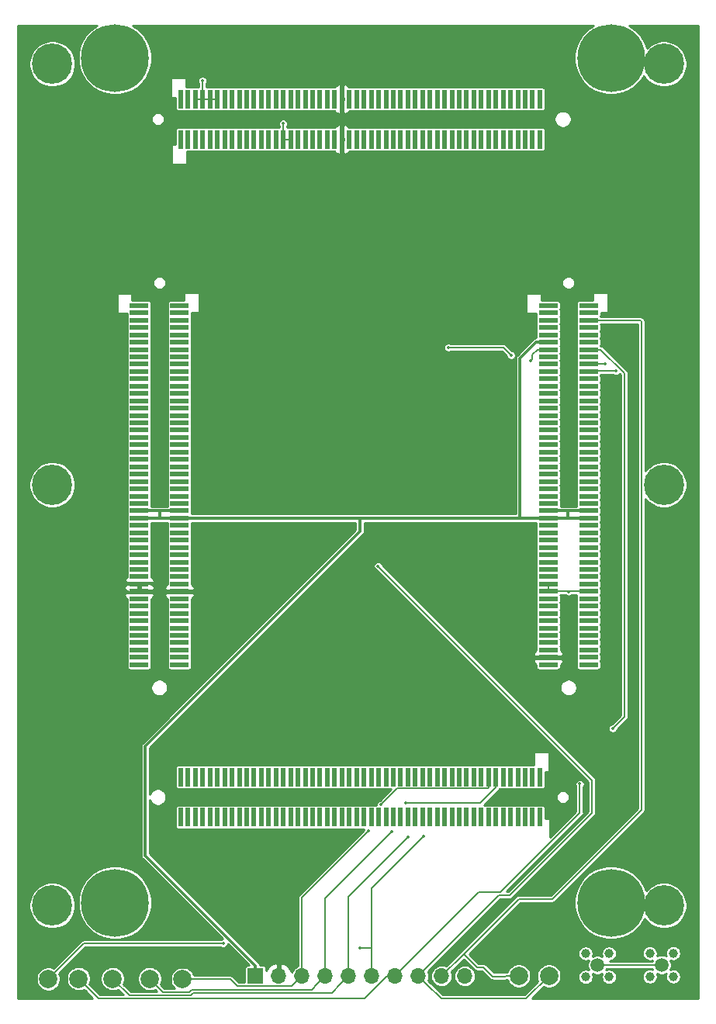
<source format=gbr>
%TF.GenerationSoftware,KiCad,Pcbnew,(5.1.4)-1*%
%TF.CreationDate,2019-12-13T12:22:17-06:00*%
%TF.ProjectId,payload_board,7061796c-6f61-4645-9f62-6f6172642e6b,rev?*%
%TF.SameCoordinates,Original*%
%TF.FileFunction,Copper,L1,Top*%
%TF.FilePolarity,Positive*%
%FSLAX46Y46*%
G04 Gerber Fmt 4.6, Leading zero omitted, Abs format (unit mm)*
G04 Created by KiCad (PCBNEW (5.1.4)-1) date 2019-12-13 12:22:17*
%MOMM*%
%LPD*%
G04 APERTURE LIST*
%ADD10C,1.500000*%
%ADD11C,1.000000*%
%ADD12C,2.000000*%
%ADD13R,0.500000X2.000000*%
%ADD14R,2.000000X0.500000*%
%ADD15O,1.700000X1.700000*%
%ADD16R,1.700000X1.700000*%
%ADD17C,7.400000*%
%ADD18C,4.400000*%
%ADD19C,0.355600*%
%ADD20C,0.177800*%
%ADD21C,0.300000*%
%ADD22C,0.254000*%
G04 APERTURE END LIST*
D10*
X120624600Y-152958800D03*
D11*
X119344600Y-151678800D03*
X119344600Y-154238800D03*
X121904600Y-154238800D03*
X121904600Y-151678800D03*
D10*
X113614200Y-152984200D03*
D11*
X112334200Y-151704200D03*
X112334200Y-154264200D03*
X114894200Y-154264200D03*
X114894200Y-151704200D03*
D12*
X105029000Y-154152600D03*
X108331000Y-154152600D03*
X56997600Y-154457400D03*
X53695600Y-154482800D03*
X60706000Y-154457400D03*
X64744600Y-154457400D03*
X68351400Y-154533600D03*
D13*
X68145000Y-132445000D03*
X68145000Y-136845000D03*
X68945000Y-132445000D03*
X68945000Y-136845000D03*
X69745000Y-132445000D03*
X69745000Y-136845000D03*
X70545000Y-132445000D03*
X70545000Y-136845000D03*
X71345000Y-132445000D03*
X71345000Y-136845000D03*
X72145000Y-132445000D03*
X72145000Y-136845000D03*
X72945000Y-132445000D03*
X72945000Y-136845000D03*
X73745000Y-132445000D03*
X73745000Y-136845000D03*
X74545000Y-132445000D03*
X74545000Y-136845000D03*
X75345000Y-132445000D03*
X75345000Y-136845000D03*
X76145000Y-132445000D03*
X76145000Y-136845000D03*
X76945000Y-132445000D03*
X76945000Y-136845000D03*
X77745000Y-132445000D03*
X77745000Y-136845000D03*
X78545000Y-132445000D03*
X78545000Y-136845000D03*
X79345000Y-132445000D03*
X79345000Y-136845000D03*
X80145000Y-132445000D03*
X80145000Y-136845000D03*
X80945000Y-132445000D03*
X80945000Y-136845000D03*
X81745000Y-132445000D03*
X81745000Y-136845000D03*
X82545000Y-132445000D03*
X82545000Y-136845000D03*
X83345000Y-132445000D03*
X83345000Y-136845000D03*
X84145000Y-132445000D03*
X84145000Y-136845000D03*
X84945000Y-132445000D03*
X84945000Y-136845000D03*
X85745000Y-132445000D03*
X85745000Y-136845000D03*
X86545000Y-132445000D03*
X86545000Y-136845000D03*
X87345000Y-132445000D03*
X87345000Y-136845000D03*
X88145000Y-132445000D03*
X88145000Y-136845000D03*
X88945000Y-132445000D03*
X88945000Y-136845000D03*
X89745000Y-132445000D03*
X89745000Y-136845000D03*
X90545000Y-132445000D03*
X90545000Y-136845000D03*
X91345000Y-132445000D03*
X91345000Y-136845000D03*
X92145000Y-132445000D03*
X92145000Y-136845000D03*
X92945000Y-132445000D03*
X92945000Y-136845000D03*
X93745000Y-132445000D03*
X93745000Y-136845000D03*
X94545000Y-132445000D03*
X94545000Y-136845000D03*
X95345000Y-132445000D03*
X95345000Y-136845000D03*
X96145000Y-132445000D03*
X96145000Y-136845000D03*
X96945000Y-132445000D03*
X96945000Y-136845000D03*
X97745000Y-132445000D03*
X97745000Y-136845000D03*
X98545000Y-132445000D03*
X98545000Y-136845000D03*
X99345000Y-132445000D03*
X99345000Y-136845000D03*
X100145000Y-132445000D03*
X100145000Y-136845000D03*
X100945000Y-132445000D03*
X100945000Y-136845000D03*
X101745000Y-132445000D03*
X101745000Y-136845000D03*
X102545000Y-132445000D03*
X102545000Y-136845000D03*
X103345000Y-132445000D03*
X103345000Y-136845000D03*
X104145000Y-132445000D03*
X104145000Y-136845000D03*
X104945000Y-132445000D03*
X104945000Y-136845000D03*
X105745000Y-132445000D03*
X105745000Y-136845000D03*
X106545000Y-132445000D03*
X106545000Y-136845000D03*
X107345000Y-136845000D03*
X107345000Y-132445000D03*
X107345000Y-62855000D03*
X107345000Y-58455000D03*
X106545000Y-62855000D03*
X106545000Y-58455000D03*
X105745000Y-62855000D03*
X105745000Y-58455000D03*
X104945000Y-62855000D03*
X104945000Y-58455000D03*
X104145000Y-62855000D03*
X104145000Y-58455000D03*
X103345000Y-62855000D03*
X103345000Y-58455000D03*
X102545000Y-62855000D03*
X102545000Y-58455000D03*
X101745000Y-62855000D03*
X101745000Y-58455000D03*
X100945000Y-62855000D03*
X100945000Y-58455000D03*
X100145000Y-62855000D03*
X100145000Y-58455000D03*
X99345000Y-62855000D03*
X99345000Y-58455000D03*
X98545000Y-62855000D03*
X98545000Y-58455000D03*
X97745000Y-62855000D03*
X97745000Y-58455000D03*
X96945000Y-62855000D03*
X96945000Y-58455000D03*
X96145000Y-62855000D03*
X96145000Y-58455000D03*
X95345000Y-62855000D03*
X95345000Y-58455000D03*
X94545000Y-62855000D03*
X94545000Y-58455000D03*
X93745000Y-62855000D03*
X93745000Y-58455000D03*
X92945000Y-62855000D03*
X92945000Y-58455000D03*
X92145000Y-62855000D03*
X92145000Y-58455000D03*
X91345000Y-62855000D03*
X91345000Y-58455000D03*
X90545000Y-62855000D03*
X90545000Y-58455000D03*
X89745000Y-62855000D03*
X89745000Y-58455000D03*
X88945000Y-62855000D03*
X88945000Y-58455000D03*
X88145000Y-62855000D03*
X88145000Y-58455000D03*
X87345000Y-62855000D03*
X87345000Y-58455000D03*
X86545000Y-62855000D03*
X86545000Y-58455000D03*
X85745000Y-62855000D03*
X85745000Y-58455000D03*
X84945000Y-62855000D03*
X84945000Y-58455000D03*
X84145000Y-62855000D03*
X84145000Y-58455000D03*
X83345000Y-62855000D03*
X83345000Y-58455000D03*
X82545000Y-62855000D03*
X82545000Y-58455000D03*
X81745000Y-62855000D03*
X81745000Y-58455000D03*
X80945000Y-62855000D03*
X80945000Y-58455000D03*
X80145000Y-62855000D03*
X80145000Y-58455000D03*
X79345000Y-62855000D03*
X79345000Y-58455000D03*
X78545000Y-62855000D03*
X78545000Y-58455000D03*
X77745000Y-62855000D03*
X77745000Y-58455000D03*
X76945000Y-62855000D03*
X76945000Y-58455000D03*
X76145000Y-62855000D03*
X76145000Y-58455000D03*
X75345000Y-62855000D03*
X75345000Y-58455000D03*
X74545000Y-62855000D03*
X74545000Y-58455000D03*
X73745000Y-62855000D03*
X73745000Y-58455000D03*
X72945000Y-62855000D03*
X72945000Y-58455000D03*
X72145000Y-62855000D03*
X72145000Y-58455000D03*
X71345000Y-62855000D03*
X71345000Y-58455000D03*
X70545000Y-62855000D03*
X70545000Y-58455000D03*
X69745000Y-62855000D03*
X69745000Y-58455000D03*
X68945000Y-62855000D03*
X68945000Y-58455000D03*
X68145000Y-58455000D03*
X68145000Y-62855000D03*
D14*
X108265000Y-120195000D03*
X112665000Y-120195000D03*
X108265000Y-119395000D03*
X112665000Y-119395000D03*
X108265000Y-118595000D03*
X112665000Y-118595000D03*
X108265000Y-117795000D03*
X112665000Y-117795000D03*
X108265000Y-116995000D03*
X112665000Y-116995000D03*
X108265000Y-116195000D03*
X112665000Y-116195000D03*
X108265000Y-115395000D03*
X112665000Y-115395000D03*
X108265000Y-114595000D03*
X112665000Y-114595000D03*
X108265000Y-113795000D03*
X112665000Y-113795000D03*
X108265000Y-112995000D03*
X112665000Y-112995000D03*
X108265000Y-112195000D03*
X112665000Y-112195000D03*
X108265000Y-111395000D03*
X112665000Y-111395000D03*
X108265000Y-110595000D03*
X112665000Y-110595000D03*
X108265000Y-109795000D03*
X112665000Y-109795000D03*
X108265000Y-108995000D03*
X112665000Y-108995000D03*
X108265000Y-108195000D03*
X112665000Y-108195000D03*
X108265000Y-107395000D03*
X112665000Y-107395000D03*
X108265000Y-106595000D03*
X112665000Y-106595000D03*
X108265000Y-105795000D03*
X112665000Y-105795000D03*
X108265000Y-104995000D03*
X112665000Y-104995000D03*
X108265000Y-104195000D03*
X112665000Y-104195000D03*
X108265000Y-103395000D03*
X112665000Y-103395000D03*
X108265000Y-102595000D03*
X112665000Y-102595000D03*
X108265000Y-101795000D03*
X112665000Y-101795000D03*
X108265000Y-100995000D03*
X112665000Y-100995000D03*
X108265000Y-100195000D03*
X112665000Y-100195000D03*
X108265000Y-99395000D03*
X112665000Y-99395000D03*
X108265000Y-98595000D03*
X112665000Y-98595000D03*
X108265000Y-97795000D03*
X112665000Y-97795000D03*
X108265000Y-96995000D03*
X112665000Y-96995000D03*
X108265000Y-96195000D03*
X112665000Y-96195000D03*
X108265000Y-95395000D03*
X112665000Y-95395000D03*
X108265000Y-94595000D03*
X112665000Y-94595000D03*
X108265000Y-93795000D03*
X112665000Y-93795000D03*
X108265000Y-92995000D03*
X112665000Y-92995000D03*
X108265000Y-92195000D03*
X112665000Y-92195000D03*
X108265000Y-91395000D03*
X112665000Y-91395000D03*
X108265000Y-90595000D03*
X112665000Y-90595000D03*
X108265000Y-89795000D03*
X112665000Y-89795000D03*
X108265000Y-88995000D03*
X112665000Y-88995000D03*
X108265000Y-88195000D03*
X112665000Y-88195000D03*
X108265000Y-87395000D03*
X112665000Y-87395000D03*
X108265000Y-86595000D03*
X112665000Y-86595000D03*
X108265000Y-85795000D03*
X112665000Y-85795000D03*
X108265000Y-84995000D03*
X112665000Y-84995000D03*
X108265000Y-84195000D03*
X112665000Y-84195000D03*
X108265000Y-83395000D03*
X112665000Y-83395000D03*
X108265000Y-82595000D03*
X112665000Y-82595000D03*
X108265000Y-81795000D03*
X112665000Y-81795000D03*
X112665000Y-80995000D03*
X108265000Y-80995000D03*
X63615000Y-120195000D03*
X68015000Y-120195000D03*
X63615000Y-119395000D03*
X68015000Y-119395000D03*
X63615000Y-118595000D03*
X68015000Y-118595000D03*
X63615000Y-117795000D03*
X68015000Y-117795000D03*
X63615000Y-116995000D03*
X68015000Y-116995000D03*
X63615000Y-116195000D03*
X68015000Y-116195000D03*
X63615000Y-115395000D03*
X68015000Y-115395000D03*
X63615000Y-114595000D03*
X68015000Y-114595000D03*
X63615000Y-113795000D03*
X68015000Y-113795000D03*
X63615000Y-112995000D03*
X68015000Y-112995000D03*
X63615000Y-112195000D03*
X68015000Y-112195000D03*
X63615000Y-111395000D03*
X68015000Y-111395000D03*
X63615000Y-110595000D03*
X68015000Y-110595000D03*
X63615000Y-109795000D03*
X68015000Y-109795000D03*
X63615000Y-108995000D03*
X68015000Y-108995000D03*
X63615000Y-108195000D03*
X68015000Y-108195000D03*
X63615000Y-107395000D03*
X68015000Y-107395000D03*
X63615000Y-106595000D03*
X68015000Y-106595000D03*
X63615000Y-105795000D03*
X68015000Y-105795000D03*
X63615000Y-104995000D03*
X68015000Y-104995000D03*
X63615000Y-104195000D03*
X68015000Y-104195000D03*
X63615000Y-103395000D03*
X68015000Y-103395000D03*
X63615000Y-102595000D03*
X68015000Y-102595000D03*
X63615000Y-101795000D03*
X68015000Y-101795000D03*
X63615000Y-100995000D03*
X68015000Y-100995000D03*
X63615000Y-100195000D03*
X68015000Y-100195000D03*
X63615000Y-99395000D03*
X68015000Y-99395000D03*
X63615000Y-98595000D03*
X68015000Y-98595000D03*
X63615000Y-97795000D03*
X68015000Y-97795000D03*
X63615000Y-96995000D03*
X68015000Y-96995000D03*
X63615000Y-96195000D03*
X68015000Y-96195000D03*
X63615000Y-95395000D03*
X68015000Y-95395000D03*
X63615000Y-94595000D03*
X68015000Y-94595000D03*
X63615000Y-93795000D03*
X68015000Y-93795000D03*
X63615000Y-92995000D03*
X68015000Y-92995000D03*
X63615000Y-92195000D03*
X68015000Y-92195000D03*
X63615000Y-91395000D03*
X68015000Y-91395000D03*
X63615000Y-90595000D03*
X68015000Y-90595000D03*
X63615000Y-89795000D03*
X68015000Y-89795000D03*
X63615000Y-88995000D03*
X68015000Y-88995000D03*
X63615000Y-88195000D03*
X68015000Y-88195000D03*
X63615000Y-87395000D03*
X68015000Y-87395000D03*
X63615000Y-86595000D03*
X68015000Y-86595000D03*
X63615000Y-85795000D03*
X68015000Y-85795000D03*
X63615000Y-84995000D03*
X68015000Y-84995000D03*
X63615000Y-84195000D03*
X68015000Y-84195000D03*
X63615000Y-83395000D03*
X68015000Y-83395000D03*
X63615000Y-82595000D03*
X68015000Y-82595000D03*
X63615000Y-81795000D03*
X68015000Y-81795000D03*
X68015000Y-80995000D03*
X63615000Y-80995000D03*
D15*
X99161600Y-154178000D03*
X96621600Y-154178000D03*
X94081600Y-154178000D03*
X91541600Y-154178000D03*
X89001600Y-154178000D03*
X86461600Y-154178000D03*
X83921600Y-154178000D03*
X81381600Y-154178000D03*
X78841600Y-154178000D03*
D16*
X76301600Y-154178000D03*
D17*
X115120000Y-53960000D03*
X115120000Y-146160000D03*
X60970000Y-146160000D03*
X60970000Y-53960000D03*
D18*
X120870000Y-146480000D03*
X54130000Y-146480000D03*
X120870000Y-100560000D03*
X54130000Y-100560000D03*
X120870000Y-54630000D03*
X54130000Y-54630000D03*
D19*
X70535800Y-56464200D03*
X79324200Y-61137800D03*
X110464600Y-112217200D03*
X97358200Y-85572600D03*
X104190800Y-86410800D03*
X106324400Y-87020400D03*
X89687400Y-109423200D03*
X111709200Y-133197600D03*
X115290600Y-127152400D03*
X94640400Y-138912600D03*
X114477800Y-87350600D03*
X72771000Y-150622000D03*
X87706200Y-151104600D03*
X92938600Y-139014200D03*
X115671600Y-88138000D03*
X91186000Y-138430000D03*
X92684600Y-135305800D03*
X88646000Y-138303000D03*
X89966800Y-135489398D03*
X65808200Y-112195000D03*
X86588600Y-110769400D03*
D20*
X113639600Y-152958800D02*
X113614200Y-152984200D01*
X120624600Y-152958800D02*
X113639600Y-152958800D01*
X69745000Y-58455000D02*
X70545000Y-58455000D01*
X70545000Y-58455000D02*
X71345000Y-58455000D01*
X71345000Y-58455000D02*
X72145000Y-58455000D01*
X79345000Y-62855000D02*
X80145000Y-62855000D01*
X70545000Y-58455000D02*
X70545000Y-56473400D01*
X70545000Y-56473400D02*
X70535800Y-56464200D01*
X79345000Y-62855000D02*
X79345000Y-61158600D01*
X79345000Y-61158600D02*
X79324200Y-61137800D01*
X108265000Y-111395000D02*
X108265000Y-112195000D01*
X108265000Y-112195000D02*
X110442400Y-112195000D01*
X110442400Y-112195000D02*
X110464600Y-112217200D01*
X110486800Y-112195000D02*
X110464600Y-112217200D01*
X112665000Y-112195000D02*
X110486800Y-112195000D01*
X105054400Y-145745200D02*
X108712000Y-145745200D01*
X118403299Y-136053901D02*
X118403299Y-82741699D01*
X108712000Y-145745200D02*
X118403299Y-136053901D01*
X118256600Y-82595000D02*
X112665000Y-82595000D01*
X118403299Y-82741699D02*
X118256600Y-82595000D01*
X100473001Y-153203401D02*
X99034600Y-151765000D01*
X101158801Y-153203401D02*
X100473001Y-153203401D01*
X102158800Y-154203400D02*
X101158801Y-153203401D01*
X96621600Y-154178000D02*
X99034600Y-151765000D01*
X99034600Y-151765000D02*
X105054400Y-145745200D01*
X103563987Y-154203400D02*
X102158800Y-154203400D01*
X103614787Y-154152600D02*
X103563987Y-154203400D01*
X105029000Y-154152600D02*
X103614787Y-154152600D01*
X97358200Y-85572600D02*
X103352600Y-85572600D01*
X103352600Y-85572600D02*
X104190800Y-86410800D01*
X107087200Y-85795000D02*
X108265000Y-85795000D01*
X106502199Y-86380001D02*
X107087200Y-85795000D01*
X106502199Y-86842601D02*
X106502199Y-86380001D01*
X106324400Y-87020400D02*
X106502199Y-86842601D01*
X94931599Y-155027999D02*
X94081600Y-154178000D01*
X96561890Y-156658290D02*
X94931599Y-155027999D01*
X105825310Y-156658290D02*
X96561890Y-156658290D01*
X108331000Y-154152600D02*
X105825310Y-156658290D01*
X94081600Y-154178000D02*
X102870010Y-145389590D01*
X102870010Y-145389590D02*
X104013010Y-145389590D01*
X113055400Y-136347200D02*
X113055400Y-132791200D01*
X113055400Y-132791200D02*
X89865199Y-109600999D01*
X89865199Y-109600999D02*
X89687400Y-109423200D01*
X104013010Y-145389590D02*
X113055400Y-136347200D01*
D21*
X91084400Y-153720800D02*
X91541600Y-154178000D01*
D20*
X57997599Y-155457399D02*
X56997600Y-154457400D01*
X59198490Y-156658290D02*
X57997599Y-155457399D01*
X88174028Y-156658290D02*
X59198490Y-156658290D01*
X90654318Y-154178000D02*
X88174028Y-156658290D01*
X91541600Y-154178000D02*
X90654318Y-154178000D01*
X103022419Y-145033981D02*
X111709200Y-136347200D01*
X91541600Y-154178000D02*
X100685619Y-145033981D01*
X111709200Y-133449047D02*
X111709200Y-133197600D01*
X111709200Y-136347200D02*
X111709200Y-133449047D01*
X100685619Y-145033981D02*
X103022419Y-145033981D01*
X116560600Y-125882400D02*
X115468399Y-126974601D01*
X116560600Y-88369138D02*
X116560600Y-125882400D01*
X112665000Y-85795000D02*
X113986462Y-85795000D01*
X113986462Y-85795000D02*
X116560600Y-88369138D01*
X115468399Y-126974601D02*
X115290600Y-127152400D01*
X89001600Y-144551400D02*
X94640400Y-138912600D01*
X112709400Y-87350600D02*
X112665000Y-87395000D01*
X114477800Y-87350600D02*
X112709400Y-87350600D01*
X89001600Y-154178000D02*
X89001600Y-151993600D01*
X88925400Y-151104600D02*
X89001600Y-151180800D01*
X87706200Y-151104600D02*
X88925400Y-151104600D01*
X89001600Y-151993600D02*
X89001600Y-151180800D01*
X89001600Y-151180800D02*
X89001600Y-144551400D01*
X66248082Y-150622000D02*
X72771000Y-150622000D01*
X53695600Y-154482800D02*
X57556400Y-150622000D01*
X57556400Y-150622000D02*
X66248082Y-150622000D01*
X86461600Y-154178000D02*
X86461600Y-145491200D01*
X86461600Y-145491200D02*
X92938600Y-139014200D01*
X112722000Y-88138000D02*
X112665000Y-88195000D01*
X115671600Y-88138000D02*
X112722000Y-88138000D01*
X85611601Y-155027999D02*
X86461600Y-154178000D01*
X84633679Y-156005921D02*
X85611601Y-155027999D01*
X69518921Y-156005921D02*
X84633679Y-156005921D01*
X69238632Y-156286210D02*
X69518921Y-156005921D01*
X62534810Y-156286210D02*
X69238632Y-156286210D01*
X60706000Y-154457400D02*
X62534810Y-156286210D01*
X83921600Y-154178000D02*
X83921600Y-145694400D01*
X83921600Y-145694400D02*
X91186000Y-138430000D01*
X102545000Y-133622800D02*
X102545000Y-132445000D01*
X100862000Y-135305800D02*
X102545000Y-133622800D01*
X92684600Y-135305800D02*
X100862000Y-135305800D01*
X83071601Y-155027999D02*
X83921600Y-154178000D01*
X82449289Y-155650311D02*
X83071601Y-155027999D01*
X69371623Y-155650311D02*
X82449289Y-155650311D01*
X69091334Y-155930600D02*
X69371623Y-155650311D01*
X66217800Y-155930600D02*
X69091334Y-155930600D01*
X64744600Y-154457400D02*
X66217800Y-155930600D01*
X81381600Y-154178000D02*
X81381600Y-145567400D01*
X81381600Y-145567400D02*
X88646000Y-138303000D01*
X101745000Y-133622800D02*
X101745000Y-132445000D01*
X101656099Y-133711701D02*
X101745000Y-133622800D01*
X89966800Y-135489398D02*
X91744497Y-133711701D01*
X91744497Y-133711701D02*
X101656099Y-133711701D01*
X73558400Y-154533600D02*
X68351400Y-154533600D01*
X74319501Y-155294701D02*
X73558400Y-154533600D01*
X81381600Y-154178000D02*
X80264899Y-155294701D01*
X80264899Y-155294701D02*
X74319501Y-155294701D01*
D21*
X85745000Y-58455000D02*
X85745000Y-62855000D01*
X63615000Y-111395000D02*
X63615000Y-112195000D01*
X66715000Y-112195000D02*
X65808200Y-112195000D01*
X68015000Y-112195000D02*
X66715000Y-112195000D01*
X62315000Y-111395000D02*
X61518800Y-110598800D01*
X63615000Y-111395000D02*
X62315000Y-111395000D01*
X65808200Y-112195000D02*
X63615000Y-112195000D01*
X108265000Y-104195000D02*
X109565000Y-104195000D01*
X110380000Y-104123000D02*
X110308000Y-104195000D01*
X110380000Y-103395000D02*
X110380000Y-104123000D01*
X110308000Y-104195000D02*
X112665000Y-104195000D01*
X109565000Y-104195000D02*
X110308000Y-104195000D01*
X110380000Y-103395000D02*
X112665000Y-103395000D01*
X108265000Y-103395000D02*
X110380000Y-103395000D01*
X63615000Y-104195000D02*
X64915000Y-104195000D01*
X65896000Y-104182400D02*
X65883400Y-104195000D01*
X65896000Y-103395000D02*
X65896000Y-104182400D01*
X65883400Y-104195000D02*
X68015000Y-104195000D01*
X64915000Y-104195000D02*
X65883400Y-104195000D01*
X65896000Y-103395000D02*
X68015000Y-103395000D01*
X63615000Y-103395000D02*
X65896000Y-103395000D01*
X86237200Y-104195000D02*
X68015000Y-104195000D01*
X64287400Y-129082800D02*
X87706200Y-105664000D01*
X64287400Y-141013800D02*
X64287400Y-129082800D01*
X76301600Y-154178000D02*
X76301600Y-153028000D01*
X76301600Y-153028000D02*
X64287400Y-141013800D01*
X87706200Y-104241600D02*
X87659600Y-104195000D01*
X87706200Y-105664000D02*
X87706200Y-104241600D01*
X86237200Y-104195000D02*
X87659600Y-104195000D01*
X105185600Y-86774400D02*
X105185600Y-104195000D01*
X106965000Y-84995000D02*
X105185600Y-86774400D01*
X108265000Y-84995000D02*
X106965000Y-84995000D01*
X87659600Y-104195000D02*
X105185600Y-104195000D01*
X105185600Y-104195000D02*
X108265000Y-104195000D01*
D22*
G36*
X58397837Y-50825811D02*
G01*
X57835811Y-51387837D01*
X57394229Y-52048711D01*
X57090062Y-52783034D01*
X56935000Y-53562587D01*
X56935000Y-54357413D01*
X57090062Y-55136966D01*
X57394229Y-55871289D01*
X57835811Y-56532163D01*
X58397837Y-57094189D01*
X59058711Y-57535771D01*
X59793034Y-57839938D01*
X60572587Y-57995000D01*
X61367413Y-57995000D01*
X62146966Y-57839938D01*
X62881289Y-57535771D01*
X63542163Y-57094189D01*
X64104189Y-56532163D01*
X64404584Y-56082590D01*
X67045910Y-56082590D01*
X67045910Y-58302590D01*
X67558380Y-58302590D01*
X67558380Y-59455000D01*
X67564848Y-59520671D01*
X67584004Y-59583819D01*
X67615111Y-59642016D01*
X67656974Y-59693026D01*
X67707984Y-59734889D01*
X67766181Y-59765996D01*
X67829329Y-59785152D01*
X67895000Y-59791620D01*
X68395000Y-59791620D01*
X68460671Y-59785152D01*
X68523819Y-59765996D01*
X68545000Y-59754674D01*
X68566181Y-59765996D01*
X68629329Y-59785152D01*
X68695000Y-59791620D01*
X69195000Y-59791620D01*
X69260671Y-59785152D01*
X69323819Y-59765996D01*
X69345000Y-59754674D01*
X69366181Y-59765996D01*
X69429329Y-59785152D01*
X69495000Y-59791620D01*
X69995000Y-59791620D01*
X70060671Y-59785152D01*
X70123819Y-59765996D01*
X70145000Y-59754674D01*
X70166181Y-59765996D01*
X70229329Y-59785152D01*
X70295000Y-59791620D01*
X70795000Y-59791620D01*
X70860671Y-59785152D01*
X70923819Y-59765996D01*
X70945000Y-59754674D01*
X70966181Y-59765996D01*
X71029329Y-59785152D01*
X71095000Y-59791620D01*
X71595000Y-59791620D01*
X71660671Y-59785152D01*
X71723819Y-59765996D01*
X71745000Y-59754674D01*
X71766181Y-59765996D01*
X71829329Y-59785152D01*
X71895000Y-59791620D01*
X72395000Y-59791620D01*
X72460671Y-59785152D01*
X72523819Y-59765996D01*
X72545000Y-59754674D01*
X72566181Y-59765996D01*
X72629329Y-59785152D01*
X72695000Y-59791620D01*
X73195000Y-59791620D01*
X73260671Y-59785152D01*
X73323819Y-59765996D01*
X73345000Y-59754674D01*
X73366181Y-59765996D01*
X73429329Y-59785152D01*
X73495000Y-59791620D01*
X73995000Y-59791620D01*
X74060671Y-59785152D01*
X74123819Y-59765996D01*
X74145000Y-59754674D01*
X74166181Y-59765996D01*
X74229329Y-59785152D01*
X74295000Y-59791620D01*
X74795000Y-59791620D01*
X74860671Y-59785152D01*
X74923819Y-59765996D01*
X74945000Y-59754674D01*
X74966181Y-59765996D01*
X75029329Y-59785152D01*
X75095000Y-59791620D01*
X75595000Y-59791620D01*
X75660671Y-59785152D01*
X75723819Y-59765996D01*
X75745000Y-59754674D01*
X75766181Y-59765996D01*
X75829329Y-59785152D01*
X75895000Y-59791620D01*
X76395000Y-59791620D01*
X76460671Y-59785152D01*
X76523819Y-59765996D01*
X76545000Y-59754674D01*
X76566181Y-59765996D01*
X76629329Y-59785152D01*
X76695000Y-59791620D01*
X77195000Y-59791620D01*
X77260671Y-59785152D01*
X77323819Y-59765996D01*
X77345000Y-59754674D01*
X77366181Y-59765996D01*
X77429329Y-59785152D01*
X77495000Y-59791620D01*
X77995000Y-59791620D01*
X78060671Y-59785152D01*
X78123819Y-59765996D01*
X78145000Y-59754674D01*
X78166181Y-59765996D01*
X78229329Y-59785152D01*
X78295000Y-59791620D01*
X78795000Y-59791620D01*
X78860671Y-59785152D01*
X78923819Y-59765996D01*
X78945000Y-59754674D01*
X78966181Y-59765996D01*
X79029329Y-59785152D01*
X79095000Y-59791620D01*
X79595000Y-59791620D01*
X79660671Y-59785152D01*
X79723819Y-59765996D01*
X79745000Y-59754674D01*
X79766181Y-59765996D01*
X79829329Y-59785152D01*
X79895000Y-59791620D01*
X80395000Y-59791620D01*
X80460671Y-59785152D01*
X80523819Y-59765996D01*
X80545000Y-59754674D01*
X80566181Y-59765996D01*
X80629329Y-59785152D01*
X80695000Y-59791620D01*
X81195000Y-59791620D01*
X81260671Y-59785152D01*
X81323819Y-59765996D01*
X81345000Y-59754674D01*
X81366181Y-59765996D01*
X81429329Y-59785152D01*
X81495000Y-59791620D01*
X81995000Y-59791620D01*
X82060671Y-59785152D01*
X82123819Y-59765996D01*
X82145000Y-59754674D01*
X82166181Y-59765996D01*
X82229329Y-59785152D01*
X82295000Y-59791620D01*
X82795000Y-59791620D01*
X82860671Y-59785152D01*
X82923819Y-59765996D01*
X82945000Y-59754674D01*
X82966181Y-59765996D01*
X83029329Y-59785152D01*
X83095000Y-59791620D01*
X83595000Y-59791620D01*
X83660671Y-59785152D01*
X83723819Y-59765996D01*
X83745000Y-59754674D01*
X83766181Y-59765996D01*
X83829329Y-59785152D01*
X83895000Y-59791620D01*
X84395000Y-59791620D01*
X84460671Y-59785152D01*
X84523819Y-59765996D01*
X84545000Y-59754674D01*
X84566181Y-59765996D01*
X84629329Y-59785152D01*
X84695000Y-59791620D01*
X84954283Y-59791620D01*
X84960230Y-59803076D01*
X85038412Y-59900716D01*
X85134140Y-59981228D01*
X85243736Y-60041517D01*
X85362987Y-60079266D01*
X85463250Y-60090000D01*
X85622000Y-59931250D01*
X85622000Y-58582000D01*
X85598000Y-58582000D01*
X85598000Y-58328000D01*
X85622000Y-58328000D01*
X85622000Y-56978750D01*
X85868000Y-56978750D01*
X85868000Y-58328000D01*
X85892000Y-58328000D01*
X85892000Y-58582000D01*
X85868000Y-58582000D01*
X85868000Y-59931250D01*
X86026750Y-60090000D01*
X86127013Y-60079266D01*
X86246264Y-60041517D01*
X86355860Y-59981228D01*
X86451588Y-59900716D01*
X86529770Y-59803076D01*
X86535717Y-59791620D01*
X86795000Y-59791620D01*
X86860671Y-59785152D01*
X86923819Y-59765996D01*
X86945000Y-59754674D01*
X86966181Y-59765996D01*
X87029329Y-59785152D01*
X87095000Y-59791620D01*
X87595000Y-59791620D01*
X87660671Y-59785152D01*
X87723819Y-59765996D01*
X87745000Y-59754674D01*
X87766181Y-59765996D01*
X87829329Y-59785152D01*
X87895000Y-59791620D01*
X88395000Y-59791620D01*
X88460671Y-59785152D01*
X88523819Y-59765996D01*
X88545000Y-59754674D01*
X88566181Y-59765996D01*
X88629329Y-59785152D01*
X88695000Y-59791620D01*
X89195000Y-59791620D01*
X89260671Y-59785152D01*
X89323819Y-59765996D01*
X89345000Y-59754674D01*
X89366181Y-59765996D01*
X89429329Y-59785152D01*
X89495000Y-59791620D01*
X89995000Y-59791620D01*
X90060671Y-59785152D01*
X90123819Y-59765996D01*
X90145000Y-59754674D01*
X90166181Y-59765996D01*
X90229329Y-59785152D01*
X90295000Y-59791620D01*
X90795000Y-59791620D01*
X90860671Y-59785152D01*
X90923819Y-59765996D01*
X90945000Y-59754674D01*
X90966181Y-59765996D01*
X91029329Y-59785152D01*
X91095000Y-59791620D01*
X91595000Y-59791620D01*
X91660671Y-59785152D01*
X91723819Y-59765996D01*
X91745000Y-59754674D01*
X91766181Y-59765996D01*
X91829329Y-59785152D01*
X91895000Y-59791620D01*
X92395000Y-59791620D01*
X92460671Y-59785152D01*
X92523819Y-59765996D01*
X92545000Y-59754674D01*
X92566181Y-59765996D01*
X92629329Y-59785152D01*
X92695000Y-59791620D01*
X93195000Y-59791620D01*
X93260671Y-59785152D01*
X93323819Y-59765996D01*
X93345000Y-59754674D01*
X93366181Y-59765996D01*
X93429329Y-59785152D01*
X93495000Y-59791620D01*
X93995000Y-59791620D01*
X94060671Y-59785152D01*
X94123819Y-59765996D01*
X94145000Y-59754674D01*
X94166181Y-59765996D01*
X94229329Y-59785152D01*
X94295000Y-59791620D01*
X94795000Y-59791620D01*
X94860671Y-59785152D01*
X94923819Y-59765996D01*
X94945000Y-59754674D01*
X94966181Y-59765996D01*
X95029329Y-59785152D01*
X95095000Y-59791620D01*
X95595000Y-59791620D01*
X95660671Y-59785152D01*
X95723819Y-59765996D01*
X95745000Y-59754674D01*
X95766181Y-59765996D01*
X95829329Y-59785152D01*
X95895000Y-59791620D01*
X96395000Y-59791620D01*
X96460671Y-59785152D01*
X96523819Y-59765996D01*
X96545000Y-59754674D01*
X96566181Y-59765996D01*
X96629329Y-59785152D01*
X96695000Y-59791620D01*
X97195000Y-59791620D01*
X97260671Y-59785152D01*
X97323819Y-59765996D01*
X97345000Y-59754674D01*
X97366181Y-59765996D01*
X97429329Y-59785152D01*
X97495000Y-59791620D01*
X97995000Y-59791620D01*
X98060671Y-59785152D01*
X98123819Y-59765996D01*
X98145000Y-59754674D01*
X98166181Y-59765996D01*
X98229329Y-59785152D01*
X98295000Y-59791620D01*
X98795000Y-59791620D01*
X98860671Y-59785152D01*
X98923819Y-59765996D01*
X98945000Y-59754674D01*
X98966181Y-59765996D01*
X99029329Y-59785152D01*
X99095000Y-59791620D01*
X99595000Y-59791620D01*
X99660671Y-59785152D01*
X99723819Y-59765996D01*
X99745000Y-59754674D01*
X99766181Y-59765996D01*
X99829329Y-59785152D01*
X99895000Y-59791620D01*
X100395000Y-59791620D01*
X100460671Y-59785152D01*
X100523819Y-59765996D01*
X100545000Y-59754674D01*
X100566181Y-59765996D01*
X100629329Y-59785152D01*
X100695000Y-59791620D01*
X101195000Y-59791620D01*
X101260671Y-59785152D01*
X101323819Y-59765996D01*
X101345000Y-59754674D01*
X101366181Y-59765996D01*
X101429329Y-59785152D01*
X101495000Y-59791620D01*
X101995000Y-59791620D01*
X102060671Y-59785152D01*
X102123819Y-59765996D01*
X102145000Y-59754674D01*
X102166181Y-59765996D01*
X102229329Y-59785152D01*
X102295000Y-59791620D01*
X102795000Y-59791620D01*
X102860671Y-59785152D01*
X102923819Y-59765996D01*
X102945000Y-59754674D01*
X102966181Y-59765996D01*
X103029329Y-59785152D01*
X103095000Y-59791620D01*
X103595000Y-59791620D01*
X103660671Y-59785152D01*
X103723819Y-59765996D01*
X103745000Y-59754674D01*
X103766181Y-59765996D01*
X103829329Y-59785152D01*
X103895000Y-59791620D01*
X104395000Y-59791620D01*
X104460671Y-59785152D01*
X104523819Y-59765996D01*
X104545000Y-59754674D01*
X104566181Y-59765996D01*
X104629329Y-59785152D01*
X104695000Y-59791620D01*
X105195000Y-59791620D01*
X105260671Y-59785152D01*
X105323819Y-59765996D01*
X105345000Y-59754674D01*
X105366181Y-59765996D01*
X105429329Y-59785152D01*
X105495000Y-59791620D01*
X105995000Y-59791620D01*
X106060671Y-59785152D01*
X106123819Y-59765996D01*
X106145000Y-59754674D01*
X106166181Y-59765996D01*
X106229329Y-59785152D01*
X106295000Y-59791620D01*
X106795000Y-59791620D01*
X106860671Y-59785152D01*
X106923819Y-59765996D01*
X106945000Y-59754674D01*
X106966181Y-59765996D01*
X107029329Y-59785152D01*
X107095000Y-59791620D01*
X107595000Y-59791620D01*
X107660671Y-59785152D01*
X107723819Y-59765996D01*
X107782016Y-59734889D01*
X107833026Y-59693026D01*
X107874889Y-59642016D01*
X107905996Y-59583819D01*
X107925152Y-59520671D01*
X107931620Y-59455000D01*
X107931620Y-57455000D01*
X107925152Y-57389329D01*
X107905996Y-57326181D01*
X107874889Y-57267984D01*
X107833026Y-57216974D01*
X107782016Y-57175111D01*
X107723819Y-57144004D01*
X107660671Y-57124848D01*
X107595000Y-57118380D01*
X107095000Y-57118380D01*
X107029329Y-57124848D01*
X106966181Y-57144004D01*
X106945000Y-57155326D01*
X106923819Y-57144004D01*
X106860671Y-57124848D01*
X106795000Y-57118380D01*
X106295000Y-57118380D01*
X106229329Y-57124848D01*
X106166181Y-57144004D01*
X106145000Y-57155326D01*
X106123819Y-57144004D01*
X106060671Y-57124848D01*
X105995000Y-57118380D01*
X105495000Y-57118380D01*
X105429329Y-57124848D01*
X105366181Y-57144004D01*
X105345000Y-57155326D01*
X105323819Y-57144004D01*
X105260671Y-57124848D01*
X105195000Y-57118380D01*
X104695000Y-57118380D01*
X104629329Y-57124848D01*
X104566181Y-57144004D01*
X104545000Y-57155326D01*
X104523819Y-57144004D01*
X104460671Y-57124848D01*
X104395000Y-57118380D01*
X103895000Y-57118380D01*
X103829329Y-57124848D01*
X103766181Y-57144004D01*
X103745000Y-57155326D01*
X103723819Y-57144004D01*
X103660671Y-57124848D01*
X103595000Y-57118380D01*
X103095000Y-57118380D01*
X103029329Y-57124848D01*
X102966181Y-57144004D01*
X102945000Y-57155326D01*
X102923819Y-57144004D01*
X102860671Y-57124848D01*
X102795000Y-57118380D01*
X102295000Y-57118380D01*
X102229329Y-57124848D01*
X102166181Y-57144004D01*
X102145000Y-57155326D01*
X102123819Y-57144004D01*
X102060671Y-57124848D01*
X101995000Y-57118380D01*
X101495000Y-57118380D01*
X101429329Y-57124848D01*
X101366181Y-57144004D01*
X101345000Y-57155326D01*
X101323819Y-57144004D01*
X101260671Y-57124848D01*
X101195000Y-57118380D01*
X100695000Y-57118380D01*
X100629329Y-57124848D01*
X100566181Y-57144004D01*
X100545000Y-57155326D01*
X100523819Y-57144004D01*
X100460671Y-57124848D01*
X100395000Y-57118380D01*
X99895000Y-57118380D01*
X99829329Y-57124848D01*
X99766181Y-57144004D01*
X99745000Y-57155326D01*
X99723819Y-57144004D01*
X99660671Y-57124848D01*
X99595000Y-57118380D01*
X99095000Y-57118380D01*
X99029329Y-57124848D01*
X98966181Y-57144004D01*
X98945000Y-57155326D01*
X98923819Y-57144004D01*
X98860671Y-57124848D01*
X98795000Y-57118380D01*
X98295000Y-57118380D01*
X98229329Y-57124848D01*
X98166181Y-57144004D01*
X98145000Y-57155326D01*
X98123819Y-57144004D01*
X98060671Y-57124848D01*
X97995000Y-57118380D01*
X97495000Y-57118380D01*
X97429329Y-57124848D01*
X97366181Y-57144004D01*
X97345000Y-57155326D01*
X97323819Y-57144004D01*
X97260671Y-57124848D01*
X97195000Y-57118380D01*
X96695000Y-57118380D01*
X96629329Y-57124848D01*
X96566181Y-57144004D01*
X96545000Y-57155326D01*
X96523819Y-57144004D01*
X96460671Y-57124848D01*
X96395000Y-57118380D01*
X95895000Y-57118380D01*
X95829329Y-57124848D01*
X95766181Y-57144004D01*
X95745000Y-57155326D01*
X95723819Y-57144004D01*
X95660671Y-57124848D01*
X95595000Y-57118380D01*
X95095000Y-57118380D01*
X95029329Y-57124848D01*
X94966181Y-57144004D01*
X94945000Y-57155326D01*
X94923819Y-57144004D01*
X94860671Y-57124848D01*
X94795000Y-57118380D01*
X94295000Y-57118380D01*
X94229329Y-57124848D01*
X94166181Y-57144004D01*
X94145000Y-57155326D01*
X94123819Y-57144004D01*
X94060671Y-57124848D01*
X93995000Y-57118380D01*
X93495000Y-57118380D01*
X93429329Y-57124848D01*
X93366181Y-57144004D01*
X93345000Y-57155326D01*
X93323819Y-57144004D01*
X93260671Y-57124848D01*
X93195000Y-57118380D01*
X92695000Y-57118380D01*
X92629329Y-57124848D01*
X92566181Y-57144004D01*
X92545000Y-57155326D01*
X92523819Y-57144004D01*
X92460671Y-57124848D01*
X92395000Y-57118380D01*
X91895000Y-57118380D01*
X91829329Y-57124848D01*
X91766181Y-57144004D01*
X91745000Y-57155326D01*
X91723819Y-57144004D01*
X91660671Y-57124848D01*
X91595000Y-57118380D01*
X91095000Y-57118380D01*
X91029329Y-57124848D01*
X90966181Y-57144004D01*
X90945000Y-57155326D01*
X90923819Y-57144004D01*
X90860671Y-57124848D01*
X90795000Y-57118380D01*
X90295000Y-57118380D01*
X90229329Y-57124848D01*
X90166181Y-57144004D01*
X90145000Y-57155326D01*
X90123819Y-57144004D01*
X90060671Y-57124848D01*
X89995000Y-57118380D01*
X89495000Y-57118380D01*
X89429329Y-57124848D01*
X89366181Y-57144004D01*
X89345000Y-57155326D01*
X89323819Y-57144004D01*
X89260671Y-57124848D01*
X89195000Y-57118380D01*
X88695000Y-57118380D01*
X88629329Y-57124848D01*
X88566181Y-57144004D01*
X88545000Y-57155326D01*
X88523819Y-57144004D01*
X88460671Y-57124848D01*
X88395000Y-57118380D01*
X87895000Y-57118380D01*
X87829329Y-57124848D01*
X87766181Y-57144004D01*
X87745000Y-57155326D01*
X87723819Y-57144004D01*
X87660671Y-57124848D01*
X87595000Y-57118380D01*
X87095000Y-57118380D01*
X87029329Y-57124848D01*
X86966181Y-57144004D01*
X86945000Y-57155326D01*
X86923819Y-57144004D01*
X86860671Y-57124848D01*
X86795000Y-57118380D01*
X86535717Y-57118380D01*
X86529770Y-57106924D01*
X86451588Y-57009284D01*
X86355860Y-56928772D01*
X86246264Y-56868483D01*
X86127013Y-56830734D01*
X86026750Y-56820000D01*
X85868000Y-56978750D01*
X85622000Y-56978750D01*
X85463250Y-56820000D01*
X85362987Y-56830734D01*
X85243736Y-56868483D01*
X85134140Y-56928772D01*
X85038412Y-57009284D01*
X84960230Y-57106924D01*
X84954283Y-57118380D01*
X84695000Y-57118380D01*
X84629329Y-57124848D01*
X84566181Y-57144004D01*
X84545000Y-57155326D01*
X84523819Y-57144004D01*
X84460671Y-57124848D01*
X84395000Y-57118380D01*
X83895000Y-57118380D01*
X83829329Y-57124848D01*
X83766181Y-57144004D01*
X83745000Y-57155326D01*
X83723819Y-57144004D01*
X83660671Y-57124848D01*
X83595000Y-57118380D01*
X83095000Y-57118380D01*
X83029329Y-57124848D01*
X82966181Y-57144004D01*
X82945000Y-57155326D01*
X82923819Y-57144004D01*
X82860671Y-57124848D01*
X82795000Y-57118380D01*
X82295000Y-57118380D01*
X82229329Y-57124848D01*
X82166181Y-57144004D01*
X82145000Y-57155326D01*
X82123819Y-57144004D01*
X82060671Y-57124848D01*
X81995000Y-57118380D01*
X81495000Y-57118380D01*
X81429329Y-57124848D01*
X81366181Y-57144004D01*
X81345000Y-57155326D01*
X81323819Y-57144004D01*
X81260671Y-57124848D01*
X81195000Y-57118380D01*
X80695000Y-57118380D01*
X80629329Y-57124848D01*
X80566181Y-57144004D01*
X80545000Y-57155326D01*
X80523819Y-57144004D01*
X80460671Y-57124848D01*
X80395000Y-57118380D01*
X79895000Y-57118380D01*
X79829329Y-57124848D01*
X79766181Y-57144004D01*
X79745000Y-57155326D01*
X79723819Y-57144004D01*
X79660671Y-57124848D01*
X79595000Y-57118380D01*
X79095000Y-57118380D01*
X79029329Y-57124848D01*
X78966181Y-57144004D01*
X78945000Y-57155326D01*
X78923819Y-57144004D01*
X78860671Y-57124848D01*
X78795000Y-57118380D01*
X78295000Y-57118380D01*
X78229329Y-57124848D01*
X78166181Y-57144004D01*
X78145000Y-57155326D01*
X78123819Y-57144004D01*
X78060671Y-57124848D01*
X77995000Y-57118380D01*
X77495000Y-57118380D01*
X77429329Y-57124848D01*
X77366181Y-57144004D01*
X77345000Y-57155326D01*
X77323819Y-57144004D01*
X77260671Y-57124848D01*
X77195000Y-57118380D01*
X76695000Y-57118380D01*
X76629329Y-57124848D01*
X76566181Y-57144004D01*
X76545000Y-57155326D01*
X76523819Y-57144004D01*
X76460671Y-57124848D01*
X76395000Y-57118380D01*
X75895000Y-57118380D01*
X75829329Y-57124848D01*
X75766181Y-57144004D01*
X75745000Y-57155326D01*
X75723819Y-57144004D01*
X75660671Y-57124848D01*
X75595000Y-57118380D01*
X75095000Y-57118380D01*
X75029329Y-57124848D01*
X74966181Y-57144004D01*
X74945000Y-57155326D01*
X74923819Y-57144004D01*
X74860671Y-57124848D01*
X74795000Y-57118380D01*
X74295000Y-57118380D01*
X74229329Y-57124848D01*
X74166181Y-57144004D01*
X74145000Y-57155326D01*
X74123819Y-57144004D01*
X74060671Y-57124848D01*
X73995000Y-57118380D01*
X73495000Y-57118380D01*
X73429329Y-57124848D01*
X73366181Y-57144004D01*
X73345000Y-57155326D01*
X73323819Y-57144004D01*
X73260671Y-57124848D01*
X73195000Y-57118380D01*
X72695000Y-57118380D01*
X72629329Y-57124848D01*
X72566181Y-57144004D01*
X72545000Y-57155326D01*
X72523819Y-57144004D01*
X72460671Y-57124848D01*
X72395000Y-57118380D01*
X71895000Y-57118380D01*
X71829329Y-57124848D01*
X71766181Y-57144004D01*
X71745000Y-57155326D01*
X71723819Y-57144004D01*
X71660671Y-57124848D01*
X71595000Y-57118380D01*
X71095000Y-57118380D01*
X71029329Y-57124848D01*
X70968900Y-57143179D01*
X70968900Y-56739035D01*
X70990237Y-56707102D01*
X71028893Y-56613778D01*
X71048600Y-56514706D01*
X71048600Y-56413694D01*
X71028893Y-56314622D01*
X70990237Y-56221298D01*
X70934118Y-56137309D01*
X70862691Y-56065882D01*
X70778702Y-56009763D01*
X70685378Y-55971107D01*
X70586306Y-55951400D01*
X70485294Y-55951400D01*
X70386222Y-55971107D01*
X70292898Y-56009763D01*
X70208909Y-56065882D01*
X70137482Y-56137309D01*
X70081363Y-56221298D01*
X70042707Y-56314622D01*
X70023000Y-56413694D01*
X70023000Y-56514706D01*
X70042707Y-56613778D01*
X70081363Y-56707102D01*
X70121101Y-56766575D01*
X70121101Y-57143179D01*
X70060671Y-57124848D01*
X69995000Y-57118380D01*
X69495000Y-57118380D01*
X69429329Y-57124848D01*
X69366181Y-57144004D01*
X69345000Y-57155326D01*
X69323819Y-57144004D01*
X69260671Y-57124848D01*
X69195000Y-57118380D01*
X68718291Y-57118380D01*
X68718291Y-56082590D01*
X67045910Y-56082590D01*
X64404584Y-56082590D01*
X64545771Y-55871289D01*
X64849938Y-55136966D01*
X65005000Y-54357413D01*
X65005000Y-53562587D01*
X64849938Y-52783034D01*
X64545771Y-52048711D01*
X64104189Y-51387837D01*
X63542163Y-50825811D01*
X62919858Y-50410000D01*
X113170142Y-50410000D01*
X112547837Y-50825811D01*
X111985811Y-51387837D01*
X111544229Y-52048711D01*
X111240062Y-52783034D01*
X111085000Y-53562587D01*
X111085000Y-54357413D01*
X111240062Y-55136966D01*
X111544229Y-55871289D01*
X111985811Y-56532163D01*
X112547837Y-57094189D01*
X113208711Y-57535771D01*
X113943034Y-57839938D01*
X114722587Y-57995000D01*
X115517413Y-57995000D01*
X116296966Y-57839938D01*
X117031289Y-57535771D01*
X117692163Y-57094189D01*
X118254189Y-56532163D01*
X118673178Y-55905103D01*
X118900937Y-56245968D01*
X119254032Y-56599063D01*
X119669227Y-56876488D01*
X120130568Y-57067582D01*
X120620324Y-57165000D01*
X121119676Y-57165000D01*
X121609432Y-57067582D01*
X122070773Y-56876488D01*
X122485968Y-56599063D01*
X122839063Y-56245968D01*
X123116488Y-55830773D01*
X123307582Y-55369432D01*
X123405000Y-54879676D01*
X123405000Y-54380324D01*
X123307582Y-53890568D01*
X123116488Y-53429227D01*
X122839063Y-53014032D01*
X122485968Y-52660937D01*
X122070773Y-52383512D01*
X121609432Y-52192418D01*
X121119676Y-52095000D01*
X120620324Y-52095000D01*
X120130568Y-52192418D01*
X119669227Y-52383512D01*
X119254032Y-52660937D01*
X119021838Y-52893131D01*
X118999938Y-52783034D01*
X118695771Y-52048711D01*
X118254189Y-51387837D01*
X117692163Y-50825811D01*
X117069858Y-50410000D01*
X124590000Y-50410000D01*
X124590001Y-156590000D01*
X106493084Y-156590000D01*
X107733136Y-155349949D01*
X107941595Y-155436296D01*
X108199514Y-155487600D01*
X108462486Y-155487600D01*
X108720405Y-155436296D01*
X108963359Y-155335661D01*
X109182013Y-155189562D01*
X109367962Y-155003613D01*
X109514061Y-154784959D01*
X109614696Y-154542005D01*
X109666000Y-154284086D01*
X109666000Y-154021114D01*
X109614696Y-153763195D01*
X109514061Y-153520241D01*
X109367962Y-153301587D01*
X109182013Y-153115638D01*
X108963359Y-152969539D01*
X108720405Y-152868904D01*
X108462486Y-152817600D01*
X108199514Y-152817600D01*
X107941595Y-152868904D01*
X107698641Y-152969539D01*
X107479987Y-153115638D01*
X107294038Y-153301587D01*
X107147939Y-153520241D01*
X107047304Y-153763195D01*
X106996000Y-154021114D01*
X106996000Y-154284086D01*
X107047304Y-154542005D01*
X107133651Y-154750464D01*
X105649726Y-156234390D01*
X96737475Y-156234390D01*
X95246069Y-154742985D01*
X95246065Y-154742980D01*
X95166042Y-154662957D01*
X95181694Y-154633674D01*
X95249453Y-154410300D01*
X95272333Y-154178000D01*
X95249453Y-153945700D01*
X95181694Y-153722326D01*
X95166042Y-153693043D01*
X103045595Y-145813490D01*
X103992187Y-145813490D01*
X104013010Y-145815541D01*
X104033833Y-145813490D01*
X104096109Y-145807356D01*
X104176014Y-145783117D01*
X104249656Y-145743755D01*
X104314203Y-145690783D01*
X104327484Y-145674600D01*
X113340417Y-136661668D01*
X113356593Y-136648393D01*
X113409565Y-136583846D01*
X113409566Y-136583845D01*
X113448927Y-136510205D01*
X113473166Y-136430299D01*
X113481351Y-136347200D01*
X113479300Y-136326377D01*
X113479300Y-132812023D01*
X113481351Y-132791200D01*
X113473166Y-132708101D01*
X113448927Y-132628195D01*
X113409565Y-132554554D01*
X113356593Y-132490007D01*
X113340416Y-132476731D01*
X103466596Y-122602911D01*
X109530000Y-122602911D01*
X109530000Y-122787089D01*
X109565932Y-122967729D01*
X109636414Y-123137889D01*
X109738738Y-123291028D01*
X109868972Y-123421262D01*
X110022111Y-123523586D01*
X110192271Y-123594068D01*
X110372911Y-123630000D01*
X110557089Y-123630000D01*
X110737729Y-123594068D01*
X110907889Y-123523586D01*
X111061028Y-123421262D01*
X111191262Y-123291028D01*
X111293586Y-123137889D01*
X111364068Y-122967729D01*
X111400000Y-122787089D01*
X111400000Y-122602911D01*
X111364068Y-122422271D01*
X111293586Y-122252111D01*
X111191262Y-122098972D01*
X111061028Y-121968738D01*
X110907889Y-121866414D01*
X110737729Y-121795932D01*
X110557089Y-121760000D01*
X110372911Y-121760000D01*
X110192271Y-121795932D01*
X110022111Y-121866414D01*
X109868972Y-121968738D01*
X109738738Y-122098972D01*
X109636414Y-122252111D01*
X109565932Y-122422271D01*
X109530000Y-122602911D01*
X103466596Y-122602911D01*
X100540435Y-119676750D01*
X106630000Y-119676750D01*
X106640734Y-119777013D01*
X106678483Y-119896264D01*
X106738772Y-120005860D01*
X106819284Y-120101588D01*
X106916924Y-120179770D01*
X106928380Y-120185717D01*
X106928380Y-120445000D01*
X106934848Y-120510671D01*
X106954004Y-120573819D01*
X106985111Y-120632016D01*
X107026974Y-120683026D01*
X107077984Y-120724889D01*
X107136181Y-120755996D01*
X107199329Y-120775152D01*
X107265000Y-120781620D01*
X109265000Y-120781620D01*
X109330671Y-120775152D01*
X109393819Y-120755996D01*
X109452016Y-120724889D01*
X109503026Y-120683026D01*
X109544889Y-120632016D01*
X109575996Y-120573819D01*
X109595152Y-120510671D01*
X109601620Y-120445000D01*
X109601620Y-120185717D01*
X109613076Y-120179770D01*
X109710716Y-120101588D01*
X109791228Y-120005860D01*
X109851517Y-119896264D01*
X109889266Y-119777013D01*
X109900000Y-119676750D01*
X109741250Y-119518000D01*
X108392000Y-119518000D01*
X108392000Y-119542000D01*
X108138000Y-119542000D01*
X108138000Y-119518000D01*
X106788750Y-119518000D01*
X106630000Y-119676750D01*
X100540435Y-119676750D01*
X90191217Y-109327533D01*
X90180493Y-109273622D01*
X90141837Y-109180298D01*
X90085718Y-109096309D01*
X90014291Y-109024882D01*
X89930302Y-108968763D01*
X89836978Y-108930107D01*
X89737906Y-108910400D01*
X89636894Y-108910400D01*
X89537822Y-108930107D01*
X89444498Y-108968763D01*
X89360509Y-109024882D01*
X89289082Y-109096309D01*
X89232963Y-109180298D01*
X89194307Y-109273622D01*
X89174600Y-109372694D01*
X89174600Y-109473706D01*
X89194307Y-109572778D01*
X89232963Y-109666102D01*
X89289082Y-109750091D01*
X89360509Y-109821518D01*
X89444498Y-109877637D01*
X89537822Y-109916293D01*
X89591733Y-109927017D01*
X112631501Y-132966786D01*
X112631500Y-136171615D01*
X103837426Y-144965690D01*
X103690194Y-144965690D01*
X111994223Y-136661663D01*
X112010393Y-136648393D01*
X112063365Y-136583846D01*
X112083046Y-136547025D01*
X112102727Y-136510205D01*
X112126966Y-136430299D01*
X112135151Y-136347200D01*
X112133100Y-136326377D01*
X112133100Y-133486204D01*
X112163637Y-133440502D01*
X112202293Y-133347178D01*
X112222000Y-133248106D01*
X112222000Y-133147094D01*
X112202293Y-133048022D01*
X112163637Y-132954698D01*
X112107518Y-132870709D01*
X112036091Y-132799282D01*
X111952102Y-132743163D01*
X111858778Y-132704507D01*
X111759706Y-132684800D01*
X111658694Y-132684800D01*
X111559622Y-132704507D01*
X111466298Y-132743163D01*
X111382309Y-132799282D01*
X111310882Y-132870709D01*
X111254763Y-132954698D01*
X111216107Y-133048022D01*
X111196400Y-133147094D01*
X111196400Y-133248106D01*
X111216107Y-133347178D01*
X111254763Y-133440502D01*
X111285301Y-133486206D01*
X111285300Y-136171614D01*
X108444090Y-139012825D01*
X108444090Y-136997410D01*
X107931620Y-136997410D01*
X107931620Y-135845000D01*
X107925152Y-135779329D01*
X107905996Y-135716181D01*
X107874889Y-135657984D01*
X107833026Y-135606974D01*
X107782016Y-135565111D01*
X107723819Y-135534004D01*
X107660671Y-135514848D01*
X107595000Y-135508380D01*
X107095000Y-135508380D01*
X107029329Y-135514848D01*
X106966181Y-135534004D01*
X106945000Y-135545326D01*
X106923819Y-135534004D01*
X106860671Y-135514848D01*
X106795000Y-135508380D01*
X106295000Y-135508380D01*
X106229329Y-135514848D01*
X106166181Y-135534004D01*
X106145000Y-135545326D01*
X106123819Y-135534004D01*
X106060671Y-135514848D01*
X105995000Y-135508380D01*
X105495000Y-135508380D01*
X105429329Y-135514848D01*
X105366181Y-135534004D01*
X105345000Y-135545326D01*
X105323819Y-135534004D01*
X105260671Y-135514848D01*
X105195000Y-135508380D01*
X104695000Y-135508380D01*
X104629329Y-135514848D01*
X104566181Y-135534004D01*
X104545000Y-135545326D01*
X104523819Y-135534004D01*
X104460671Y-135514848D01*
X104395000Y-135508380D01*
X103895000Y-135508380D01*
X103829329Y-135514848D01*
X103766181Y-135534004D01*
X103745000Y-135545326D01*
X103723819Y-135534004D01*
X103660671Y-135514848D01*
X103595000Y-135508380D01*
X103095000Y-135508380D01*
X103029329Y-135514848D01*
X102966181Y-135534004D01*
X102945000Y-135545326D01*
X102923819Y-135534004D01*
X102860671Y-135514848D01*
X102795000Y-135508380D01*
X102295000Y-135508380D01*
X102229329Y-135514848D01*
X102166181Y-135534004D01*
X102145000Y-135545326D01*
X102123819Y-135534004D01*
X102060671Y-135514848D01*
X101995000Y-135508380D01*
X101495000Y-135508380D01*
X101429329Y-135514848D01*
X101366181Y-135534004D01*
X101345000Y-135545326D01*
X101323819Y-135534004D01*
X101260671Y-135514848D01*
X101253174Y-135514110D01*
X102194675Y-134572609D01*
X109110000Y-134572609D01*
X109110000Y-134717391D01*
X109138246Y-134859391D01*
X109193652Y-134993153D01*
X109274088Y-135113535D01*
X109376465Y-135215912D01*
X109496847Y-135296348D01*
X109630609Y-135351754D01*
X109772609Y-135380000D01*
X109917391Y-135380000D01*
X110059391Y-135351754D01*
X110193153Y-135296348D01*
X110313535Y-135215912D01*
X110415912Y-135113535D01*
X110496348Y-134993153D01*
X110551754Y-134859391D01*
X110580000Y-134717391D01*
X110580000Y-134572609D01*
X110551754Y-134430609D01*
X110496348Y-134296847D01*
X110415912Y-134176465D01*
X110313535Y-134074088D01*
X110193153Y-133993652D01*
X110059391Y-133938246D01*
X109917391Y-133910000D01*
X109772609Y-133910000D01*
X109630609Y-133938246D01*
X109496847Y-133993652D01*
X109376465Y-134074088D01*
X109274088Y-134176465D01*
X109193652Y-134296847D01*
X109138246Y-134430609D01*
X109110000Y-134572609D01*
X102194675Y-134572609D01*
X102830017Y-133937268D01*
X102846193Y-133923993D01*
X102899165Y-133859446D01*
X102938527Y-133785804D01*
X102950166Y-133747436D01*
X102966181Y-133755996D01*
X103029329Y-133775152D01*
X103095000Y-133781620D01*
X103595000Y-133781620D01*
X103660671Y-133775152D01*
X103723819Y-133755996D01*
X103745000Y-133744674D01*
X103766181Y-133755996D01*
X103829329Y-133775152D01*
X103895000Y-133781620D01*
X104395000Y-133781620D01*
X104460671Y-133775152D01*
X104523819Y-133755996D01*
X104545000Y-133744674D01*
X104566181Y-133755996D01*
X104629329Y-133775152D01*
X104695000Y-133781620D01*
X105195000Y-133781620D01*
X105260671Y-133775152D01*
X105323819Y-133755996D01*
X105345000Y-133744674D01*
X105366181Y-133755996D01*
X105429329Y-133775152D01*
X105495000Y-133781620D01*
X105995000Y-133781620D01*
X106060671Y-133775152D01*
X106123819Y-133755996D01*
X106145000Y-133744674D01*
X106166181Y-133755996D01*
X106229329Y-133775152D01*
X106295000Y-133781620D01*
X106795000Y-133781620D01*
X106860671Y-133775152D01*
X106923819Y-133755996D01*
X106945000Y-133744674D01*
X106966181Y-133755996D01*
X107029329Y-133775152D01*
X107095000Y-133781620D01*
X107595000Y-133781620D01*
X107660671Y-133775152D01*
X107723819Y-133755996D01*
X107782016Y-133724889D01*
X107833026Y-133683026D01*
X107874889Y-133632016D01*
X107905996Y-133573819D01*
X107925152Y-133510671D01*
X107931620Y-133445000D01*
X107931620Y-131898850D01*
X108352590Y-131898850D01*
X108352590Y-129678850D01*
X106680209Y-129678850D01*
X106680209Y-131108380D01*
X106295000Y-131108380D01*
X106229329Y-131114848D01*
X106166181Y-131134004D01*
X106145000Y-131145326D01*
X106123819Y-131134004D01*
X106060671Y-131114848D01*
X105995000Y-131108380D01*
X105495000Y-131108380D01*
X105429329Y-131114848D01*
X105366181Y-131134004D01*
X105345000Y-131145326D01*
X105323819Y-131134004D01*
X105260671Y-131114848D01*
X105195000Y-131108380D01*
X104695000Y-131108380D01*
X104629329Y-131114848D01*
X104566181Y-131134004D01*
X104545000Y-131145326D01*
X104523819Y-131134004D01*
X104460671Y-131114848D01*
X104395000Y-131108380D01*
X103895000Y-131108380D01*
X103829329Y-131114848D01*
X103766181Y-131134004D01*
X103745000Y-131145326D01*
X103723819Y-131134004D01*
X103660671Y-131114848D01*
X103595000Y-131108380D01*
X103095000Y-131108380D01*
X103029329Y-131114848D01*
X102966181Y-131134004D01*
X102945000Y-131145326D01*
X102923819Y-131134004D01*
X102860671Y-131114848D01*
X102795000Y-131108380D01*
X102295000Y-131108380D01*
X102229329Y-131114848D01*
X102166181Y-131134004D01*
X102145000Y-131145326D01*
X102123819Y-131134004D01*
X102060671Y-131114848D01*
X101995000Y-131108380D01*
X101495000Y-131108380D01*
X101429329Y-131114848D01*
X101366181Y-131134004D01*
X101345000Y-131145326D01*
X101323819Y-131134004D01*
X101260671Y-131114848D01*
X101195000Y-131108380D01*
X100695000Y-131108380D01*
X100629329Y-131114848D01*
X100566181Y-131134004D01*
X100545000Y-131145326D01*
X100523819Y-131134004D01*
X100460671Y-131114848D01*
X100395000Y-131108380D01*
X99895000Y-131108380D01*
X99829329Y-131114848D01*
X99766181Y-131134004D01*
X99745000Y-131145326D01*
X99723819Y-131134004D01*
X99660671Y-131114848D01*
X99595000Y-131108380D01*
X99095000Y-131108380D01*
X99029329Y-131114848D01*
X98966181Y-131134004D01*
X98945000Y-131145326D01*
X98923819Y-131134004D01*
X98860671Y-131114848D01*
X98795000Y-131108380D01*
X98295000Y-131108380D01*
X98229329Y-131114848D01*
X98166181Y-131134004D01*
X98145000Y-131145326D01*
X98123819Y-131134004D01*
X98060671Y-131114848D01*
X97995000Y-131108380D01*
X97495000Y-131108380D01*
X97429329Y-131114848D01*
X97366181Y-131134004D01*
X97345000Y-131145326D01*
X97323819Y-131134004D01*
X97260671Y-131114848D01*
X97195000Y-131108380D01*
X96695000Y-131108380D01*
X96629329Y-131114848D01*
X96566181Y-131134004D01*
X96545000Y-131145326D01*
X96523819Y-131134004D01*
X96460671Y-131114848D01*
X96395000Y-131108380D01*
X95895000Y-131108380D01*
X95829329Y-131114848D01*
X95766181Y-131134004D01*
X95745000Y-131145326D01*
X95723819Y-131134004D01*
X95660671Y-131114848D01*
X95595000Y-131108380D01*
X95095000Y-131108380D01*
X95029329Y-131114848D01*
X94966181Y-131134004D01*
X94945000Y-131145326D01*
X94923819Y-131134004D01*
X94860671Y-131114848D01*
X94795000Y-131108380D01*
X94295000Y-131108380D01*
X94229329Y-131114848D01*
X94166181Y-131134004D01*
X94145000Y-131145326D01*
X94123819Y-131134004D01*
X94060671Y-131114848D01*
X93995000Y-131108380D01*
X93495000Y-131108380D01*
X93429329Y-131114848D01*
X93366181Y-131134004D01*
X93345000Y-131145326D01*
X93323819Y-131134004D01*
X93260671Y-131114848D01*
X93195000Y-131108380D01*
X92695000Y-131108380D01*
X92629329Y-131114848D01*
X92566181Y-131134004D01*
X92545000Y-131145326D01*
X92523819Y-131134004D01*
X92460671Y-131114848D01*
X92395000Y-131108380D01*
X91895000Y-131108380D01*
X91829329Y-131114848D01*
X91766181Y-131134004D01*
X91745000Y-131145326D01*
X91723819Y-131134004D01*
X91660671Y-131114848D01*
X91595000Y-131108380D01*
X91095000Y-131108380D01*
X91029329Y-131114848D01*
X90966181Y-131134004D01*
X90945000Y-131145326D01*
X90923819Y-131134004D01*
X90860671Y-131114848D01*
X90795000Y-131108380D01*
X90295000Y-131108380D01*
X90229329Y-131114848D01*
X90166181Y-131134004D01*
X90145000Y-131145326D01*
X90123819Y-131134004D01*
X90060671Y-131114848D01*
X89995000Y-131108380D01*
X89495000Y-131108380D01*
X89429329Y-131114848D01*
X89366181Y-131134004D01*
X89345000Y-131145326D01*
X89323819Y-131134004D01*
X89260671Y-131114848D01*
X89195000Y-131108380D01*
X88695000Y-131108380D01*
X88629329Y-131114848D01*
X88566181Y-131134004D01*
X88545000Y-131145326D01*
X88523819Y-131134004D01*
X88460671Y-131114848D01*
X88395000Y-131108380D01*
X87895000Y-131108380D01*
X87829329Y-131114848D01*
X87766181Y-131134004D01*
X87745000Y-131145326D01*
X87723819Y-131134004D01*
X87660671Y-131114848D01*
X87595000Y-131108380D01*
X87095000Y-131108380D01*
X87029329Y-131114848D01*
X86966181Y-131134004D01*
X86945000Y-131145326D01*
X86923819Y-131134004D01*
X86860671Y-131114848D01*
X86795000Y-131108380D01*
X86295000Y-131108380D01*
X86229329Y-131114848D01*
X86166181Y-131134004D01*
X86145000Y-131145326D01*
X86123819Y-131134004D01*
X86060671Y-131114848D01*
X85995000Y-131108380D01*
X85495000Y-131108380D01*
X85429329Y-131114848D01*
X85366181Y-131134004D01*
X85345000Y-131145326D01*
X85323819Y-131134004D01*
X85260671Y-131114848D01*
X85195000Y-131108380D01*
X84695000Y-131108380D01*
X84629329Y-131114848D01*
X84566181Y-131134004D01*
X84545000Y-131145326D01*
X84523819Y-131134004D01*
X84460671Y-131114848D01*
X84395000Y-131108380D01*
X83895000Y-131108380D01*
X83829329Y-131114848D01*
X83766181Y-131134004D01*
X83745000Y-131145326D01*
X83723819Y-131134004D01*
X83660671Y-131114848D01*
X83595000Y-131108380D01*
X83095000Y-131108380D01*
X83029329Y-131114848D01*
X82966181Y-131134004D01*
X82945000Y-131145326D01*
X82923819Y-131134004D01*
X82860671Y-131114848D01*
X82795000Y-131108380D01*
X82295000Y-131108380D01*
X82229329Y-131114848D01*
X82166181Y-131134004D01*
X82145000Y-131145326D01*
X82123819Y-131134004D01*
X82060671Y-131114848D01*
X81995000Y-131108380D01*
X81495000Y-131108380D01*
X81429329Y-131114848D01*
X81366181Y-131134004D01*
X81345000Y-131145326D01*
X81323819Y-131134004D01*
X81260671Y-131114848D01*
X81195000Y-131108380D01*
X80695000Y-131108380D01*
X80629329Y-131114848D01*
X80566181Y-131134004D01*
X80545000Y-131145326D01*
X80523819Y-131134004D01*
X80460671Y-131114848D01*
X80395000Y-131108380D01*
X79895000Y-131108380D01*
X79829329Y-131114848D01*
X79766181Y-131134004D01*
X79745000Y-131145326D01*
X79723819Y-131134004D01*
X79660671Y-131114848D01*
X79595000Y-131108380D01*
X79095000Y-131108380D01*
X79029329Y-131114848D01*
X78966181Y-131134004D01*
X78945000Y-131145326D01*
X78923819Y-131134004D01*
X78860671Y-131114848D01*
X78795000Y-131108380D01*
X78295000Y-131108380D01*
X78229329Y-131114848D01*
X78166181Y-131134004D01*
X78145000Y-131145326D01*
X78123819Y-131134004D01*
X78060671Y-131114848D01*
X77995000Y-131108380D01*
X77495000Y-131108380D01*
X77429329Y-131114848D01*
X77366181Y-131134004D01*
X77345000Y-131145326D01*
X77323819Y-131134004D01*
X77260671Y-131114848D01*
X77195000Y-131108380D01*
X76695000Y-131108380D01*
X76629329Y-131114848D01*
X76566181Y-131134004D01*
X76545000Y-131145326D01*
X76523819Y-131134004D01*
X76460671Y-131114848D01*
X76395000Y-131108380D01*
X75895000Y-131108380D01*
X75829329Y-131114848D01*
X75766181Y-131134004D01*
X75745000Y-131145326D01*
X75723819Y-131134004D01*
X75660671Y-131114848D01*
X75595000Y-131108380D01*
X75095000Y-131108380D01*
X75029329Y-131114848D01*
X74966181Y-131134004D01*
X74945000Y-131145326D01*
X74923819Y-131134004D01*
X74860671Y-131114848D01*
X74795000Y-131108380D01*
X74295000Y-131108380D01*
X74229329Y-131114848D01*
X74166181Y-131134004D01*
X74145000Y-131145326D01*
X74123819Y-131134004D01*
X74060671Y-131114848D01*
X73995000Y-131108380D01*
X73495000Y-131108380D01*
X73429329Y-131114848D01*
X73366181Y-131134004D01*
X73345000Y-131145326D01*
X73323819Y-131134004D01*
X73260671Y-131114848D01*
X73195000Y-131108380D01*
X72695000Y-131108380D01*
X72629329Y-131114848D01*
X72566181Y-131134004D01*
X72545000Y-131145326D01*
X72523819Y-131134004D01*
X72460671Y-131114848D01*
X72395000Y-131108380D01*
X71895000Y-131108380D01*
X71829329Y-131114848D01*
X71766181Y-131134004D01*
X71745000Y-131145326D01*
X71723819Y-131134004D01*
X71660671Y-131114848D01*
X71595000Y-131108380D01*
X71095000Y-131108380D01*
X71029329Y-131114848D01*
X70966181Y-131134004D01*
X70945000Y-131145326D01*
X70923819Y-131134004D01*
X70860671Y-131114848D01*
X70795000Y-131108380D01*
X70295000Y-131108380D01*
X70229329Y-131114848D01*
X70166181Y-131134004D01*
X70145000Y-131145326D01*
X70123819Y-131134004D01*
X70060671Y-131114848D01*
X69995000Y-131108380D01*
X69495000Y-131108380D01*
X69429329Y-131114848D01*
X69366181Y-131134004D01*
X69345000Y-131145326D01*
X69323819Y-131134004D01*
X69260671Y-131114848D01*
X69195000Y-131108380D01*
X68695000Y-131108380D01*
X68629329Y-131114848D01*
X68566181Y-131134004D01*
X68545000Y-131145326D01*
X68523819Y-131134004D01*
X68460671Y-131114848D01*
X68395000Y-131108380D01*
X67895000Y-131108380D01*
X67829329Y-131114848D01*
X67766181Y-131134004D01*
X67707984Y-131165111D01*
X67656974Y-131206974D01*
X67615111Y-131257984D01*
X67584004Y-131316181D01*
X67564848Y-131379329D01*
X67558380Y-131445000D01*
X67558380Y-133445000D01*
X67564848Y-133510671D01*
X67584004Y-133573819D01*
X67615111Y-133632016D01*
X67656974Y-133683026D01*
X67707984Y-133724889D01*
X67766181Y-133755996D01*
X67829329Y-133775152D01*
X67895000Y-133781620D01*
X68395000Y-133781620D01*
X68460671Y-133775152D01*
X68523819Y-133755996D01*
X68545000Y-133744674D01*
X68566181Y-133755996D01*
X68629329Y-133775152D01*
X68695000Y-133781620D01*
X69195000Y-133781620D01*
X69260671Y-133775152D01*
X69323819Y-133755996D01*
X69345000Y-133744674D01*
X69366181Y-133755996D01*
X69429329Y-133775152D01*
X69495000Y-133781620D01*
X69995000Y-133781620D01*
X70060671Y-133775152D01*
X70123819Y-133755996D01*
X70145000Y-133744674D01*
X70166181Y-133755996D01*
X70229329Y-133775152D01*
X70295000Y-133781620D01*
X70795000Y-133781620D01*
X70860671Y-133775152D01*
X70923819Y-133755996D01*
X70945000Y-133744674D01*
X70966181Y-133755996D01*
X71029329Y-133775152D01*
X71095000Y-133781620D01*
X71595000Y-133781620D01*
X71660671Y-133775152D01*
X71723819Y-133755996D01*
X71745000Y-133744674D01*
X71766181Y-133755996D01*
X71829329Y-133775152D01*
X71895000Y-133781620D01*
X72395000Y-133781620D01*
X72460671Y-133775152D01*
X72523819Y-133755996D01*
X72545000Y-133744674D01*
X72566181Y-133755996D01*
X72629329Y-133775152D01*
X72695000Y-133781620D01*
X73195000Y-133781620D01*
X73260671Y-133775152D01*
X73323819Y-133755996D01*
X73345000Y-133744674D01*
X73366181Y-133755996D01*
X73429329Y-133775152D01*
X73495000Y-133781620D01*
X73995000Y-133781620D01*
X74060671Y-133775152D01*
X74123819Y-133755996D01*
X74145000Y-133744674D01*
X74166181Y-133755996D01*
X74229329Y-133775152D01*
X74295000Y-133781620D01*
X74795000Y-133781620D01*
X74860671Y-133775152D01*
X74923819Y-133755996D01*
X74945000Y-133744674D01*
X74966181Y-133755996D01*
X75029329Y-133775152D01*
X75095000Y-133781620D01*
X75595000Y-133781620D01*
X75660671Y-133775152D01*
X75723819Y-133755996D01*
X75745000Y-133744674D01*
X75766181Y-133755996D01*
X75829329Y-133775152D01*
X75895000Y-133781620D01*
X76395000Y-133781620D01*
X76460671Y-133775152D01*
X76523819Y-133755996D01*
X76545000Y-133744674D01*
X76566181Y-133755996D01*
X76629329Y-133775152D01*
X76695000Y-133781620D01*
X77195000Y-133781620D01*
X77260671Y-133775152D01*
X77323819Y-133755996D01*
X77345000Y-133744674D01*
X77366181Y-133755996D01*
X77429329Y-133775152D01*
X77495000Y-133781620D01*
X77995000Y-133781620D01*
X78060671Y-133775152D01*
X78123819Y-133755996D01*
X78145000Y-133744674D01*
X78166181Y-133755996D01*
X78229329Y-133775152D01*
X78295000Y-133781620D01*
X78795000Y-133781620D01*
X78860671Y-133775152D01*
X78923819Y-133755996D01*
X78945000Y-133744674D01*
X78966181Y-133755996D01*
X79029329Y-133775152D01*
X79095000Y-133781620D01*
X79595000Y-133781620D01*
X79660671Y-133775152D01*
X79723819Y-133755996D01*
X79745000Y-133744674D01*
X79766181Y-133755996D01*
X79829329Y-133775152D01*
X79895000Y-133781620D01*
X80395000Y-133781620D01*
X80460671Y-133775152D01*
X80523819Y-133755996D01*
X80545000Y-133744674D01*
X80566181Y-133755996D01*
X80629329Y-133775152D01*
X80695000Y-133781620D01*
X81195000Y-133781620D01*
X81260671Y-133775152D01*
X81323819Y-133755996D01*
X81345000Y-133744674D01*
X81366181Y-133755996D01*
X81429329Y-133775152D01*
X81495000Y-133781620D01*
X81995000Y-133781620D01*
X82060671Y-133775152D01*
X82123819Y-133755996D01*
X82145000Y-133744674D01*
X82166181Y-133755996D01*
X82229329Y-133775152D01*
X82295000Y-133781620D01*
X82795000Y-133781620D01*
X82860671Y-133775152D01*
X82923819Y-133755996D01*
X82945000Y-133744674D01*
X82966181Y-133755996D01*
X83029329Y-133775152D01*
X83095000Y-133781620D01*
X83595000Y-133781620D01*
X83660671Y-133775152D01*
X83723819Y-133755996D01*
X83745000Y-133744674D01*
X83766181Y-133755996D01*
X83829329Y-133775152D01*
X83895000Y-133781620D01*
X84395000Y-133781620D01*
X84460671Y-133775152D01*
X84523819Y-133755996D01*
X84545000Y-133744674D01*
X84566181Y-133755996D01*
X84629329Y-133775152D01*
X84695000Y-133781620D01*
X85195000Y-133781620D01*
X85260671Y-133775152D01*
X85323819Y-133755996D01*
X85345000Y-133744674D01*
X85366181Y-133755996D01*
X85429329Y-133775152D01*
X85495000Y-133781620D01*
X85995000Y-133781620D01*
X86060671Y-133775152D01*
X86123819Y-133755996D01*
X86145000Y-133744674D01*
X86166181Y-133755996D01*
X86229329Y-133775152D01*
X86295000Y-133781620D01*
X86795000Y-133781620D01*
X86860671Y-133775152D01*
X86923819Y-133755996D01*
X86945000Y-133744674D01*
X86966181Y-133755996D01*
X87029329Y-133775152D01*
X87095000Y-133781620D01*
X87595000Y-133781620D01*
X87660671Y-133775152D01*
X87723819Y-133755996D01*
X87745000Y-133744674D01*
X87766181Y-133755996D01*
X87829329Y-133775152D01*
X87895000Y-133781620D01*
X88395000Y-133781620D01*
X88460671Y-133775152D01*
X88523819Y-133755996D01*
X88545000Y-133744674D01*
X88566181Y-133755996D01*
X88629329Y-133775152D01*
X88695000Y-133781620D01*
X89195000Y-133781620D01*
X89260671Y-133775152D01*
X89323819Y-133755996D01*
X89345000Y-133744674D01*
X89366181Y-133755996D01*
X89429329Y-133775152D01*
X89495000Y-133781620D01*
X89995000Y-133781620D01*
X90060671Y-133775152D01*
X90123819Y-133755996D01*
X90145000Y-133744674D01*
X90166181Y-133755996D01*
X90229329Y-133775152D01*
X90295000Y-133781620D01*
X90795000Y-133781620D01*
X90860671Y-133775152D01*
X90923819Y-133755996D01*
X90945000Y-133744674D01*
X90966181Y-133755996D01*
X91029329Y-133775152D01*
X91076878Y-133779835D01*
X89871133Y-134985581D01*
X89817222Y-134996305D01*
X89723898Y-135034961D01*
X89639909Y-135091080D01*
X89568482Y-135162507D01*
X89512363Y-135246496D01*
X89473707Y-135339820D01*
X89454000Y-135438892D01*
X89454000Y-135512418D01*
X89429329Y-135514848D01*
X89366181Y-135534004D01*
X89345000Y-135545326D01*
X89323819Y-135534004D01*
X89260671Y-135514848D01*
X89195000Y-135508380D01*
X88695000Y-135508380D01*
X88629329Y-135514848D01*
X88566181Y-135534004D01*
X88545000Y-135545326D01*
X88523819Y-135534004D01*
X88460671Y-135514848D01*
X88395000Y-135508380D01*
X87895000Y-135508380D01*
X87829329Y-135514848D01*
X87766181Y-135534004D01*
X87745000Y-135545326D01*
X87723819Y-135534004D01*
X87660671Y-135514848D01*
X87595000Y-135508380D01*
X87095000Y-135508380D01*
X87029329Y-135514848D01*
X86966181Y-135534004D01*
X86945000Y-135545326D01*
X86923819Y-135534004D01*
X86860671Y-135514848D01*
X86795000Y-135508380D01*
X86295000Y-135508380D01*
X86229329Y-135514848D01*
X86166181Y-135534004D01*
X86145000Y-135545326D01*
X86123819Y-135534004D01*
X86060671Y-135514848D01*
X85995000Y-135508380D01*
X85495000Y-135508380D01*
X85429329Y-135514848D01*
X85366181Y-135534004D01*
X85345000Y-135545326D01*
X85323819Y-135534004D01*
X85260671Y-135514848D01*
X85195000Y-135508380D01*
X84695000Y-135508380D01*
X84629329Y-135514848D01*
X84566181Y-135534004D01*
X84545000Y-135545326D01*
X84523819Y-135534004D01*
X84460671Y-135514848D01*
X84395000Y-135508380D01*
X83895000Y-135508380D01*
X83829329Y-135514848D01*
X83766181Y-135534004D01*
X83745000Y-135545326D01*
X83723819Y-135534004D01*
X83660671Y-135514848D01*
X83595000Y-135508380D01*
X83095000Y-135508380D01*
X83029329Y-135514848D01*
X82966181Y-135534004D01*
X82945000Y-135545326D01*
X82923819Y-135534004D01*
X82860671Y-135514848D01*
X82795000Y-135508380D01*
X82295000Y-135508380D01*
X82229329Y-135514848D01*
X82166181Y-135534004D01*
X82145000Y-135545326D01*
X82123819Y-135534004D01*
X82060671Y-135514848D01*
X81995000Y-135508380D01*
X81495000Y-135508380D01*
X81429329Y-135514848D01*
X81366181Y-135534004D01*
X81345000Y-135545326D01*
X81323819Y-135534004D01*
X81260671Y-135514848D01*
X81195000Y-135508380D01*
X80695000Y-135508380D01*
X80629329Y-135514848D01*
X80566181Y-135534004D01*
X80545000Y-135545326D01*
X80523819Y-135534004D01*
X80460671Y-135514848D01*
X80395000Y-135508380D01*
X79895000Y-135508380D01*
X79829329Y-135514848D01*
X79766181Y-135534004D01*
X79745000Y-135545326D01*
X79723819Y-135534004D01*
X79660671Y-135514848D01*
X79595000Y-135508380D01*
X79095000Y-135508380D01*
X79029329Y-135514848D01*
X78966181Y-135534004D01*
X78945000Y-135545326D01*
X78923819Y-135534004D01*
X78860671Y-135514848D01*
X78795000Y-135508380D01*
X78295000Y-135508380D01*
X78229329Y-135514848D01*
X78166181Y-135534004D01*
X78145000Y-135545326D01*
X78123819Y-135534004D01*
X78060671Y-135514848D01*
X77995000Y-135508380D01*
X77495000Y-135508380D01*
X77429329Y-135514848D01*
X77366181Y-135534004D01*
X77345000Y-135545326D01*
X77323819Y-135534004D01*
X77260671Y-135514848D01*
X77195000Y-135508380D01*
X76695000Y-135508380D01*
X76629329Y-135514848D01*
X76566181Y-135534004D01*
X76545000Y-135545326D01*
X76523819Y-135534004D01*
X76460671Y-135514848D01*
X76395000Y-135508380D01*
X75895000Y-135508380D01*
X75829329Y-135514848D01*
X75766181Y-135534004D01*
X75745000Y-135545326D01*
X75723819Y-135534004D01*
X75660671Y-135514848D01*
X75595000Y-135508380D01*
X75095000Y-135508380D01*
X75029329Y-135514848D01*
X74966181Y-135534004D01*
X74945000Y-135545326D01*
X74923819Y-135534004D01*
X74860671Y-135514848D01*
X74795000Y-135508380D01*
X74295000Y-135508380D01*
X74229329Y-135514848D01*
X74166181Y-135534004D01*
X74145000Y-135545326D01*
X74123819Y-135534004D01*
X74060671Y-135514848D01*
X73995000Y-135508380D01*
X73495000Y-135508380D01*
X73429329Y-135514848D01*
X73366181Y-135534004D01*
X73345000Y-135545326D01*
X73323819Y-135534004D01*
X73260671Y-135514848D01*
X73195000Y-135508380D01*
X72695000Y-135508380D01*
X72629329Y-135514848D01*
X72566181Y-135534004D01*
X72545000Y-135545326D01*
X72523819Y-135534004D01*
X72460671Y-135514848D01*
X72395000Y-135508380D01*
X71895000Y-135508380D01*
X71829329Y-135514848D01*
X71766181Y-135534004D01*
X71745000Y-135545326D01*
X71723819Y-135534004D01*
X71660671Y-135514848D01*
X71595000Y-135508380D01*
X71095000Y-135508380D01*
X71029329Y-135514848D01*
X70966181Y-135534004D01*
X70945000Y-135545326D01*
X70923819Y-135534004D01*
X70860671Y-135514848D01*
X70795000Y-135508380D01*
X70295000Y-135508380D01*
X70229329Y-135514848D01*
X70166181Y-135534004D01*
X70145000Y-135545326D01*
X70123819Y-135534004D01*
X70060671Y-135514848D01*
X69995000Y-135508380D01*
X69495000Y-135508380D01*
X69429329Y-135514848D01*
X69366181Y-135534004D01*
X69345000Y-135545326D01*
X69323819Y-135534004D01*
X69260671Y-135514848D01*
X69195000Y-135508380D01*
X68695000Y-135508380D01*
X68629329Y-135514848D01*
X68566181Y-135534004D01*
X68545000Y-135545326D01*
X68523819Y-135534004D01*
X68460671Y-135514848D01*
X68395000Y-135508380D01*
X67895000Y-135508380D01*
X67829329Y-135514848D01*
X67766181Y-135534004D01*
X67707984Y-135565111D01*
X67656974Y-135606974D01*
X67615111Y-135657984D01*
X67584004Y-135716181D01*
X67564848Y-135779329D01*
X67558380Y-135845000D01*
X67558380Y-137845000D01*
X67564848Y-137910671D01*
X67584004Y-137973819D01*
X67615111Y-138032016D01*
X67656974Y-138083026D01*
X67707984Y-138124889D01*
X67766181Y-138155996D01*
X67829329Y-138175152D01*
X67895000Y-138181620D01*
X68395000Y-138181620D01*
X68460671Y-138175152D01*
X68523819Y-138155996D01*
X68545000Y-138144674D01*
X68566181Y-138155996D01*
X68629329Y-138175152D01*
X68695000Y-138181620D01*
X69195000Y-138181620D01*
X69260671Y-138175152D01*
X69323819Y-138155996D01*
X69345000Y-138144674D01*
X69366181Y-138155996D01*
X69429329Y-138175152D01*
X69495000Y-138181620D01*
X69995000Y-138181620D01*
X70060671Y-138175152D01*
X70123819Y-138155996D01*
X70145000Y-138144674D01*
X70166181Y-138155996D01*
X70229329Y-138175152D01*
X70295000Y-138181620D01*
X70795000Y-138181620D01*
X70860671Y-138175152D01*
X70923819Y-138155996D01*
X70945000Y-138144674D01*
X70966181Y-138155996D01*
X71029329Y-138175152D01*
X71095000Y-138181620D01*
X71595000Y-138181620D01*
X71660671Y-138175152D01*
X71723819Y-138155996D01*
X71745000Y-138144674D01*
X71766181Y-138155996D01*
X71829329Y-138175152D01*
X71895000Y-138181620D01*
X72395000Y-138181620D01*
X72460671Y-138175152D01*
X72523819Y-138155996D01*
X72545000Y-138144674D01*
X72566181Y-138155996D01*
X72629329Y-138175152D01*
X72695000Y-138181620D01*
X73195000Y-138181620D01*
X73260671Y-138175152D01*
X73323819Y-138155996D01*
X73345000Y-138144674D01*
X73366181Y-138155996D01*
X73429329Y-138175152D01*
X73495000Y-138181620D01*
X73995000Y-138181620D01*
X74060671Y-138175152D01*
X74123819Y-138155996D01*
X74145000Y-138144674D01*
X74166181Y-138155996D01*
X74229329Y-138175152D01*
X74295000Y-138181620D01*
X74795000Y-138181620D01*
X74860671Y-138175152D01*
X74923819Y-138155996D01*
X74945000Y-138144674D01*
X74966181Y-138155996D01*
X75029329Y-138175152D01*
X75095000Y-138181620D01*
X75595000Y-138181620D01*
X75660671Y-138175152D01*
X75723819Y-138155996D01*
X75745000Y-138144674D01*
X75766181Y-138155996D01*
X75829329Y-138175152D01*
X75895000Y-138181620D01*
X76395000Y-138181620D01*
X76460671Y-138175152D01*
X76523819Y-138155996D01*
X76545000Y-138144674D01*
X76566181Y-138155996D01*
X76629329Y-138175152D01*
X76695000Y-138181620D01*
X77195000Y-138181620D01*
X77260671Y-138175152D01*
X77323819Y-138155996D01*
X77345000Y-138144674D01*
X77366181Y-138155996D01*
X77429329Y-138175152D01*
X77495000Y-138181620D01*
X77995000Y-138181620D01*
X78060671Y-138175152D01*
X78123819Y-138155996D01*
X78145000Y-138144674D01*
X78166181Y-138155996D01*
X78229329Y-138175152D01*
X78295000Y-138181620D01*
X78795000Y-138181620D01*
X78860671Y-138175152D01*
X78923819Y-138155996D01*
X78945000Y-138144674D01*
X78966181Y-138155996D01*
X79029329Y-138175152D01*
X79095000Y-138181620D01*
X79595000Y-138181620D01*
X79660671Y-138175152D01*
X79723819Y-138155996D01*
X79745000Y-138144674D01*
X79766181Y-138155996D01*
X79829329Y-138175152D01*
X79895000Y-138181620D01*
X80395000Y-138181620D01*
X80460671Y-138175152D01*
X80523819Y-138155996D01*
X80545000Y-138144674D01*
X80566181Y-138155996D01*
X80629329Y-138175152D01*
X80695000Y-138181620D01*
X81195000Y-138181620D01*
X81260671Y-138175152D01*
X81323819Y-138155996D01*
X81345000Y-138144674D01*
X81366181Y-138155996D01*
X81429329Y-138175152D01*
X81495000Y-138181620D01*
X81995000Y-138181620D01*
X82060671Y-138175152D01*
X82123819Y-138155996D01*
X82145000Y-138144674D01*
X82166181Y-138155996D01*
X82229329Y-138175152D01*
X82295000Y-138181620D01*
X82795000Y-138181620D01*
X82860671Y-138175152D01*
X82923819Y-138155996D01*
X82945000Y-138144674D01*
X82966181Y-138155996D01*
X83029329Y-138175152D01*
X83095000Y-138181620D01*
X83595000Y-138181620D01*
X83660671Y-138175152D01*
X83723819Y-138155996D01*
X83745000Y-138144674D01*
X83766181Y-138155996D01*
X83829329Y-138175152D01*
X83895000Y-138181620D01*
X84395000Y-138181620D01*
X84460671Y-138175152D01*
X84523819Y-138155996D01*
X84545000Y-138144674D01*
X84566181Y-138155996D01*
X84629329Y-138175152D01*
X84695000Y-138181620D01*
X85195000Y-138181620D01*
X85260671Y-138175152D01*
X85323819Y-138155996D01*
X85345000Y-138144674D01*
X85366181Y-138155996D01*
X85429329Y-138175152D01*
X85495000Y-138181620D01*
X85995000Y-138181620D01*
X86060671Y-138175152D01*
X86123819Y-138155996D01*
X86145000Y-138144674D01*
X86166181Y-138155996D01*
X86229329Y-138175152D01*
X86295000Y-138181620D01*
X86795000Y-138181620D01*
X86860671Y-138175152D01*
X86923819Y-138155996D01*
X86945000Y-138144674D01*
X86966181Y-138155996D01*
X87029329Y-138175152D01*
X87095000Y-138181620D01*
X87595000Y-138181620D01*
X87660671Y-138175152D01*
X87723819Y-138155996D01*
X87745000Y-138144674D01*
X87766181Y-138155996D01*
X87829329Y-138175152D01*
X87895000Y-138181620D01*
X88147298Y-138181620D01*
X88142184Y-138207331D01*
X81096585Y-145252931D01*
X81080408Y-145266207D01*
X81067134Y-145282382D01*
X81027435Y-145330755D01*
X80988074Y-145404396D01*
X80963834Y-145484302D01*
X80955649Y-145567400D01*
X80957701Y-145588233D01*
X80957700Y-153068268D01*
X80925926Y-153077906D01*
X80720064Y-153187942D01*
X80539625Y-153336025D01*
X80391542Y-153516464D01*
X80281506Y-153722326D01*
X80266079Y-153773181D01*
X80185757Y-153546748D01*
X80036778Y-153296645D01*
X79841869Y-153080412D01*
X79608520Y-152906359D01*
X79345699Y-152781175D01*
X79198490Y-152736524D01*
X78968600Y-152857845D01*
X78968600Y-154051000D01*
X78988600Y-154051000D01*
X78988600Y-154305000D01*
X78968600Y-154305000D01*
X78968600Y-154325000D01*
X78714600Y-154325000D01*
X78714600Y-154305000D01*
X78694600Y-154305000D01*
X78694600Y-154051000D01*
X78714600Y-154051000D01*
X78714600Y-152857845D01*
X78484710Y-152736524D01*
X78337501Y-152781175D01*
X78074680Y-152906359D01*
X77841331Y-153080412D01*
X77646422Y-153296645D01*
X77497443Y-153546748D01*
X77488220Y-153572748D01*
X77488220Y-153328000D01*
X77481752Y-153262329D01*
X77462596Y-153199181D01*
X77431489Y-153140984D01*
X77389626Y-153089974D01*
X77338616Y-153048111D01*
X77280419Y-153017004D01*
X77217271Y-152997848D01*
X77151600Y-152991380D01*
X76785339Y-152991380D01*
X76779582Y-152932924D01*
X76755015Y-152851937D01*
X76751849Y-152841500D01*
X76706813Y-152757244D01*
X76661390Y-152701896D01*
X76646206Y-152683394D01*
X76627704Y-152668210D01*
X64772400Y-140812907D01*
X64772400Y-134981629D01*
X64816414Y-135087889D01*
X64918738Y-135241028D01*
X65048972Y-135371262D01*
X65202111Y-135473586D01*
X65372271Y-135544068D01*
X65552911Y-135580000D01*
X65737089Y-135580000D01*
X65917729Y-135544068D01*
X66087889Y-135473586D01*
X66241028Y-135371262D01*
X66371262Y-135241028D01*
X66473586Y-135087889D01*
X66544068Y-134917729D01*
X66580000Y-134737089D01*
X66580000Y-134552911D01*
X66544068Y-134372271D01*
X66473586Y-134202111D01*
X66371262Y-134048972D01*
X66241028Y-133918738D01*
X66087889Y-133816414D01*
X65917729Y-133745932D01*
X65737089Y-133710000D01*
X65552911Y-133710000D01*
X65372271Y-133745932D01*
X65202111Y-133816414D01*
X65048972Y-133918738D01*
X64918738Y-134048972D01*
X64816414Y-134202111D01*
X64772400Y-134308371D01*
X64772400Y-129283693D01*
X88032304Y-106023790D01*
X88050806Y-106008606D01*
X88065990Y-105990104D01*
X88111413Y-105934756D01*
X88156449Y-105850500D01*
X88162903Y-105829221D01*
X88184182Y-105759076D01*
X88191200Y-105687820D01*
X88191200Y-105687817D01*
X88193546Y-105664000D01*
X88191200Y-105640183D01*
X88191200Y-104680000D01*
X105161780Y-104680000D01*
X105185600Y-104682346D01*
X105209420Y-104680000D01*
X106934782Y-104680000D01*
X106928380Y-104745000D01*
X106928380Y-105245000D01*
X106934848Y-105310671D01*
X106954004Y-105373819D01*
X106965326Y-105395000D01*
X106954004Y-105416181D01*
X106934848Y-105479329D01*
X106928380Y-105545000D01*
X106928380Y-106045000D01*
X106934848Y-106110671D01*
X106954004Y-106173819D01*
X106965326Y-106195000D01*
X106954004Y-106216181D01*
X106934848Y-106279329D01*
X106928380Y-106345000D01*
X106928380Y-106845000D01*
X106934848Y-106910671D01*
X106954004Y-106973819D01*
X106965326Y-106995000D01*
X106954004Y-107016181D01*
X106934848Y-107079329D01*
X106928380Y-107145000D01*
X106928380Y-107645000D01*
X106934848Y-107710671D01*
X106954004Y-107773819D01*
X106965326Y-107795000D01*
X106954004Y-107816181D01*
X106934848Y-107879329D01*
X106928380Y-107945000D01*
X106928380Y-108445000D01*
X106934848Y-108510671D01*
X106954004Y-108573819D01*
X106965326Y-108595000D01*
X106954004Y-108616181D01*
X106934848Y-108679329D01*
X106928380Y-108745000D01*
X106928380Y-109245000D01*
X106934848Y-109310671D01*
X106954004Y-109373819D01*
X106965326Y-109395000D01*
X106954004Y-109416181D01*
X106934848Y-109479329D01*
X106928380Y-109545000D01*
X106928380Y-110045000D01*
X106934848Y-110110671D01*
X106954004Y-110173819D01*
X106965326Y-110195000D01*
X106954004Y-110216181D01*
X106934848Y-110279329D01*
X106928380Y-110345000D01*
X106928380Y-110845000D01*
X106934848Y-110910671D01*
X106954004Y-110973819D01*
X106965326Y-110995000D01*
X106954004Y-111016181D01*
X106934848Y-111079329D01*
X106928380Y-111145000D01*
X106928380Y-111645000D01*
X106934848Y-111710671D01*
X106954004Y-111773819D01*
X106965326Y-111795000D01*
X106954004Y-111816181D01*
X106934848Y-111879329D01*
X106928380Y-111945000D01*
X106928380Y-112445000D01*
X106934848Y-112510671D01*
X106954004Y-112573819D01*
X106965326Y-112595000D01*
X106954004Y-112616181D01*
X106934848Y-112679329D01*
X106928380Y-112745000D01*
X106928380Y-113245000D01*
X106934848Y-113310671D01*
X106954004Y-113373819D01*
X106965326Y-113395000D01*
X106954004Y-113416181D01*
X106934848Y-113479329D01*
X106928380Y-113545000D01*
X106928380Y-114045000D01*
X106934848Y-114110671D01*
X106954004Y-114173819D01*
X106965326Y-114195000D01*
X106954004Y-114216181D01*
X106934848Y-114279329D01*
X106928380Y-114345000D01*
X106928380Y-114845000D01*
X106934848Y-114910671D01*
X106954004Y-114973819D01*
X106965326Y-114995000D01*
X106954004Y-115016181D01*
X106934848Y-115079329D01*
X106928380Y-115145000D01*
X106928380Y-115645000D01*
X106934848Y-115710671D01*
X106954004Y-115773819D01*
X106965326Y-115795000D01*
X106954004Y-115816181D01*
X106934848Y-115879329D01*
X106928380Y-115945000D01*
X106928380Y-116445000D01*
X106934848Y-116510671D01*
X106954004Y-116573819D01*
X106965326Y-116595000D01*
X106954004Y-116616181D01*
X106934848Y-116679329D01*
X106928380Y-116745000D01*
X106928380Y-117245000D01*
X106934848Y-117310671D01*
X106954004Y-117373819D01*
X106965326Y-117395000D01*
X106954004Y-117416181D01*
X106934848Y-117479329D01*
X106928380Y-117545000D01*
X106928380Y-118045000D01*
X106934848Y-118110671D01*
X106954004Y-118173819D01*
X106965326Y-118195000D01*
X106954004Y-118216181D01*
X106934848Y-118279329D01*
X106928380Y-118345000D01*
X106928380Y-118604283D01*
X106916924Y-118610230D01*
X106819284Y-118688412D01*
X106738772Y-118784140D01*
X106678483Y-118893736D01*
X106640734Y-119012987D01*
X106630000Y-119113250D01*
X106788750Y-119272000D01*
X108138000Y-119272000D01*
X108138000Y-119248000D01*
X108392000Y-119248000D01*
X108392000Y-119272000D01*
X109741250Y-119272000D01*
X109900000Y-119113250D01*
X109889266Y-119012987D01*
X109851517Y-118893736D01*
X109791228Y-118784140D01*
X109710716Y-118688412D01*
X109613076Y-118610230D01*
X109601620Y-118604283D01*
X109601620Y-118345000D01*
X109595152Y-118279329D01*
X109575996Y-118216181D01*
X109564674Y-118195000D01*
X109575996Y-118173819D01*
X109595152Y-118110671D01*
X109601620Y-118045000D01*
X109601620Y-117545000D01*
X109595152Y-117479329D01*
X109575996Y-117416181D01*
X109564674Y-117395000D01*
X109575996Y-117373819D01*
X109595152Y-117310671D01*
X109601620Y-117245000D01*
X109601620Y-116745000D01*
X109595152Y-116679329D01*
X109575996Y-116616181D01*
X109564674Y-116595000D01*
X109575996Y-116573819D01*
X109595152Y-116510671D01*
X109601620Y-116445000D01*
X109601620Y-115945000D01*
X109595152Y-115879329D01*
X109575996Y-115816181D01*
X109564674Y-115795000D01*
X109575996Y-115773819D01*
X109595152Y-115710671D01*
X109601620Y-115645000D01*
X109601620Y-115145000D01*
X109595152Y-115079329D01*
X109575996Y-115016181D01*
X109564674Y-114995000D01*
X109575996Y-114973819D01*
X109595152Y-114910671D01*
X109601620Y-114845000D01*
X109601620Y-114345000D01*
X109595152Y-114279329D01*
X109575996Y-114216181D01*
X109564674Y-114195000D01*
X109575996Y-114173819D01*
X109595152Y-114110671D01*
X109601620Y-114045000D01*
X109601620Y-113545000D01*
X109595152Y-113479329D01*
X109575996Y-113416181D01*
X109564674Y-113395000D01*
X109575996Y-113373819D01*
X109595152Y-113310671D01*
X109601620Y-113245000D01*
X109601620Y-112745000D01*
X109595152Y-112679329D01*
X109576821Y-112618900D01*
X110142771Y-112618900D01*
X110221698Y-112671637D01*
X110315022Y-112710293D01*
X110414094Y-112730000D01*
X110515106Y-112730000D01*
X110614178Y-112710293D01*
X110707502Y-112671637D01*
X110786429Y-112618900D01*
X111353179Y-112618900D01*
X111334848Y-112679329D01*
X111328380Y-112745000D01*
X111328380Y-113245000D01*
X111334848Y-113310671D01*
X111354004Y-113373819D01*
X111365326Y-113395000D01*
X111354004Y-113416181D01*
X111334848Y-113479329D01*
X111328380Y-113545000D01*
X111328380Y-114045000D01*
X111334848Y-114110671D01*
X111354004Y-114173819D01*
X111365326Y-114195000D01*
X111354004Y-114216181D01*
X111334848Y-114279329D01*
X111328380Y-114345000D01*
X111328380Y-114845000D01*
X111334848Y-114910671D01*
X111354004Y-114973819D01*
X111365326Y-114995000D01*
X111354004Y-115016181D01*
X111334848Y-115079329D01*
X111328380Y-115145000D01*
X111328380Y-115645000D01*
X111334848Y-115710671D01*
X111354004Y-115773819D01*
X111365326Y-115795000D01*
X111354004Y-115816181D01*
X111334848Y-115879329D01*
X111328380Y-115945000D01*
X111328380Y-116445000D01*
X111334848Y-116510671D01*
X111354004Y-116573819D01*
X111365326Y-116595000D01*
X111354004Y-116616181D01*
X111334848Y-116679329D01*
X111328380Y-116745000D01*
X111328380Y-117245000D01*
X111334848Y-117310671D01*
X111354004Y-117373819D01*
X111365326Y-117395000D01*
X111354004Y-117416181D01*
X111334848Y-117479329D01*
X111328380Y-117545000D01*
X111328380Y-118045000D01*
X111334848Y-118110671D01*
X111354004Y-118173819D01*
X111365326Y-118195000D01*
X111354004Y-118216181D01*
X111334848Y-118279329D01*
X111328380Y-118345000D01*
X111328380Y-118845000D01*
X111334848Y-118910671D01*
X111354004Y-118973819D01*
X111365326Y-118995000D01*
X111354004Y-119016181D01*
X111334848Y-119079329D01*
X111328380Y-119145000D01*
X111328380Y-119645000D01*
X111334848Y-119710671D01*
X111354004Y-119773819D01*
X111365326Y-119795000D01*
X111354004Y-119816181D01*
X111334848Y-119879329D01*
X111328380Y-119945000D01*
X111328380Y-120445000D01*
X111334848Y-120510671D01*
X111354004Y-120573819D01*
X111385111Y-120632016D01*
X111426974Y-120683026D01*
X111477984Y-120724889D01*
X111536181Y-120755996D01*
X111599329Y-120775152D01*
X111665000Y-120781620D01*
X113665000Y-120781620D01*
X113730671Y-120775152D01*
X113793819Y-120755996D01*
X113852016Y-120724889D01*
X113903026Y-120683026D01*
X113944889Y-120632016D01*
X113975996Y-120573819D01*
X113995152Y-120510671D01*
X114001620Y-120445000D01*
X114001620Y-119945000D01*
X113995152Y-119879329D01*
X113975996Y-119816181D01*
X113964674Y-119795000D01*
X113975996Y-119773819D01*
X113995152Y-119710671D01*
X114001620Y-119645000D01*
X114001620Y-119145000D01*
X113995152Y-119079329D01*
X113975996Y-119016181D01*
X113964674Y-118995000D01*
X113975996Y-118973819D01*
X113995152Y-118910671D01*
X114001620Y-118845000D01*
X114001620Y-118345000D01*
X113995152Y-118279329D01*
X113975996Y-118216181D01*
X113964674Y-118195000D01*
X113975996Y-118173819D01*
X113995152Y-118110671D01*
X114001620Y-118045000D01*
X114001620Y-117545000D01*
X113995152Y-117479329D01*
X113975996Y-117416181D01*
X113964674Y-117395000D01*
X113975996Y-117373819D01*
X113995152Y-117310671D01*
X114001620Y-117245000D01*
X114001620Y-116745000D01*
X113995152Y-116679329D01*
X113975996Y-116616181D01*
X113964674Y-116595000D01*
X113975996Y-116573819D01*
X113995152Y-116510671D01*
X114001620Y-116445000D01*
X114001620Y-115945000D01*
X113995152Y-115879329D01*
X113975996Y-115816181D01*
X113964674Y-115795000D01*
X113975996Y-115773819D01*
X113995152Y-115710671D01*
X114001620Y-115645000D01*
X114001620Y-115145000D01*
X113995152Y-115079329D01*
X113975996Y-115016181D01*
X113964674Y-114995000D01*
X113975996Y-114973819D01*
X113995152Y-114910671D01*
X114001620Y-114845000D01*
X114001620Y-114345000D01*
X113995152Y-114279329D01*
X113975996Y-114216181D01*
X113964674Y-114195000D01*
X113975996Y-114173819D01*
X113995152Y-114110671D01*
X114001620Y-114045000D01*
X114001620Y-113545000D01*
X113995152Y-113479329D01*
X113975996Y-113416181D01*
X113964674Y-113395000D01*
X113975996Y-113373819D01*
X113995152Y-113310671D01*
X114001620Y-113245000D01*
X114001620Y-112745000D01*
X113995152Y-112679329D01*
X113975996Y-112616181D01*
X113964674Y-112595000D01*
X113975996Y-112573819D01*
X113995152Y-112510671D01*
X114001620Y-112445000D01*
X114001620Y-111945000D01*
X113995152Y-111879329D01*
X113975996Y-111816181D01*
X113964674Y-111795000D01*
X113975996Y-111773819D01*
X113995152Y-111710671D01*
X114001620Y-111645000D01*
X114001620Y-111145000D01*
X113995152Y-111079329D01*
X113975996Y-111016181D01*
X113964674Y-110995000D01*
X113975996Y-110973819D01*
X113995152Y-110910671D01*
X114001620Y-110845000D01*
X114001620Y-110345000D01*
X113995152Y-110279329D01*
X113975996Y-110216181D01*
X113964674Y-110195000D01*
X113975996Y-110173819D01*
X113995152Y-110110671D01*
X114001620Y-110045000D01*
X114001620Y-109545000D01*
X113995152Y-109479329D01*
X113975996Y-109416181D01*
X113964674Y-109395000D01*
X113975996Y-109373819D01*
X113995152Y-109310671D01*
X114001620Y-109245000D01*
X114001620Y-108745000D01*
X113995152Y-108679329D01*
X113975996Y-108616181D01*
X113964674Y-108595000D01*
X113975996Y-108573819D01*
X113995152Y-108510671D01*
X114001620Y-108445000D01*
X114001620Y-107945000D01*
X113995152Y-107879329D01*
X113975996Y-107816181D01*
X113964674Y-107795000D01*
X113975996Y-107773819D01*
X113995152Y-107710671D01*
X114001620Y-107645000D01*
X114001620Y-107145000D01*
X113995152Y-107079329D01*
X113975996Y-107016181D01*
X113964674Y-106995000D01*
X113975996Y-106973819D01*
X113995152Y-106910671D01*
X114001620Y-106845000D01*
X114001620Y-106345000D01*
X113995152Y-106279329D01*
X113975996Y-106216181D01*
X113964674Y-106195000D01*
X113975996Y-106173819D01*
X113995152Y-106110671D01*
X114001620Y-106045000D01*
X114001620Y-105545000D01*
X113995152Y-105479329D01*
X113975996Y-105416181D01*
X113964674Y-105395000D01*
X113975996Y-105373819D01*
X113995152Y-105310671D01*
X114001620Y-105245000D01*
X114001620Y-104745000D01*
X113995152Y-104679329D01*
X113975996Y-104616181D01*
X113964674Y-104595000D01*
X113975996Y-104573819D01*
X113995152Y-104510671D01*
X114001620Y-104445000D01*
X114001620Y-103945000D01*
X113995152Y-103879329D01*
X113975996Y-103816181D01*
X113964674Y-103795000D01*
X113975996Y-103773819D01*
X113995152Y-103710671D01*
X114001620Y-103645000D01*
X114001620Y-103145000D01*
X113995152Y-103079329D01*
X113975996Y-103016181D01*
X113964674Y-102995000D01*
X113975996Y-102973819D01*
X113995152Y-102910671D01*
X114001620Y-102845000D01*
X114001620Y-102345000D01*
X113995152Y-102279329D01*
X113975996Y-102216181D01*
X113964674Y-102195000D01*
X113975996Y-102173819D01*
X113995152Y-102110671D01*
X114001620Y-102045000D01*
X114001620Y-101545000D01*
X113995152Y-101479329D01*
X113975996Y-101416181D01*
X113964674Y-101395000D01*
X113975996Y-101373819D01*
X113995152Y-101310671D01*
X114001620Y-101245000D01*
X114001620Y-100745000D01*
X113995152Y-100679329D01*
X113975996Y-100616181D01*
X113964674Y-100595000D01*
X113975996Y-100573819D01*
X113995152Y-100510671D01*
X114001620Y-100445000D01*
X114001620Y-99945000D01*
X113995152Y-99879329D01*
X113975996Y-99816181D01*
X113964674Y-99795000D01*
X113975996Y-99773819D01*
X113995152Y-99710671D01*
X114001620Y-99645000D01*
X114001620Y-99145000D01*
X113995152Y-99079329D01*
X113975996Y-99016181D01*
X113964674Y-98995000D01*
X113975996Y-98973819D01*
X113995152Y-98910671D01*
X114001620Y-98845000D01*
X114001620Y-98345000D01*
X113995152Y-98279329D01*
X113975996Y-98216181D01*
X113964674Y-98195000D01*
X113975996Y-98173819D01*
X113995152Y-98110671D01*
X114001620Y-98045000D01*
X114001620Y-97545000D01*
X113995152Y-97479329D01*
X113975996Y-97416181D01*
X113964674Y-97395000D01*
X113975996Y-97373819D01*
X113995152Y-97310671D01*
X114001620Y-97245000D01*
X114001620Y-96745000D01*
X113995152Y-96679329D01*
X113975996Y-96616181D01*
X113964674Y-96595000D01*
X113975996Y-96573819D01*
X113995152Y-96510671D01*
X114001620Y-96445000D01*
X114001620Y-95945000D01*
X113995152Y-95879329D01*
X113975996Y-95816181D01*
X113964674Y-95795000D01*
X113975996Y-95773819D01*
X113995152Y-95710671D01*
X114001620Y-95645000D01*
X114001620Y-95145000D01*
X113995152Y-95079329D01*
X113975996Y-95016181D01*
X113964674Y-94995000D01*
X113975996Y-94973819D01*
X113995152Y-94910671D01*
X114001620Y-94845000D01*
X114001620Y-94345000D01*
X113995152Y-94279329D01*
X113975996Y-94216181D01*
X113964674Y-94195000D01*
X113975996Y-94173819D01*
X113995152Y-94110671D01*
X114001620Y-94045000D01*
X114001620Y-93545000D01*
X113995152Y-93479329D01*
X113975996Y-93416181D01*
X113964674Y-93395000D01*
X113975996Y-93373819D01*
X113995152Y-93310671D01*
X114001620Y-93245000D01*
X114001620Y-92745000D01*
X113995152Y-92679329D01*
X113975996Y-92616181D01*
X113964674Y-92595000D01*
X113975996Y-92573819D01*
X113995152Y-92510671D01*
X114001620Y-92445000D01*
X114001620Y-91945000D01*
X113995152Y-91879329D01*
X113975996Y-91816181D01*
X113964674Y-91795000D01*
X113975996Y-91773819D01*
X113995152Y-91710671D01*
X114001620Y-91645000D01*
X114001620Y-91145000D01*
X113995152Y-91079329D01*
X113975996Y-91016181D01*
X113964674Y-90995000D01*
X113975996Y-90973819D01*
X113995152Y-90910671D01*
X114001620Y-90845000D01*
X114001620Y-90345000D01*
X113995152Y-90279329D01*
X113975996Y-90216181D01*
X113964674Y-90195000D01*
X113975996Y-90173819D01*
X113995152Y-90110671D01*
X114001620Y-90045000D01*
X114001620Y-89545000D01*
X113995152Y-89479329D01*
X113975996Y-89416181D01*
X113964674Y-89395000D01*
X113975996Y-89373819D01*
X113995152Y-89310671D01*
X114001620Y-89245000D01*
X114001620Y-88745000D01*
X113995152Y-88679329D01*
X113975996Y-88616181D01*
X113964674Y-88595000D01*
X113975996Y-88573819D01*
X113979612Y-88561900D01*
X115382996Y-88561900D01*
X115428698Y-88592437D01*
X115522022Y-88631093D01*
X115621094Y-88650800D01*
X115722106Y-88650800D01*
X115821178Y-88631093D01*
X115914502Y-88592437D01*
X115998491Y-88536318D01*
X116063393Y-88471416D01*
X116136700Y-88544723D01*
X116136701Y-125706814D01*
X115194933Y-126648583D01*
X115141022Y-126659307D01*
X115047698Y-126697963D01*
X114963709Y-126754082D01*
X114892282Y-126825509D01*
X114836163Y-126909498D01*
X114797507Y-127002822D01*
X114777800Y-127101894D01*
X114777800Y-127202906D01*
X114797507Y-127301978D01*
X114836163Y-127395302D01*
X114892282Y-127479291D01*
X114963709Y-127550718D01*
X115047698Y-127606837D01*
X115141022Y-127645493D01*
X115240094Y-127665200D01*
X115341106Y-127665200D01*
X115440178Y-127645493D01*
X115533502Y-127606837D01*
X115617491Y-127550718D01*
X115688918Y-127479291D01*
X115745037Y-127395302D01*
X115783693Y-127301978D01*
X115794417Y-127248067D01*
X116845616Y-126196869D01*
X116861793Y-126183593D01*
X116914765Y-126119046D01*
X116954127Y-126045404D01*
X116978366Y-125965499D01*
X116984500Y-125903223D01*
X116984500Y-125903216D01*
X116986550Y-125882401D01*
X116984500Y-125861586D01*
X116984500Y-88389961D01*
X116986551Y-88369138D01*
X116978366Y-88286039D01*
X116975957Y-88278098D01*
X116954127Y-88206134D01*
X116914765Y-88132492D01*
X116861793Y-88067945D01*
X116845617Y-88054670D01*
X114300936Y-85509990D01*
X114287655Y-85493807D01*
X114223108Y-85440835D01*
X114149466Y-85401473D01*
X114069561Y-85377234D01*
X114007285Y-85371100D01*
X113986462Y-85369049D01*
X113977165Y-85369965D01*
X113995152Y-85310671D01*
X114001620Y-85245000D01*
X114001620Y-84745000D01*
X113995152Y-84679329D01*
X113975996Y-84616181D01*
X113964674Y-84595000D01*
X113975996Y-84573819D01*
X113995152Y-84510671D01*
X114001620Y-84445000D01*
X114001620Y-83945000D01*
X113995152Y-83879329D01*
X113975996Y-83816181D01*
X113964674Y-83795000D01*
X113975996Y-83773819D01*
X113995152Y-83710671D01*
X114001620Y-83645000D01*
X114001620Y-83145000D01*
X113995152Y-83079329D01*
X113976821Y-83018900D01*
X117979400Y-83018900D01*
X117979399Y-135878316D01*
X108536416Y-145321300D01*
X105075223Y-145321300D01*
X105054400Y-145319249D01*
X105033577Y-145321300D01*
X104971301Y-145327434D01*
X104891396Y-145351673D01*
X104817754Y-145391035D01*
X104753207Y-145444007D01*
X104739933Y-145460182D01*
X98749587Y-151450529D01*
X98749581Y-151450534D01*
X98749575Y-151450540D01*
X98733408Y-151463808D01*
X98720140Y-151479975D01*
X97106557Y-153093558D01*
X97077274Y-153077906D01*
X96853900Y-153010147D01*
X96679807Y-152993000D01*
X96563393Y-152993000D01*
X96389300Y-153010147D01*
X96165926Y-153077906D01*
X95960064Y-153187942D01*
X95779625Y-153336025D01*
X95631542Y-153516464D01*
X95521506Y-153722326D01*
X95453747Y-153945700D01*
X95430867Y-154178000D01*
X95453747Y-154410300D01*
X95521506Y-154633674D01*
X95631542Y-154839536D01*
X95779625Y-155019975D01*
X95960064Y-155168058D01*
X96165926Y-155278094D01*
X96389300Y-155345853D01*
X96563393Y-155363000D01*
X96679807Y-155363000D01*
X96853900Y-155345853D01*
X97077274Y-155278094D01*
X97283136Y-155168058D01*
X97463575Y-155019975D01*
X97611658Y-154839536D01*
X97721694Y-154633674D01*
X97789453Y-154410300D01*
X97812333Y-154178000D01*
X97970867Y-154178000D01*
X97993747Y-154410300D01*
X98061506Y-154633674D01*
X98171542Y-154839536D01*
X98319625Y-155019975D01*
X98500064Y-155168058D01*
X98705926Y-155278094D01*
X98929300Y-155345853D01*
X99103393Y-155363000D01*
X99219807Y-155363000D01*
X99393900Y-155345853D01*
X99617274Y-155278094D01*
X99823136Y-155168058D01*
X100003575Y-155019975D01*
X100151658Y-154839536D01*
X100261694Y-154633674D01*
X100329453Y-154410300D01*
X100352333Y-154178000D01*
X100329453Y-153945700D01*
X100261694Y-153722326D01*
X100151658Y-153516464D01*
X100003575Y-153336025D01*
X99823136Y-153187942D01*
X99617274Y-153077906D01*
X99393900Y-153010147D01*
X99219807Y-152993000D01*
X99103393Y-152993000D01*
X98929300Y-153010147D01*
X98705926Y-153077906D01*
X98500064Y-153187942D01*
X98319625Y-153336025D01*
X98171542Y-153516464D01*
X98061506Y-153722326D01*
X97993747Y-153945700D01*
X97970867Y-154178000D01*
X97812333Y-154178000D01*
X97789453Y-153945700D01*
X97721694Y-153722326D01*
X97706042Y-153693043D01*
X99034600Y-152364485D01*
X100158532Y-153488417D01*
X100171808Y-153504594D01*
X100236355Y-153557566D01*
X100309997Y-153596928D01*
X100389902Y-153621167D01*
X100473000Y-153629352D01*
X100493823Y-153627301D01*
X100983217Y-153627301D01*
X101844331Y-154488416D01*
X101857607Y-154504593D01*
X101922154Y-154557565D01*
X101995796Y-154596927D01*
X102073189Y-154620404D01*
X102075701Y-154621166D01*
X102158799Y-154629351D01*
X102179622Y-154627300D01*
X103543164Y-154627300D01*
X103563987Y-154629351D01*
X103584810Y-154627300D01*
X103647086Y-154621166D01*
X103726991Y-154596927D01*
X103760610Y-154578957D01*
X103845939Y-154784959D01*
X103992038Y-155003613D01*
X104177987Y-155189562D01*
X104396641Y-155335661D01*
X104639595Y-155436296D01*
X104897514Y-155487600D01*
X105160486Y-155487600D01*
X105418405Y-155436296D01*
X105661359Y-155335661D01*
X105880013Y-155189562D01*
X106065962Y-155003613D01*
X106212061Y-154784959D01*
X106312696Y-154542005D01*
X106364000Y-154284086D01*
X106364000Y-154021114D01*
X106312696Y-153763195D01*
X106212061Y-153520241D01*
X106065962Y-153301587D01*
X105880013Y-153115638D01*
X105661359Y-152969539D01*
X105418405Y-152868904D01*
X105160486Y-152817600D01*
X104897514Y-152817600D01*
X104639595Y-152868904D01*
X104396641Y-152969539D01*
X104177987Y-153115638D01*
X103992038Y-153301587D01*
X103845939Y-153520241D01*
X103759592Y-153728700D01*
X103635609Y-153728700D01*
X103614786Y-153726649D01*
X103593964Y-153728700D01*
X103531688Y-153734834D01*
X103451783Y-153759073D01*
X103413566Y-153779500D01*
X102334385Y-153779500D01*
X101473275Y-152918391D01*
X101459994Y-152902208D01*
X101395447Y-152849236D01*
X101321805Y-152809874D01*
X101241900Y-152785635D01*
X101179624Y-152779501D01*
X101158801Y-152777450D01*
X101137978Y-152779501D01*
X100648586Y-152779501D01*
X99634084Y-151765000D01*
X99777124Y-151621960D01*
X111499200Y-151621960D01*
X111499200Y-151786440D01*
X111531289Y-151947760D01*
X111594233Y-152099721D01*
X111685613Y-152236481D01*
X111801919Y-152352787D01*
X111938679Y-152444167D01*
X112090640Y-152507111D01*
X112251960Y-152539200D01*
X112416440Y-152539200D01*
X112577760Y-152507111D01*
X112649777Y-152477281D01*
X112570896Y-152667717D01*
X112529200Y-152877337D01*
X112529200Y-153091063D01*
X112570896Y-153300683D01*
X112649777Y-153491119D01*
X112577760Y-153461289D01*
X112416440Y-153429200D01*
X112251960Y-153429200D01*
X112090640Y-153461289D01*
X111938679Y-153524233D01*
X111801919Y-153615613D01*
X111685613Y-153731919D01*
X111594233Y-153868679D01*
X111531289Y-154020640D01*
X111499200Y-154181960D01*
X111499200Y-154346440D01*
X111531289Y-154507760D01*
X111594233Y-154659721D01*
X111685613Y-154796481D01*
X111801919Y-154912787D01*
X111938679Y-155004167D01*
X112090640Y-155067111D01*
X112251960Y-155099200D01*
X112416440Y-155099200D01*
X112577760Y-155067111D01*
X112729721Y-155004167D01*
X112866481Y-154912787D01*
X112982787Y-154796481D01*
X113074167Y-154659721D01*
X113137111Y-154507760D01*
X113169200Y-154346440D01*
X113169200Y-154181960D01*
X113137111Y-154020640D01*
X113107281Y-153948623D01*
X113297717Y-154027504D01*
X113507337Y-154069200D01*
X113721063Y-154069200D01*
X113930683Y-154027504D01*
X114121119Y-153948623D01*
X114091289Y-154020640D01*
X114059200Y-154181960D01*
X114059200Y-154346440D01*
X114091289Y-154507760D01*
X114154233Y-154659721D01*
X114245613Y-154796481D01*
X114361919Y-154912787D01*
X114498679Y-155004167D01*
X114650640Y-155067111D01*
X114811960Y-155099200D01*
X114976440Y-155099200D01*
X115137760Y-155067111D01*
X115289721Y-155004167D01*
X115426481Y-154912787D01*
X115542787Y-154796481D01*
X115634167Y-154659721D01*
X115697111Y-154507760D01*
X115729200Y-154346440D01*
X115729200Y-154181960D01*
X115697111Y-154020640D01*
X115634167Y-153868679D01*
X115542787Y-153731919D01*
X115426481Y-153615613D01*
X115289721Y-153524233D01*
X115137760Y-153461289D01*
X114976440Y-153429200D01*
X114811960Y-153429200D01*
X114650640Y-153461289D01*
X114578623Y-153491119D01*
X114623532Y-153382700D01*
X119625789Y-153382700D01*
X119660177Y-153465719D01*
X119588160Y-153435889D01*
X119426840Y-153403800D01*
X119262360Y-153403800D01*
X119101040Y-153435889D01*
X118949079Y-153498833D01*
X118812319Y-153590213D01*
X118696013Y-153706519D01*
X118604633Y-153843279D01*
X118541689Y-153995240D01*
X118509600Y-154156560D01*
X118509600Y-154321040D01*
X118541689Y-154482360D01*
X118604633Y-154634321D01*
X118696013Y-154771081D01*
X118812319Y-154887387D01*
X118949079Y-154978767D01*
X119101040Y-155041711D01*
X119262360Y-155073800D01*
X119426840Y-155073800D01*
X119588160Y-155041711D01*
X119740121Y-154978767D01*
X119876881Y-154887387D01*
X119993187Y-154771081D01*
X120084567Y-154634321D01*
X120147511Y-154482360D01*
X120179600Y-154321040D01*
X120179600Y-154156560D01*
X120147511Y-153995240D01*
X120117681Y-153923223D01*
X120308117Y-154002104D01*
X120517737Y-154043800D01*
X120731463Y-154043800D01*
X120941083Y-154002104D01*
X121131519Y-153923223D01*
X121101689Y-153995240D01*
X121069600Y-154156560D01*
X121069600Y-154321040D01*
X121101689Y-154482360D01*
X121164633Y-154634321D01*
X121256013Y-154771081D01*
X121372319Y-154887387D01*
X121509079Y-154978767D01*
X121661040Y-155041711D01*
X121822360Y-155073800D01*
X121986840Y-155073800D01*
X122148160Y-155041711D01*
X122300121Y-154978767D01*
X122436881Y-154887387D01*
X122553187Y-154771081D01*
X122644567Y-154634321D01*
X122707511Y-154482360D01*
X122739600Y-154321040D01*
X122739600Y-154156560D01*
X122707511Y-153995240D01*
X122644567Y-153843279D01*
X122553187Y-153706519D01*
X122436881Y-153590213D01*
X122300121Y-153498833D01*
X122148160Y-153435889D01*
X121986840Y-153403800D01*
X121822360Y-153403800D01*
X121661040Y-153435889D01*
X121589023Y-153465719D01*
X121667904Y-153275283D01*
X121709600Y-153065663D01*
X121709600Y-152851937D01*
X121667904Y-152642317D01*
X121589023Y-152451881D01*
X121661040Y-152481711D01*
X121822360Y-152513800D01*
X121986840Y-152513800D01*
X122148160Y-152481711D01*
X122300121Y-152418767D01*
X122436881Y-152327387D01*
X122553187Y-152211081D01*
X122644567Y-152074321D01*
X122707511Y-151922360D01*
X122739600Y-151761040D01*
X122739600Y-151596560D01*
X122707511Y-151435240D01*
X122644567Y-151283279D01*
X122553187Y-151146519D01*
X122436881Y-151030213D01*
X122300121Y-150938833D01*
X122148160Y-150875889D01*
X121986840Y-150843800D01*
X121822360Y-150843800D01*
X121661040Y-150875889D01*
X121509079Y-150938833D01*
X121372319Y-151030213D01*
X121256013Y-151146519D01*
X121164633Y-151283279D01*
X121101689Y-151435240D01*
X121069600Y-151596560D01*
X121069600Y-151761040D01*
X121101689Y-151922360D01*
X121131519Y-151994377D01*
X120941083Y-151915496D01*
X120731463Y-151873800D01*
X120517737Y-151873800D01*
X120308117Y-151915496D01*
X120117681Y-151994377D01*
X120147511Y-151922360D01*
X120179600Y-151761040D01*
X120179600Y-151596560D01*
X120147511Y-151435240D01*
X120084567Y-151283279D01*
X119993187Y-151146519D01*
X119876881Y-151030213D01*
X119740121Y-150938833D01*
X119588160Y-150875889D01*
X119426840Y-150843800D01*
X119262360Y-150843800D01*
X119101040Y-150875889D01*
X118949079Y-150938833D01*
X118812319Y-151030213D01*
X118696013Y-151146519D01*
X118604633Y-151283279D01*
X118541689Y-151435240D01*
X118509600Y-151596560D01*
X118509600Y-151761040D01*
X118541689Y-151922360D01*
X118604633Y-152074321D01*
X118696013Y-152211081D01*
X118812319Y-152327387D01*
X118949079Y-152418767D01*
X119101040Y-152481711D01*
X119262360Y-152513800D01*
X119426840Y-152513800D01*
X119588160Y-152481711D01*
X119660177Y-152451881D01*
X119625789Y-152534900D01*
X114998057Y-152534900D01*
X115137760Y-152507111D01*
X115289721Y-152444167D01*
X115426481Y-152352787D01*
X115542787Y-152236481D01*
X115634167Y-152099721D01*
X115697111Y-151947760D01*
X115729200Y-151786440D01*
X115729200Y-151621960D01*
X115697111Y-151460640D01*
X115634167Y-151308679D01*
X115542787Y-151171919D01*
X115426481Y-151055613D01*
X115289721Y-150964233D01*
X115137760Y-150901289D01*
X114976440Y-150869200D01*
X114811960Y-150869200D01*
X114650640Y-150901289D01*
X114498679Y-150964233D01*
X114361919Y-151055613D01*
X114245613Y-151171919D01*
X114154233Y-151308679D01*
X114091289Y-151460640D01*
X114059200Y-151621960D01*
X114059200Y-151786440D01*
X114091289Y-151947760D01*
X114121119Y-152019777D01*
X113930683Y-151940896D01*
X113721063Y-151899200D01*
X113507337Y-151899200D01*
X113297717Y-151940896D01*
X113107281Y-152019777D01*
X113137111Y-151947760D01*
X113169200Y-151786440D01*
X113169200Y-151621960D01*
X113137111Y-151460640D01*
X113074167Y-151308679D01*
X112982787Y-151171919D01*
X112866481Y-151055613D01*
X112729721Y-150964233D01*
X112577760Y-150901289D01*
X112416440Y-150869200D01*
X112251960Y-150869200D01*
X112090640Y-150901289D01*
X111938679Y-150964233D01*
X111801919Y-151055613D01*
X111685613Y-151171919D01*
X111594233Y-151308679D01*
X111531289Y-151460640D01*
X111499200Y-151621960D01*
X99777124Y-151621960D01*
X105229985Y-146169100D01*
X108691177Y-146169100D01*
X108712000Y-146171151D01*
X108732823Y-146169100D01*
X108795099Y-146162966D01*
X108875004Y-146138727D01*
X108948646Y-146099365D01*
X109013193Y-146046393D01*
X109026474Y-146030210D01*
X109294097Y-145762587D01*
X111085000Y-145762587D01*
X111085000Y-146557413D01*
X111240062Y-147336966D01*
X111544229Y-148071289D01*
X111985811Y-148732163D01*
X112547837Y-149294189D01*
X113208711Y-149735771D01*
X113943034Y-150039938D01*
X114722587Y-150195000D01*
X115517413Y-150195000D01*
X116296966Y-150039938D01*
X117031289Y-149735771D01*
X117692163Y-149294189D01*
X118254189Y-148732163D01*
X118695771Y-148071289D01*
X118767974Y-147896975D01*
X118900937Y-148095968D01*
X119254032Y-148449063D01*
X119669227Y-148726488D01*
X120130568Y-148917582D01*
X120620324Y-149015000D01*
X121119676Y-149015000D01*
X121609432Y-148917582D01*
X122070773Y-148726488D01*
X122485968Y-148449063D01*
X122839063Y-148095968D01*
X123116488Y-147680773D01*
X123307582Y-147219432D01*
X123405000Y-146729676D01*
X123405000Y-146230324D01*
X123307582Y-145740568D01*
X123116488Y-145279227D01*
X122839063Y-144864032D01*
X122485968Y-144510937D01*
X122070773Y-144233512D01*
X121609432Y-144042418D01*
X121119676Y-143945000D01*
X120620324Y-143945000D01*
X120130568Y-144042418D01*
X119669227Y-144233512D01*
X119254032Y-144510937D01*
X118936086Y-144828883D01*
X118695771Y-144248711D01*
X118254189Y-143587837D01*
X117692163Y-143025811D01*
X117031289Y-142584229D01*
X116296966Y-142280062D01*
X115517413Y-142125000D01*
X114722587Y-142125000D01*
X113943034Y-142280062D01*
X113208711Y-142584229D01*
X112547837Y-143025811D01*
X111985811Y-143587837D01*
X111544229Y-144248711D01*
X111240062Y-144983034D01*
X111085000Y-145762587D01*
X109294097Y-145762587D01*
X118688316Y-136368369D01*
X118704492Y-136355094D01*
X118757464Y-136290547D01*
X118796826Y-136216905D01*
X118821065Y-136137000D01*
X118827199Y-136074724D01*
X118827199Y-136074717D01*
X118829249Y-136053902D01*
X118827199Y-136033087D01*
X118827199Y-102065612D01*
X118900937Y-102175968D01*
X119254032Y-102529063D01*
X119669227Y-102806488D01*
X120130568Y-102997582D01*
X120620324Y-103095000D01*
X121119676Y-103095000D01*
X121609432Y-102997582D01*
X122070773Y-102806488D01*
X122485968Y-102529063D01*
X122839063Y-102175968D01*
X123116488Y-101760773D01*
X123307582Y-101299432D01*
X123405000Y-100809676D01*
X123405000Y-100310324D01*
X123307582Y-99820568D01*
X123116488Y-99359227D01*
X122839063Y-98944032D01*
X122485968Y-98590937D01*
X122070773Y-98313512D01*
X121609432Y-98122418D01*
X121119676Y-98025000D01*
X120620324Y-98025000D01*
X120130568Y-98122418D01*
X119669227Y-98313512D01*
X119254032Y-98590937D01*
X118900937Y-98944032D01*
X118827199Y-99054388D01*
X118827199Y-82762522D01*
X118829250Y-82741699D01*
X118821065Y-82658600D01*
X118796826Y-82578695D01*
X118757464Y-82505053D01*
X118704492Y-82440506D01*
X118688309Y-82427225D01*
X118571074Y-82309990D01*
X118557793Y-82293807D01*
X118493246Y-82240835D01*
X118419604Y-82201473D01*
X118339699Y-82177234D01*
X118277423Y-82171100D01*
X118256600Y-82169049D01*
X118235777Y-82171100D01*
X113976821Y-82171100D01*
X113995152Y-82110671D01*
X114001620Y-82045000D01*
X114001620Y-81799600D01*
X114806100Y-81799600D01*
X114806100Y-79579600D01*
X113133719Y-79579600D01*
X113133719Y-80408380D01*
X111665000Y-80408380D01*
X111599329Y-80414848D01*
X111536181Y-80434004D01*
X111477984Y-80465111D01*
X111426974Y-80506974D01*
X111385111Y-80557984D01*
X111354004Y-80616181D01*
X111334848Y-80679329D01*
X111328380Y-80745000D01*
X111328380Y-81245000D01*
X111334848Y-81310671D01*
X111354004Y-81373819D01*
X111365326Y-81395000D01*
X111354004Y-81416181D01*
X111334848Y-81479329D01*
X111328380Y-81545000D01*
X111328380Y-82045000D01*
X111334848Y-82110671D01*
X111354004Y-82173819D01*
X111365326Y-82195000D01*
X111354004Y-82216181D01*
X111334848Y-82279329D01*
X111328380Y-82345000D01*
X111328380Y-82845000D01*
X111334848Y-82910671D01*
X111354004Y-82973819D01*
X111365326Y-82995000D01*
X111354004Y-83016181D01*
X111334848Y-83079329D01*
X111328380Y-83145000D01*
X111328380Y-83645000D01*
X111334848Y-83710671D01*
X111354004Y-83773819D01*
X111365326Y-83795000D01*
X111354004Y-83816181D01*
X111334848Y-83879329D01*
X111328380Y-83945000D01*
X111328380Y-84445000D01*
X111334848Y-84510671D01*
X111354004Y-84573819D01*
X111365326Y-84595000D01*
X111354004Y-84616181D01*
X111334848Y-84679329D01*
X111328380Y-84745000D01*
X111328380Y-85245000D01*
X111334848Y-85310671D01*
X111354004Y-85373819D01*
X111365326Y-85395000D01*
X111354004Y-85416181D01*
X111334848Y-85479329D01*
X111328380Y-85545000D01*
X111328380Y-86045000D01*
X111334848Y-86110671D01*
X111354004Y-86173819D01*
X111365326Y-86195000D01*
X111354004Y-86216181D01*
X111334848Y-86279329D01*
X111328380Y-86345000D01*
X111328380Y-86845000D01*
X111334848Y-86910671D01*
X111354004Y-86973819D01*
X111365326Y-86995000D01*
X111354004Y-87016181D01*
X111334848Y-87079329D01*
X111328380Y-87145000D01*
X111328380Y-87645000D01*
X111334848Y-87710671D01*
X111354004Y-87773819D01*
X111365326Y-87795000D01*
X111354004Y-87816181D01*
X111334848Y-87879329D01*
X111328380Y-87945000D01*
X111328380Y-88445000D01*
X111334848Y-88510671D01*
X111354004Y-88573819D01*
X111365326Y-88595000D01*
X111354004Y-88616181D01*
X111334848Y-88679329D01*
X111328380Y-88745000D01*
X111328380Y-89245000D01*
X111334848Y-89310671D01*
X111354004Y-89373819D01*
X111365326Y-89395000D01*
X111354004Y-89416181D01*
X111334848Y-89479329D01*
X111328380Y-89545000D01*
X111328380Y-90045000D01*
X111334848Y-90110671D01*
X111354004Y-90173819D01*
X111365326Y-90195000D01*
X111354004Y-90216181D01*
X111334848Y-90279329D01*
X111328380Y-90345000D01*
X111328380Y-90845000D01*
X111334848Y-90910671D01*
X111354004Y-90973819D01*
X111365326Y-90995000D01*
X111354004Y-91016181D01*
X111334848Y-91079329D01*
X111328380Y-91145000D01*
X111328380Y-91645000D01*
X111334848Y-91710671D01*
X111354004Y-91773819D01*
X111365326Y-91795000D01*
X111354004Y-91816181D01*
X111334848Y-91879329D01*
X111328380Y-91945000D01*
X111328380Y-92445000D01*
X111334848Y-92510671D01*
X111354004Y-92573819D01*
X111365326Y-92595000D01*
X111354004Y-92616181D01*
X111334848Y-92679329D01*
X111328380Y-92745000D01*
X111328380Y-93245000D01*
X111334848Y-93310671D01*
X111354004Y-93373819D01*
X111365326Y-93395000D01*
X111354004Y-93416181D01*
X111334848Y-93479329D01*
X111328380Y-93545000D01*
X111328380Y-94045000D01*
X111334848Y-94110671D01*
X111354004Y-94173819D01*
X111365326Y-94195000D01*
X111354004Y-94216181D01*
X111334848Y-94279329D01*
X111328380Y-94345000D01*
X111328380Y-94845000D01*
X111334848Y-94910671D01*
X111354004Y-94973819D01*
X111365326Y-94995000D01*
X111354004Y-95016181D01*
X111334848Y-95079329D01*
X111328380Y-95145000D01*
X111328380Y-95645000D01*
X111334848Y-95710671D01*
X111354004Y-95773819D01*
X111365326Y-95795000D01*
X111354004Y-95816181D01*
X111334848Y-95879329D01*
X111328380Y-95945000D01*
X111328380Y-96445000D01*
X111334848Y-96510671D01*
X111354004Y-96573819D01*
X111365326Y-96595000D01*
X111354004Y-96616181D01*
X111334848Y-96679329D01*
X111328380Y-96745000D01*
X111328380Y-97245000D01*
X111334848Y-97310671D01*
X111354004Y-97373819D01*
X111365326Y-97395000D01*
X111354004Y-97416181D01*
X111334848Y-97479329D01*
X111328380Y-97545000D01*
X111328380Y-98045000D01*
X111334848Y-98110671D01*
X111354004Y-98173819D01*
X111365326Y-98195000D01*
X111354004Y-98216181D01*
X111334848Y-98279329D01*
X111328380Y-98345000D01*
X111328380Y-98845000D01*
X111334848Y-98910671D01*
X111354004Y-98973819D01*
X111365326Y-98995000D01*
X111354004Y-99016181D01*
X111334848Y-99079329D01*
X111328380Y-99145000D01*
X111328380Y-99645000D01*
X111334848Y-99710671D01*
X111354004Y-99773819D01*
X111365326Y-99795000D01*
X111354004Y-99816181D01*
X111334848Y-99879329D01*
X111328380Y-99945000D01*
X111328380Y-100445000D01*
X111334848Y-100510671D01*
X111354004Y-100573819D01*
X111365326Y-100595000D01*
X111354004Y-100616181D01*
X111334848Y-100679329D01*
X111328380Y-100745000D01*
X111328380Y-101245000D01*
X111334848Y-101310671D01*
X111354004Y-101373819D01*
X111365326Y-101395000D01*
X111354004Y-101416181D01*
X111334848Y-101479329D01*
X111328380Y-101545000D01*
X111328380Y-102045000D01*
X111334848Y-102110671D01*
X111354004Y-102173819D01*
X111365326Y-102195000D01*
X111354004Y-102216181D01*
X111334848Y-102279329D01*
X111328380Y-102345000D01*
X111328380Y-102845000D01*
X111334782Y-102910000D01*
X110403820Y-102910000D01*
X110380000Y-102907654D01*
X110356180Y-102910000D01*
X109595218Y-102910000D01*
X109601620Y-102845000D01*
X109601620Y-102345000D01*
X109595152Y-102279329D01*
X109575996Y-102216181D01*
X109564674Y-102195000D01*
X109575996Y-102173819D01*
X109595152Y-102110671D01*
X109601620Y-102045000D01*
X109601620Y-101545000D01*
X109595152Y-101479329D01*
X109575996Y-101416181D01*
X109564674Y-101395000D01*
X109575996Y-101373819D01*
X109595152Y-101310671D01*
X109601620Y-101245000D01*
X109601620Y-100745000D01*
X109595152Y-100679329D01*
X109575996Y-100616181D01*
X109564674Y-100595000D01*
X109575996Y-100573819D01*
X109595152Y-100510671D01*
X109601620Y-100445000D01*
X109601620Y-99945000D01*
X109595152Y-99879329D01*
X109575996Y-99816181D01*
X109564674Y-99795000D01*
X109575996Y-99773819D01*
X109595152Y-99710671D01*
X109601620Y-99645000D01*
X109601620Y-99145000D01*
X109595152Y-99079329D01*
X109575996Y-99016181D01*
X109564674Y-98995000D01*
X109575996Y-98973819D01*
X109595152Y-98910671D01*
X109601620Y-98845000D01*
X109601620Y-98345000D01*
X109595152Y-98279329D01*
X109575996Y-98216181D01*
X109564674Y-98195000D01*
X109575996Y-98173819D01*
X109595152Y-98110671D01*
X109601620Y-98045000D01*
X109601620Y-97545000D01*
X109595152Y-97479329D01*
X109575996Y-97416181D01*
X109564674Y-97395000D01*
X109575996Y-97373819D01*
X109595152Y-97310671D01*
X109601620Y-97245000D01*
X109601620Y-96745000D01*
X109595152Y-96679329D01*
X109575996Y-96616181D01*
X109564674Y-96595000D01*
X109575996Y-96573819D01*
X109595152Y-96510671D01*
X109601620Y-96445000D01*
X109601620Y-95945000D01*
X109595152Y-95879329D01*
X109575996Y-95816181D01*
X109564674Y-95795000D01*
X109575996Y-95773819D01*
X109595152Y-95710671D01*
X109601620Y-95645000D01*
X109601620Y-95145000D01*
X109595152Y-95079329D01*
X109575996Y-95016181D01*
X109564674Y-94995000D01*
X109575996Y-94973819D01*
X109595152Y-94910671D01*
X109601620Y-94845000D01*
X109601620Y-94345000D01*
X109595152Y-94279329D01*
X109575996Y-94216181D01*
X109564674Y-94195000D01*
X109575996Y-94173819D01*
X109595152Y-94110671D01*
X109601620Y-94045000D01*
X109601620Y-93545000D01*
X109595152Y-93479329D01*
X109575996Y-93416181D01*
X109564674Y-93395000D01*
X109575996Y-93373819D01*
X109595152Y-93310671D01*
X109601620Y-93245000D01*
X109601620Y-92745000D01*
X109595152Y-92679329D01*
X109575996Y-92616181D01*
X109564674Y-92595000D01*
X109575996Y-92573819D01*
X109595152Y-92510671D01*
X109601620Y-92445000D01*
X109601620Y-91945000D01*
X109595152Y-91879329D01*
X109575996Y-91816181D01*
X109564674Y-91795000D01*
X109575996Y-91773819D01*
X109595152Y-91710671D01*
X109601620Y-91645000D01*
X109601620Y-91145000D01*
X109595152Y-91079329D01*
X109575996Y-91016181D01*
X109564674Y-90995000D01*
X109575996Y-90973819D01*
X109595152Y-90910671D01*
X109601620Y-90845000D01*
X109601620Y-90345000D01*
X109595152Y-90279329D01*
X109575996Y-90216181D01*
X109564674Y-90195000D01*
X109575996Y-90173819D01*
X109595152Y-90110671D01*
X109601620Y-90045000D01*
X109601620Y-89545000D01*
X109595152Y-89479329D01*
X109575996Y-89416181D01*
X109564674Y-89395000D01*
X109575996Y-89373819D01*
X109595152Y-89310671D01*
X109601620Y-89245000D01*
X109601620Y-88745000D01*
X109595152Y-88679329D01*
X109575996Y-88616181D01*
X109564674Y-88595000D01*
X109575996Y-88573819D01*
X109595152Y-88510671D01*
X109601620Y-88445000D01*
X109601620Y-87945000D01*
X109595152Y-87879329D01*
X109575996Y-87816181D01*
X109564674Y-87795000D01*
X109575996Y-87773819D01*
X109595152Y-87710671D01*
X109601620Y-87645000D01*
X109601620Y-87145000D01*
X109595152Y-87079329D01*
X109575996Y-87016181D01*
X109564674Y-86995000D01*
X109575996Y-86973819D01*
X109595152Y-86910671D01*
X109601620Y-86845000D01*
X109601620Y-86345000D01*
X109595152Y-86279329D01*
X109575996Y-86216181D01*
X109564674Y-86195000D01*
X109575996Y-86173819D01*
X109595152Y-86110671D01*
X109601620Y-86045000D01*
X109601620Y-85545000D01*
X109595152Y-85479329D01*
X109575996Y-85416181D01*
X109564674Y-85395000D01*
X109575996Y-85373819D01*
X109595152Y-85310671D01*
X109601620Y-85245000D01*
X109601620Y-84745000D01*
X109595152Y-84679329D01*
X109575996Y-84616181D01*
X109564674Y-84595000D01*
X109575996Y-84573819D01*
X109595152Y-84510671D01*
X109601620Y-84445000D01*
X109601620Y-83945000D01*
X109595152Y-83879329D01*
X109575996Y-83816181D01*
X109564674Y-83795000D01*
X109575996Y-83773819D01*
X109595152Y-83710671D01*
X109601620Y-83645000D01*
X109601620Y-83145000D01*
X109595152Y-83079329D01*
X109575996Y-83016181D01*
X109564674Y-82995000D01*
X109575996Y-82973819D01*
X109595152Y-82910671D01*
X109601620Y-82845000D01*
X109601620Y-82345000D01*
X109595152Y-82279329D01*
X109575996Y-82216181D01*
X109564674Y-82195000D01*
X109575996Y-82173819D01*
X109595152Y-82110671D01*
X109601620Y-82045000D01*
X109601620Y-81545000D01*
X109595152Y-81479329D01*
X109575996Y-81416181D01*
X109564674Y-81395000D01*
X109575996Y-81373819D01*
X109595152Y-81310671D01*
X109601620Y-81245000D01*
X109601620Y-80745000D01*
X109595152Y-80679329D01*
X109575996Y-80616181D01*
X109544889Y-80557984D01*
X109503026Y-80506974D01*
X109452016Y-80465111D01*
X109393819Y-80434004D01*
X109330671Y-80414848D01*
X109265000Y-80408380D01*
X107487540Y-80408380D01*
X107487540Y-79671100D01*
X105815159Y-79671100D01*
X105815159Y-81891100D01*
X106928380Y-81891100D01*
X106928380Y-82045000D01*
X106934848Y-82110671D01*
X106954004Y-82173819D01*
X106965326Y-82195000D01*
X106954004Y-82216181D01*
X106934848Y-82279329D01*
X106928380Y-82345000D01*
X106928380Y-82845000D01*
X106934848Y-82910671D01*
X106954004Y-82973819D01*
X106965326Y-82995000D01*
X106954004Y-83016181D01*
X106934848Y-83079329D01*
X106928380Y-83145000D01*
X106928380Y-83645000D01*
X106934848Y-83710671D01*
X106954004Y-83773819D01*
X106965326Y-83795000D01*
X106954004Y-83816181D01*
X106934848Y-83879329D01*
X106928380Y-83945000D01*
X106928380Y-84445000D01*
X106934843Y-84510624D01*
X106869924Y-84517018D01*
X106799779Y-84538297D01*
X106778500Y-84544751D01*
X106694244Y-84589787D01*
X106662083Y-84616181D01*
X106620394Y-84650394D01*
X106605210Y-84668896D01*
X104859501Y-86414606D01*
X104840994Y-86429794D01*
X104780387Y-86503645D01*
X104735351Y-86587902D01*
X104707618Y-86679325D01*
X104702217Y-86734166D01*
X104698254Y-86774400D01*
X104700600Y-86798217D01*
X104700601Y-103710000D01*
X87683417Y-103710000D01*
X87659600Y-103707654D01*
X87635783Y-103710000D01*
X69345218Y-103710000D01*
X69351620Y-103645000D01*
X69351620Y-103145000D01*
X69345152Y-103079329D01*
X69325996Y-103016181D01*
X69314674Y-102995000D01*
X69325996Y-102973819D01*
X69345152Y-102910671D01*
X69351620Y-102845000D01*
X69351620Y-102345000D01*
X69345152Y-102279329D01*
X69325996Y-102216181D01*
X69314674Y-102195000D01*
X69325996Y-102173819D01*
X69345152Y-102110671D01*
X69351620Y-102045000D01*
X69351620Y-101545000D01*
X69345152Y-101479329D01*
X69325996Y-101416181D01*
X69314674Y-101395000D01*
X69325996Y-101373819D01*
X69345152Y-101310671D01*
X69351620Y-101245000D01*
X69351620Y-100745000D01*
X69345152Y-100679329D01*
X69325996Y-100616181D01*
X69314674Y-100595000D01*
X69325996Y-100573819D01*
X69345152Y-100510671D01*
X69351620Y-100445000D01*
X69351620Y-99945000D01*
X69345152Y-99879329D01*
X69325996Y-99816181D01*
X69314674Y-99795000D01*
X69325996Y-99773819D01*
X69345152Y-99710671D01*
X69351620Y-99645000D01*
X69351620Y-99145000D01*
X69345152Y-99079329D01*
X69325996Y-99016181D01*
X69314674Y-98995000D01*
X69325996Y-98973819D01*
X69345152Y-98910671D01*
X69351620Y-98845000D01*
X69351620Y-98345000D01*
X69345152Y-98279329D01*
X69325996Y-98216181D01*
X69314674Y-98195000D01*
X69325996Y-98173819D01*
X69345152Y-98110671D01*
X69351620Y-98045000D01*
X69351620Y-97545000D01*
X69345152Y-97479329D01*
X69325996Y-97416181D01*
X69314674Y-97395000D01*
X69325996Y-97373819D01*
X69345152Y-97310671D01*
X69351620Y-97245000D01*
X69351620Y-96745000D01*
X69345152Y-96679329D01*
X69325996Y-96616181D01*
X69314674Y-96595000D01*
X69325996Y-96573819D01*
X69345152Y-96510671D01*
X69351620Y-96445000D01*
X69351620Y-95945000D01*
X69345152Y-95879329D01*
X69325996Y-95816181D01*
X69314674Y-95795000D01*
X69325996Y-95773819D01*
X69345152Y-95710671D01*
X69351620Y-95645000D01*
X69351620Y-95145000D01*
X69345152Y-95079329D01*
X69325996Y-95016181D01*
X69314674Y-94995000D01*
X69325996Y-94973819D01*
X69345152Y-94910671D01*
X69351620Y-94845000D01*
X69351620Y-94345000D01*
X69345152Y-94279329D01*
X69325996Y-94216181D01*
X69314674Y-94195000D01*
X69325996Y-94173819D01*
X69345152Y-94110671D01*
X69351620Y-94045000D01*
X69351620Y-93545000D01*
X69345152Y-93479329D01*
X69325996Y-93416181D01*
X69314674Y-93395000D01*
X69325996Y-93373819D01*
X69345152Y-93310671D01*
X69351620Y-93245000D01*
X69351620Y-92745000D01*
X69345152Y-92679329D01*
X69325996Y-92616181D01*
X69314674Y-92595000D01*
X69325996Y-92573819D01*
X69345152Y-92510671D01*
X69351620Y-92445000D01*
X69351620Y-91945000D01*
X69345152Y-91879329D01*
X69325996Y-91816181D01*
X69314674Y-91795000D01*
X69325996Y-91773819D01*
X69345152Y-91710671D01*
X69351620Y-91645000D01*
X69351620Y-91145000D01*
X69345152Y-91079329D01*
X69325996Y-91016181D01*
X69314674Y-90995000D01*
X69325996Y-90973819D01*
X69345152Y-90910671D01*
X69351620Y-90845000D01*
X69351620Y-90345000D01*
X69345152Y-90279329D01*
X69325996Y-90216181D01*
X69314674Y-90195000D01*
X69325996Y-90173819D01*
X69345152Y-90110671D01*
X69351620Y-90045000D01*
X69351620Y-89545000D01*
X69345152Y-89479329D01*
X69325996Y-89416181D01*
X69314674Y-89395000D01*
X69325996Y-89373819D01*
X69345152Y-89310671D01*
X69351620Y-89245000D01*
X69351620Y-88745000D01*
X69345152Y-88679329D01*
X69325996Y-88616181D01*
X69314674Y-88595000D01*
X69325996Y-88573819D01*
X69345152Y-88510671D01*
X69351620Y-88445000D01*
X69351620Y-87945000D01*
X69345152Y-87879329D01*
X69325996Y-87816181D01*
X69314674Y-87795000D01*
X69325996Y-87773819D01*
X69345152Y-87710671D01*
X69351620Y-87645000D01*
X69351620Y-87145000D01*
X69345152Y-87079329D01*
X69325996Y-87016181D01*
X69314674Y-86995000D01*
X69325996Y-86973819D01*
X69345152Y-86910671D01*
X69351620Y-86845000D01*
X69351620Y-86345000D01*
X69345152Y-86279329D01*
X69325996Y-86216181D01*
X69314674Y-86195000D01*
X69325996Y-86173819D01*
X69345152Y-86110671D01*
X69351620Y-86045000D01*
X69351620Y-85545000D01*
X69349364Y-85522094D01*
X96845400Y-85522094D01*
X96845400Y-85623106D01*
X96865107Y-85722178D01*
X96903763Y-85815502D01*
X96959882Y-85899491D01*
X97031309Y-85970918D01*
X97115298Y-86027037D01*
X97208622Y-86065693D01*
X97307694Y-86085400D01*
X97408706Y-86085400D01*
X97507778Y-86065693D01*
X97601102Y-86027037D01*
X97646804Y-85996500D01*
X103177016Y-85996500D01*
X103686983Y-86506468D01*
X103697707Y-86560378D01*
X103736363Y-86653702D01*
X103792482Y-86737691D01*
X103863909Y-86809118D01*
X103947898Y-86865237D01*
X104041222Y-86903893D01*
X104140294Y-86923600D01*
X104241306Y-86923600D01*
X104340378Y-86903893D01*
X104433702Y-86865237D01*
X104517691Y-86809118D01*
X104589118Y-86737691D01*
X104645237Y-86653702D01*
X104683893Y-86560378D01*
X104703600Y-86461306D01*
X104703600Y-86360294D01*
X104683893Y-86261222D01*
X104645237Y-86167898D01*
X104589118Y-86083909D01*
X104517691Y-86012482D01*
X104433702Y-85956363D01*
X104340378Y-85917707D01*
X104286468Y-85906983D01*
X103667074Y-85287590D01*
X103653793Y-85271407D01*
X103589246Y-85218435D01*
X103515604Y-85179073D01*
X103435699Y-85154834D01*
X103373423Y-85148700D01*
X103352600Y-85146649D01*
X103331777Y-85148700D01*
X97646804Y-85148700D01*
X97601102Y-85118163D01*
X97507778Y-85079507D01*
X97408706Y-85059800D01*
X97307694Y-85059800D01*
X97208622Y-85079507D01*
X97115298Y-85118163D01*
X97031309Y-85174282D01*
X96959882Y-85245709D01*
X96903763Y-85329698D01*
X96865107Y-85423022D01*
X96845400Y-85522094D01*
X69349364Y-85522094D01*
X69345152Y-85479329D01*
X69325996Y-85416181D01*
X69314674Y-85395000D01*
X69325996Y-85373819D01*
X69345152Y-85310671D01*
X69351620Y-85245000D01*
X69351620Y-84745000D01*
X69345152Y-84679329D01*
X69325996Y-84616181D01*
X69314674Y-84595000D01*
X69325996Y-84573819D01*
X69345152Y-84510671D01*
X69351620Y-84445000D01*
X69351620Y-83945000D01*
X69345152Y-83879329D01*
X69325996Y-83816181D01*
X69314674Y-83795000D01*
X69325996Y-83773819D01*
X69345152Y-83710671D01*
X69351620Y-83645000D01*
X69351620Y-83145000D01*
X69345152Y-83079329D01*
X69325996Y-83016181D01*
X69314674Y-82995000D01*
X69325996Y-82973819D01*
X69345152Y-82910671D01*
X69351620Y-82845000D01*
X69351620Y-82345000D01*
X69345152Y-82279329D01*
X69325996Y-82216181D01*
X69314674Y-82195000D01*
X69325996Y-82173819D01*
X69345152Y-82110671D01*
X69351620Y-82045000D01*
X69351620Y-81799600D01*
X70156100Y-81799600D01*
X70156100Y-79579600D01*
X68483719Y-79579600D01*
X68483719Y-80408380D01*
X67015000Y-80408380D01*
X66949329Y-80414848D01*
X66886181Y-80434004D01*
X66827984Y-80465111D01*
X66776974Y-80506974D01*
X66735111Y-80557984D01*
X66704004Y-80616181D01*
X66684848Y-80679329D01*
X66678380Y-80745000D01*
X66678380Y-81245000D01*
X66684848Y-81310671D01*
X66704004Y-81373819D01*
X66715326Y-81395000D01*
X66704004Y-81416181D01*
X66684848Y-81479329D01*
X66678380Y-81545000D01*
X66678380Y-82045000D01*
X66684848Y-82110671D01*
X66704004Y-82173819D01*
X66715326Y-82195000D01*
X66704004Y-82216181D01*
X66684848Y-82279329D01*
X66678380Y-82345000D01*
X66678380Y-82845000D01*
X66684848Y-82910671D01*
X66704004Y-82973819D01*
X66715326Y-82995000D01*
X66704004Y-83016181D01*
X66684848Y-83079329D01*
X66678380Y-83145000D01*
X66678380Y-83645000D01*
X66684848Y-83710671D01*
X66704004Y-83773819D01*
X66715326Y-83795000D01*
X66704004Y-83816181D01*
X66684848Y-83879329D01*
X66678380Y-83945000D01*
X66678380Y-84445000D01*
X66684848Y-84510671D01*
X66704004Y-84573819D01*
X66715326Y-84595000D01*
X66704004Y-84616181D01*
X66684848Y-84679329D01*
X66678380Y-84745000D01*
X66678380Y-85245000D01*
X66684848Y-85310671D01*
X66704004Y-85373819D01*
X66715326Y-85395000D01*
X66704004Y-85416181D01*
X66684848Y-85479329D01*
X66678380Y-85545000D01*
X66678380Y-86045000D01*
X66684848Y-86110671D01*
X66704004Y-86173819D01*
X66715326Y-86195000D01*
X66704004Y-86216181D01*
X66684848Y-86279329D01*
X66678380Y-86345000D01*
X66678380Y-86845000D01*
X66684848Y-86910671D01*
X66704004Y-86973819D01*
X66715326Y-86995000D01*
X66704004Y-87016181D01*
X66684848Y-87079329D01*
X66678380Y-87145000D01*
X66678380Y-87645000D01*
X66684848Y-87710671D01*
X66704004Y-87773819D01*
X66715326Y-87795000D01*
X66704004Y-87816181D01*
X66684848Y-87879329D01*
X66678380Y-87945000D01*
X66678380Y-88445000D01*
X66684848Y-88510671D01*
X66704004Y-88573819D01*
X66715326Y-88595000D01*
X66704004Y-88616181D01*
X66684848Y-88679329D01*
X66678380Y-88745000D01*
X66678380Y-89245000D01*
X66684848Y-89310671D01*
X66704004Y-89373819D01*
X66715326Y-89395000D01*
X66704004Y-89416181D01*
X66684848Y-89479329D01*
X66678380Y-89545000D01*
X66678380Y-90045000D01*
X66684848Y-90110671D01*
X66704004Y-90173819D01*
X66715326Y-90195000D01*
X66704004Y-90216181D01*
X66684848Y-90279329D01*
X66678380Y-90345000D01*
X66678380Y-90845000D01*
X66684848Y-90910671D01*
X66704004Y-90973819D01*
X66715326Y-90995000D01*
X66704004Y-91016181D01*
X66684848Y-91079329D01*
X66678380Y-91145000D01*
X66678380Y-91645000D01*
X66684848Y-91710671D01*
X66704004Y-91773819D01*
X66715326Y-91795000D01*
X66704004Y-91816181D01*
X66684848Y-91879329D01*
X66678380Y-91945000D01*
X66678380Y-92445000D01*
X66684848Y-92510671D01*
X66704004Y-92573819D01*
X66715326Y-92595000D01*
X66704004Y-92616181D01*
X66684848Y-92679329D01*
X66678380Y-92745000D01*
X66678380Y-93245000D01*
X66684848Y-93310671D01*
X66704004Y-93373819D01*
X66715326Y-93395000D01*
X66704004Y-93416181D01*
X66684848Y-93479329D01*
X66678380Y-93545000D01*
X66678380Y-94045000D01*
X66684848Y-94110671D01*
X66704004Y-94173819D01*
X66715326Y-94195000D01*
X66704004Y-94216181D01*
X66684848Y-94279329D01*
X66678380Y-94345000D01*
X66678380Y-94845000D01*
X66684848Y-94910671D01*
X66704004Y-94973819D01*
X66715326Y-94995000D01*
X66704004Y-95016181D01*
X66684848Y-95079329D01*
X66678380Y-95145000D01*
X66678380Y-95645000D01*
X66684848Y-95710671D01*
X66704004Y-95773819D01*
X66715326Y-95795000D01*
X66704004Y-95816181D01*
X66684848Y-95879329D01*
X66678380Y-95945000D01*
X66678380Y-96445000D01*
X66684848Y-96510671D01*
X66704004Y-96573819D01*
X66715326Y-96595000D01*
X66704004Y-96616181D01*
X66684848Y-96679329D01*
X66678380Y-96745000D01*
X66678380Y-97245000D01*
X66684848Y-97310671D01*
X66704004Y-97373819D01*
X66715326Y-97395000D01*
X66704004Y-97416181D01*
X66684848Y-97479329D01*
X66678380Y-97545000D01*
X66678380Y-98045000D01*
X66684848Y-98110671D01*
X66704004Y-98173819D01*
X66715326Y-98195000D01*
X66704004Y-98216181D01*
X66684848Y-98279329D01*
X66678380Y-98345000D01*
X66678380Y-98845000D01*
X66684848Y-98910671D01*
X66704004Y-98973819D01*
X66715326Y-98995000D01*
X66704004Y-99016181D01*
X66684848Y-99079329D01*
X66678380Y-99145000D01*
X66678380Y-99645000D01*
X66684848Y-99710671D01*
X66704004Y-99773819D01*
X66715326Y-99795000D01*
X66704004Y-99816181D01*
X66684848Y-99879329D01*
X66678380Y-99945000D01*
X66678380Y-100445000D01*
X66684848Y-100510671D01*
X66704004Y-100573819D01*
X66715326Y-100595000D01*
X66704004Y-100616181D01*
X66684848Y-100679329D01*
X66678380Y-100745000D01*
X66678380Y-101245000D01*
X66684848Y-101310671D01*
X66704004Y-101373819D01*
X66715326Y-101395000D01*
X66704004Y-101416181D01*
X66684848Y-101479329D01*
X66678380Y-101545000D01*
X66678380Y-102045000D01*
X66684848Y-102110671D01*
X66704004Y-102173819D01*
X66715326Y-102195000D01*
X66704004Y-102216181D01*
X66684848Y-102279329D01*
X66678380Y-102345000D01*
X66678380Y-102845000D01*
X66684782Y-102910000D01*
X65919820Y-102910000D01*
X65896000Y-102907654D01*
X65872180Y-102910000D01*
X64945218Y-102910000D01*
X64951620Y-102845000D01*
X64951620Y-102345000D01*
X64945152Y-102279329D01*
X64925996Y-102216181D01*
X64914674Y-102195000D01*
X64925996Y-102173819D01*
X64945152Y-102110671D01*
X64951620Y-102045000D01*
X64951620Y-101545000D01*
X64945152Y-101479329D01*
X64925996Y-101416181D01*
X64914674Y-101395000D01*
X64925996Y-101373819D01*
X64945152Y-101310671D01*
X64951620Y-101245000D01*
X64951620Y-100745000D01*
X64945152Y-100679329D01*
X64925996Y-100616181D01*
X64914674Y-100595000D01*
X64925996Y-100573819D01*
X64945152Y-100510671D01*
X64951620Y-100445000D01*
X64951620Y-99945000D01*
X64945152Y-99879329D01*
X64925996Y-99816181D01*
X64914674Y-99795000D01*
X64925996Y-99773819D01*
X64945152Y-99710671D01*
X64951620Y-99645000D01*
X64951620Y-99145000D01*
X64945152Y-99079329D01*
X64925996Y-99016181D01*
X64914674Y-98995000D01*
X64925996Y-98973819D01*
X64945152Y-98910671D01*
X64951620Y-98845000D01*
X64951620Y-98345000D01*
X64945152Y-98279329D01*
X64925996Y-98216181D01*
X64914674Y-98195000D01*
X64925996Y-98173819D01*
X64945152Y-98110671D01*
X64951620Y-98045000D01*
X64951620Y-97545000D01*
X64945152Y-97479329D01*
X64925996Y-97416181D01*
X64914674Y-97395000D01*
X64925996Y-97373819D01*
X64945152Y-97310671D01*
X64951620Y-97245000D01*
X64951620Y-96745000D01*
X64945152Y-96679329D01*
X64925996Y-96616181D01*
X64914674Y-96595000D01*
X64925996Y-96573819D01*
X64945152Y-96510671D01*
X64951620Y-96445000D01*
X64951620Y-95945000D01*
X64945152Y-95879329D01*
X64925996Y-95816181D01*
X64914674Y-95795000D01*
X64925996Y-95773819D01*
X64945152Y-95710671D01*
X64951620Y-95645000D01*
X64951620Y-95145000D01*
X64945152Y-95079329D01*
X64925996Y-95016181D01*
X64914674Y-94995000D01*
X64925996Y-94973819D01*
X64945152Y-94910671D01*
X64951620Y-94845000D01*
X64951620Y-94345000D01*
X64945152Y-94279329D01*
X64925996Y-94216181D01*
X64914674Y-94195000D01*
X64925996Y-94173819D01*
X64945152Y-94110671D01*
X64951620Y-94045000D01*
X64951620Y-93545000D01*
X64945152Y-93479329D01*
X64925996Y-93416181D01*
X64914674Y-93395000D01*
X64925996Y-93373819D01*
X64945152Y-93310671D01*
X64951620Y-93245000D01*
X64951620Y-92745000D01*
X64945152Y-92679329D01*
X64925996Y-92616181D01*
X64914674Y-92595000D01*
X64925996Y-92573819D01*
X64945152Y-92510671D01*
X64951620Y-92445000D01*
X64951620Y-91945000D01*
X64945152Y-91879329D01*
X64925996Y-91816181D01*
X64914674Y-91795000D01*
X64925996Y-91773819D01*
X64945152Y-91710671D01*
X64951620Y-91645000D01*
X64951620Y-91145000D01*
X64945152Y-91079329D01*
X64925996Y-91016181D01*
X64914674Y-90995000D01*
X64925996Y-90973819D01*
X64945152Y-90910671D01*
X64951620Y-90845000D01*
X64951620Y-90345000D01*
X64945152Y-90279329D01*
X64925996Y-90216181D01*
X64914674Y-90195000D01*
X64925996Y-90173819D01*
X64945152Y-90110671D01*
X64951620Y-90045000D01*
X64951620Y-89545000D01*
X64945152Y-89479329D01*
X64925996Y-89416181D01*
X64914674Y-89395000D01*
X64925996Y-89373819D01*
X64945152Y-89310671D01*
X64951620Y-89245000D01*
X64951620Y-88745000D01*
X64945152Y-88679329D01*
X64925996Y-88616181D01*
X64914674Y-88595000D01*
X64925996Y-88573819D01*
X64945152Y-88510671D01*
X64951620Y-88445000D01*
X64951620Y-87945000D01*
X64945152Y-87879329D01*
X64925996Y-87816181D01*
X64914674Y-87795000D01*
X64925996Y-87773819D01*
X64945152Y-87710671D01*
X64951620Y-87645000D01*
X64951620Y-87145000D01*
X64945152Y-87079329D01*
X64925996Y-87016181D01*
X64914674Y-86995000D01*
X64925996Y-86973819D01*
X64945152Y-86910671D01*
X64951620Y-86845000D01*
X64951620Y-86345000D01*
X64945152Y-86279329D01*
X64925996Y-86216181D01*
X64914674Y-86195000D01*
X64925996Y-86173819D01*
X64945152Y-86110671D01*
X64951620Y-86045000D01*
X64951620Y-85545000D01*
X64945152Y-85479329D01*
X64925996Y-85416181D01*
X64914674Y-85395000D01*
X64925996Y-85373819D01*
X64945152Y-85310671D01*
X64951620Y-85245000D01*
X64951620Y-84745000D01*
X64945152Y-84679329D01*
X64925996Y-84616181D01*
X64914674Y-84595000D01*
X64925996Y-84573819D01*
X64945152Y-84510671D01*
X64951620Y-84445000D01*
X64951620Y-83945000D01*
X64945152Y-83879329D01*
X64925996Y-83816181D01*
X64914674Y-83795000D01*
X64925996Y-83773819D01*
X64945152Y-83710671D01*
X64951620Y-83645000D01*
X64951620Y-83145000D01*
X64945152Y-83079329D01*
X64925996Y-83016181D01*
X64914674Y-82995000D01*
X64925996Y-82973819D01*
X64945152Y-82910671D01*
X64951620Y-82845000D01*
X64951620Y-82345000D01*
X64945152Y-82279329D01*
X64925996Y-82216181D01*
X64914674Y-82195000D01*
X64925996Y-82173819D01*
X64945152Y-82110671D01*
X64951620Y-82045000D01*
X64951620Y-81545000D01*
X64945152Y-81479329D01*
X64925996Y-81416181D01*
X64914674Y-81395000D01*
X64925996Y-81373819D01*
X64945152Y-81310671D01*
X64951620Y-81245000D01*
X64951620Y-80745000D01*
X64945152Y-80679329D01*
X64925996Y-80616181D01*
X64894889Y-80557984D01*
X64853026Y-80506974D01*
X64802016Y-80465111D01*
X64743819Y-80434004D01*
X64680671Y-80414848D01*
X64615000Y-80408380D01*
X62837540Y-80408380D01*
X62837540Y-79671100D01*
X61165159Y-79671100D01*
X61165159Y-81891100D01*
X62278380Y-81891100D01*
X62278380Y-82045000D01*
X62284848Y-82110671D01*
X62304004Y-82173819D01*
X62315326Y-82195000D01*
X62304004Y-82216181D01*
X62284848Y-82279329D01*
X62278380Y-82345000D01*
X62278380Y-82845000D01*
X62284848Y-82910671D01*
X62304004Y-82973819D01*
X62315326Y-82995000D01*
X62304004Y-83016181D01*
X62284848Y-83079329D01*
X62278380Y-83145000D01*
X62278380Y-83645000D01*
X62284848Y-83710671D01*
X62304004Y-83773819D01*
X62315326Y-83795000D01*
X62304004Y-83816181D01*
X62284848Y-83879329D01*
X62278380Y-83945000D01*
X62278380Y-84445000D01*
X62284848Y-84510671D01*
X62304004Y-84573819D01*
X62315326Y-84595000D01*
X62304004Y-84616181D01*
X62284848Y-84679329D01*
X62278380Y-84745000D01*
X62278380Y-85245000D01*
X62284848Y-85310671D01*
X62304004Y-85373819D01*
X62315326Y-85395000D01*
X62304004Y-85416181D01*
X62284848Y-85479329D01*
X62278380Y-85545000D01*
X62278380Y-86045000D01*
X62284848Y-86110671D01*
X62304004Y-86173819D01*
X62315326Y-86195000D01*
X62304004Y-86216181D01*
X62284848Y-86279329D01*
X62278380Y-86345000D01*
X62278380Y-86845000D01*
X62284848Y-86910671D01*
X62304004Y-86973819D01*
X62315326Y-86995000D01*
X62304004Y-87016181D01*
X62284848Y-87079329D01*
X62278380Y-87145000D01*
X62278380Y-87645000D01*
X62284848Y-87710671D01*
X62304004Y-87773819D01*
X62315326Y-87795000D01*
X62304004Y-87816181D01*
X62284848Y-87879329D01*
X62278380Y-87945000D01*
X62278380Y-88445000D01*
X62284848Y-88510671D01*
X62304004Y-88573819D01*
X62315326Y-88595000D01*
X62304004Y-88616181D01*
X62284848Y-88679329D01*
X62278380Y-88745000D01*
X62278380Y-89245000D01*
X62284848Y-89310671D01*
X62304004Y-89373819D01*
X62315326Y-89395000D01*
X62304004Y-89416181D01*
X62284848Y-89479329D01*
X62278380Y-89545000D01*
X62278380Y-90045000D01*
X62284848Y-90110671D01*
X62304004Y-90173819D01*
X62315326Y-90195000D01*
X62304004Y-90216181D01*
X62284848Y-90279329D01*
X62278380Y-90345000D01*
X62278380Y-90845000D01*
X62284848Y-90910671D01*
X62304004Y-90973819D01*
X62315326Y-90995000D01*
X62304004Y-91016181D01*
X62284848Y-91079329D01*
X62278380Y-91145000D01*
X62278380Y-91645000D01*
X62284848Y-91710671D01*
X62304004Y-91773819D01*
X62315326Y-91795000D01*
X62304004Y-91816181D01*
X62284848Y-91879329D01*
X62278380Y-91945000D01*
X62278380Y-92445000D01*
X62284848Y-92510671D01*
X62304004Y-92573819D01*
X62315326Y-92595000D01*
X62304004Y-92616181D01*
X62284848Y-92679329D01*
X62278380Y-92745000D01*
X62278380Y-93245000D01*
X62284848Y-93310671D01*
X62304004Y-93373819D01*
X62315326Y-93395000D01*
X62304004Y-93416181D01*
X62284848Y-93479329D01*
X62278380Y-93545000D01*
X62278380Y-94045000D01*
X62284848Y-94110671D01*
X62304004Y-94173819D01*
X62315326Y-94195000D01*
X62304004Y-94216181D01*
X62284848Y-94279329D01*
X62278380Y-94345000D01*
X62278380Y-94845000D01*
X62284848Y-94910671D01*
X62304004Y-94973819D01*
X62315326Y-94995000D01*
X62304004Y-95016181D01*
X62284848Y-95079329D01*
X62278380Y-95145000D01*
X62278380Y-95645000D01*
X62284848Y-95710671D01*
X62304004Y-95773819D01*
X62315326Y-95795000D01*
X62304004Y-95816181D01*
X62284848Y-95879329D01*
X62278380Y-95945000D01*
X62278380Y-96445000D01*
X62284848Y-96510671D01*
X62304004Y-96573819D01*
X62315326Y-96595000D01*
X62304004Y-96616181D01*
X62284848Y-96679329D01*
X62278380Y-96745000D01*
X62278380Y-97245000D01*
X62284848Y-97310671D01*
X62304004Y-97373819D01*
X62315326Y-97395000D01*
X62304004Y-97416181D01*
X62284848Y-97479329D01*
X62278380Y-97545000D01*
X62278380Y-98045000D01*
X62284848Y-98110671D01*
X62304004Y-98173819D01*
X62315326Y-98195000D01*
X62304004Y-98216181D01*
X62284848Y-98279329D01*
X62278380Y-98345000D01*
X62278380Y-98845000D01*
X62284848Y-98910671D01*
X62304004Y-98973819D01*
X62315326Y-98995000D01*
X62304004Y-99016181D01*
X62284848Y-99079329D01*
X62278380Y-99145000D01*
X62278380Y-99645000D01*
X62284848Y-99710671D01*
X62304004Y-99773819D01*
X62315326Y-99795000D01*
X62304004Y-99816181D01*
X62284848Y-99879329D01*
X62278380Y-99945000D01*
X62278380Y-100445000D01*
X62284848Y-100510671D01*
X62304004Y-100573819D01*
X62315326Y-100595000D01*
X62304004Y-100616181D01*
X62284848Y-100679329D01*
X62278380Y-100745000D01*
X62278380Y-101245000D01*
X62284848Y-101310671D01*
X62304004Y-101373819D01*
X62315326Y-101395000D01*
X62304004Y-101416181D01*
X62284848Y-101479329D01*
X62278380Y-101545000D01*
X62278380Y-102045000D01*
X62284848Y-102110671D01*
X62304004Y-102173819D01*
X62315326Y-102195000D01*
X62304004Y-102216181D01*
X62284848Y-102279329D01*
X62278380Y-102345000D01*
X62278380Y-102845000D01*
X62284848Y-102910671D01*
X62304004Y-102973819D01*
X62315326Y-102995000D01*
X62304004Y-103016181D01*
X62284848Y-103079329D01*
X62278380Y-103145000D01*
X62278380Y-103645000D01*
X62284848Y-103710671D01*
X62304004Y-103773819D01*
X62315326Y-103795000D01*
X62304004Y-103816181D01*
X62284848Y-103879329D01*
X62278380Y-103945000D01*
X62278380Y-104445000D01*
X62284848Y-104510671D01*
X62304004Y-104573819D01*
X62315326Y-104595000D01*
X62304004Y-104616181D01*
X62284848Y-104679329D01*
X62278380Y-104745000D01*
X62278380Y-105245000D01*
X62284848Y-105310671D01*
X62304004Y-105373819D01*
X62315326Y-105395000D01*
X62304004Y-105416181D01*
X62284848Y-105479329D01*
X62278380Y-105545000D01*
X62278380Y-106045000D01*
X62284848Y-106110671D01*
X62304004Y-106173819D01*
X62315326Y-106195000D01*
X62304004Y-106216181D01*
X62284848Y-106279329D01*
X62278380Y-106345000D01*
X62278380Y-106845000D01*
X62284848Y-106910671D01*
X62304004Y-106973819D01*
X62315326Y-106995000D01*
X62304004Y-107016181D01*
X62284848Y-107079329D01*
X62278380Y-107145000D01*
X62278380Y-107645000D01*
X62284848Y-107710671D01*
X62304004Y-107773819D01*
X62315326Y-107795000D01*
X62304004Y-107816181D01*
X62284848Y-107879329D01*
X62278380Y-107945000D01*
X62278380Y-108445000D01*
X62284848Y-108510671D01*
X62304004Y-108573819D01*
X62315326Y-108595000D01*
X62304004Y-108616181D01*
X62284848Y-108679329D01*
X62278380Y-108745000D01*
X62278380Y-109245000D01*
X62284848Y-109310671D01*
X62304004Y-109373819D01*
X62315326Y-109395000D01*
X62304004Y-109416181D01*
X62284848Y-109479329D01*
X62278380Y-109545000D01*
X62278380Y-110045000D01*
X62284848Y-110110671D01*
X62304004Y-110173819D01*
X62315326Y-110195000D01*
X62304004Y-110216181D01*
X62284848Y-110279329D01*
X62278380Y-110345000D01*
X62278380Y-110604283D01*
X62266924Y-110610230D01*
X62169284Y-110688412D01*
X62088772Y-110784140D01*
X62028483Y-110893736D01*
X61990734Y-111012987D01*
X61980000Y-111113250D01*
X62138750Y-111272000D01*
X63488000Y-111272000D01*
X63488000Y-111248000D01*
X63742000Y-111248000D01*
X63742000Y-111272000D01*
X65091250Y-111272000D01*
X65250000Y-111113250D01*
X65239266Y-111012987D01*
X65201517Y-110893736D01*
X65141228Y-110784140D01*
X65060716Y-110688412D01*
X64963076Y-110610230D01*
X64951620Y-110604283D01*
X64951620Y-110345000D01*
X64945152Y-110279329D01*
X64925996Y-110216181D01*
X64914674Y-110195000D01*
X64925996Y-110173819D01*
X64945152Y-110110671D01*
X64951620Y-110045000D01*
X64951620Y-109545000D01*
X64945152Y-109479329D01*
X64925996Y-109416181D01*
X64914674Y-109395000D01*
X64925996Y-109373819D01*
X64945152Y-109310671D01*
X64951620Y-109245000D01*
X64951620Y-108745000D01*
X64945152Y-108679329D01*
X64925996Y-108616181D01*
X64914674Y-108595000D01*
X64925996Y-108573819D01*
X64945152Y-108510671D01*
X64951620Y-108445000D01*
X64951620Y-107945000D01*
X64945152Y-107879329D01*
X64925996Y-107816181D01*
X64914674Y-107795000D01*
X64925996Y-107773819D01*
X64945152Y-107710671D01*
X64951620Y-107645000D01*
X64951620Y-107145000D01*
X64945152Y-107079329D01*
X64925996Y-107016181D01*
X64914674Y-106995000D01*
X64925996Y-106973819D01*
X64945152Y-106910671D01*
X64951620Y-106845000D01*
X64951620Y-106345000D01*
X64945152Y-106279329D01*
X64925996Y-106216181D01*
X64914674Y-106195000D01*
X64925996Y-106173819D01*
X64945152Y-106110671D01*
X64951620Y-106045000D01*
X64951620Y-105545000D01*
X64945152Y-105479329D01*
X64925996Y-105416181D01*
X64914674Y-105395000D01*
X64925996Y-105373819D01*
X64945152Y-105310671D01*
X64951620Y-105245000D01*
X64951620Y-104745000D01*
X64945218Y-104680000D01*
X65859583Y-104680000D01*
X65883400Y-104682346D01*
X65907217Y-104680000D01*
X66684782Y-104680000D01*
X66678380Y-104745000D01*
X66678380Y-105245000D01*
X66684848Y-105310671D01*
X66704004Y-105373819D01*
X66715326Y-105395000D01*
X66704004Y-105416181D01*
X66684848Y-105479329D01*
X66678380Y-105545000D01*
X66678380Y-106045000D01*
X66684848Y-106110671D01*
X66704004Y-106173819D01*
X66715326Y-106195000D01*
X66704004Y-106216181D01*
X66684848Y-106279329D01*
X66678380Y-106345000D01*
X66678380Y-106845000D01*
X66684848Y-106910671D01*
X66704004Y-106973819D01*
X66715326Y-106995000D01*
X66704004Y-107016181D01*
X66684848Y-107079329D01*
X66678380Y-107145000D01*
X66678380Y-107645000D01*
X66684848Y-107710671D01*
X66704004Y-107773819D01*
X66715326Y-107795000D01*
X66704004Y-107816181D01*
X66684848Y-107879329D01*
X66678380Y-107945000D01*
X66678380Y-108445000D01*
X66684848Y-108510671D01*
X66704004Y-108573819D01*
X66715326Y-108595000D01*
X66704004Y-108616181D01*
X66684848Y-108679329D01*
X66678380Y-108745000D01*
X66678380Y-109245000D01*
X66684848Y-109310671D01*
X66704004Y-109373819D01*
X66715326Y-109395000D01*
X66704004Y-109416181D01*
X66684848Y-109479329D01*
X66678380Y-109545000D01*
X66678380Y-110045000D01*
X66684848Y-110110671D01*
X66704004Y-110173819D01*
X66715326Y-110195000D01*
X66704004Y-110216181D01*
X66684848Y-110279329D01*
X66678380Y-110345000D01*
X66678380Y-110845000D01*
X66684848Y-110910671D01*
X66704004Y-110973819D01*
X66715326Y-110995000D01*
X66704004Y-111016181D01*
X66684848Y-111079329D01*
X66678380Y-111145000D01*
X66678380Y-111404283D01*
X66666924Y-111410230D01*
X66569284Y-111488412D01*
X66488772Y-111584140D01*
X66428483Y-111693736D01*
X66390734Y-111812987D01*
X66380000Y-111913250D01*
X66538750Y-112072000D01*
X67888000Y-112072000D01*
X67888000Y-112048000D01*
X68142000Y-112048000D01*
X68142000Y-112072000D01*
X69491250Y-112072000D01*
X69650000Y-111913250D01*
X69639266Y-111812987D01*
X69601517Y-111693736D01*
X69541228Y-111584140D01*
X69460716Y-111488412D01*
X69363076Y-111410230D01*
X69351620Y-111404283D01*
X69351620Y-111145000D01*
X69345152Y-111079329D01*
X69325996Y-111016181D01*
X69314674Y-110995000D01*
X69325996Y-110973819D01*
X69345152Y-110910671D01*
X69351620Y-110845000D01*
X69351620Y-110345000D01*
X69345152Y-110279329D01*
X69325996Y-110216181D01*
X69314674Y-110195000D01*
X69325996Y-110173819D01*
X69345152Y-110110671D01*
X69351620Y-110045000D01*
X69351620Y-109545000D01*
X69345152Y-109479329D01*
X69325996Y-109416181D01*
X69314674Y-109395000D01*
X69325996Y-109373819D01*
X69345152Y-109310671D01*
X69351620Y-109245000D01*
X69351620Y-108745000D01*
X69345152Y-108679329D01*
X69325996Y-108616181D01*
X69314674Y-108595000D01*
X69325996Y-108573819D01*
X69345152Y-108510671D01*
X69351620Y-108445000D01*
X69351620Y-107945000D01*
X69345152Y-107879329D01*
X69325996Y-107816181D01*
X69314674Y-107795000D01*
X69325996Y-107773819D01*
X69345152Y-107710671D01*
X69351620Y-107645000D01*
X69351620Y-107145000D01*
X69345152Y-107079329D01*
X69325996Y-107016181D01*
X69314674Y-106995000D01*
X69325996Y-106973819D01*
X69345152Y-106910671D01*
X69351620Y-106845000D01*
X69351620Y-106345000D01*
X69345152Y-106279329D01*
X69325996Y-106216181D01*
X69314674Y-106195000D01*
X69325996Y-106173819D01*
X69345152Y-106110671D01*
X69351620Y-106045000D01*
X69351620Y-105545000D01*
X69345152Y-105479329D01*
X69325996Y-105416181D01*
X69314674Y-105395000D01*
X69325996Y-105373819D01*
X69345152Y-105310671D01*
X69351620Y-105245000D01*
X69351620Y-104745000D01*
X69345218Y-104680000D01*
X87221201Y-104680000D01*
X87221200Y-105463106D01*
X63961297Y-128723010D01*
X63942795Y-128738194D01*
X63927611Y-128756696D01*
X63927610Y-128756697D01*
X63882187Y-128812045D01*
X63837152Y-128896301D01*
X63809419Y-128987724D01*
X63800054Y-129082800D01*
X63802401Y-129106627D01*
X63802400Y-140989983D01*
X63800054Y-141013800D01*
X63802400Y-141037617D01*
X63802400Y-141037619D01*
X63809418Y-141108875D01*
X63837151Y-141200298D01*
X63882187Y-141284555D01*
X63942794Y-141358406D01*
X63961301Y-141373594D01*
X72700820Y-150113114D01*
X72621422Y-150128907D01*
X72528098Y-150167563D01*
X72482396Y-150198100D01*
X57577223Y-150198100D01*
X57556400Y-150196049D01*
X57473301Y-150204234D01*
X57393395Y-150228473D01*
X57319754Y-150267835D01*
X57255207Y-150320807D01*
X57241931Y-150336984D01*
X54293465Y-153285451D01*
X54085005Y-153199104D01*
X53827086Y-153147800D01*
X53564114Y-153147800D01*
X53306195Y-153199104D01*
X53063241Y-153299739D01*
X52844587Y-153445838D01*
X52658638Y-153631787D01*
X52512539Y-153850441D01*
X52411904Y-154093395D01*
X52360600Y-154351314D01*
X52360600Y-154614286D01*
X52411904Y-154872205D01*
X52512539Y-155115159D01*
X52658638Y-155333813D01*
X52844587Y-155519762D01*
X53063241Y-155665861D01*
X53306195Y-155766496D01*
X53564114Y-155817800D01*
X53827086Y-155817800D01*
X54085005Y-155766496D01*
X54327959Y-155665861D01*
X54546613Y-155519762D01*
X54732562Y-155333813D01*
X54878661Y-155115159D01*
X54979296Y-154872205D01*
X55030600Y-154614286D01*
X55030600Y-154351314D01*
X54979296Y-154093395D01*
X54892949Y-153884935D01*
X57731985Y-151045900D01*
X72482396Y-151045900D01*
X72528098Y-151076437D01*
X72621422Y-151115093D01*
X72720494Y-151134800D01*
X72821506Y-151134800D01*
X72920578Y-151115093D01*
X73013902Y-151076437D01*
X73097891Y-151020318D01*
X73169318Y-150948891D01*
X73225437Y-150864902D01*
X73264093Y-150771578D01*
X73279886Y-150692180D01*
X75579086Y-152991380D01*
X75451600Y-152991380D01*
X75385929Y-152997848D01*
X75322781Y-153017004D01*
X75264584Y-153048111D01*
X75213574Y-153089974D01*
X75171711Y-153140984D01*
X75140604Y-153199181D01*
X75121448Y-153262329D01*
X75114980Y-153328000D01*
X75114980Y-154870801D01*
X74495086Y-154870801D01*
X73872874Y-154248590D01*
X73859593Y-154232407D01*
X73795046Y-154179435D01*
X73721404Y-154140073D01*
X73641499Y-154115834D01*
X73579223Y-154109700D01*
X73558400Y-154107649D01*
X73537577Y-154109700D01*
X69620808Y-154109700D01*
X69534461Y-153901241D01*
X69388362Y-153682587D01*
X69202413Y-153496638D01*
X68983759Y-153350539D01*
X68740805Y-153249904D01*
X68482886Y-153198600D01*
X68219914Y-153198600D01*
X67961995Y-153249904D01*
X67719041Y-153350539D01*
X67500387Y-153496638D01*
X67314438Y-153682587D01*
X67168339Y-153901241D01*
X67067704Y-154144195D01*
X67016400Y-154402114D01*
X67016400Y-154665086D01*
X67067704Y-154923005D01*
X67168339Y-155165959D01*
X67314438Y-155384613D01*
X67436525Y-155506700D01*
X66393385Y-155506700D01*
X65941949Y-155055265D01*
X66028296Y-154846805D01*
X66079600Y-154588886D01*
X66079600Y-154325914D01*
X66028296Y-154067995D01*
X65927661Y-153825041D01*
X65781562Y-153606387D01*
X65595613Y-153420438D01*
X65376959Y-153274339D01*
X65134005Y-153173704D01*
X64876086Y-153122400D01*
X64613114Y-153122400D01*
X64355195Y-153173704D01*
X64112241Y-153274339D01*
X63893587Y-153420438D01*
X63707638Y-153606387D01*
X63561539Y-153825041D01*
X63460904Y-154067995D01*
X63409600Y-154325914D01*
X63409600Y-154588886D01*
X63460904Y-154846805D01*
X63561539Y-155089759D01*
X63707638Y-155308413D01*
X63893587Y-155494362D01*
X64112241Y-155640461D01*
X64355195Y-155741096D01*
X64613114Y-155792400D01*
X64876086Y-155792400D01*
X65134005Y-155741096D01*
X65342465Y-155654749D01*
X65550025Y-155862310D01*
X62710395Y-155862310D01*
X61903349Y-155055265D01*
X61989696Y-154846805D01*
X62041000Y-154588886D01*
X62041000Y-154325914D01*
X61989696Y-154067995D01*
X61889061Y-153825041D01*
X61742962Y-153606387D01*
X61557013Y-153420438D01*
X61338359Y-153274339D01*
X61095405Y-153173704D01*
X60837486Y-153122400D01*
X60574514Y-153122400D01*
X60316595Y-153173704D01*
X60073641Y-153274339D01*
X59854987Y-153420438D01*
X59669038Y-153606387D01*
X59522939Y-153825041D01*
X59422304Y-154067995D01*
X59371000Y-154325914D01*
X59371000Y-154588886D01*
X59422304Y-154846805D01*
X59522939Y-155089759D01*
X59669038Y-155308413D01*
X59854987Y-155494362D01*
X60073641Y-155640461D01*
X60316595Y-155741096D01*
X60574514Y-155792400D01*
X60837486Y-155792400D01*
X61095405Y-155741096D01*
X61303865Y-155654749D01*
X61883505Y-156234390D01*
X59374075Y-156234390D01*
X58312069Y-155172385D01*
X58312065Y-155172380D01*
X58194949Y-155055264D01*
X58281296Y-154846805D01*
X58332600Y-154588886D01*
X58332600Y-154325914D01*
X58281296Y-154067995D01*
X58180661Y-153825041D01*
X58034562Y-153606387D01*
X57848613Y-153420438D01*
X57629959Y-153274339D01*
X57387005Y-153173704D01*
X57129086Y-153122400D01*
X56866114Y-153122400D01*
X56608195Y-153173704D01*
X56365241Y-153274339D01*
X56146587Y-153420438D01*
X55960638Y-153606387D01*
X55814539Y-153825041D01*
X55713904Y-154067995D01*
X55662600Y-154325914D01*
X55662600Y-154588886D01*
X55713904Y-154846805D01*
X55814539Y-155089759D01*
X55960638Y-155308413D01*
X56146587Y-155494362D01*
X56365241Y-155640461D01*
X56608195Y-155741096D01*
X56866114Y-155792400D01*
X57129086Y-155792400D01*
X57387005Y-155741096D01*
X57595464Y-155654749D01*
X57712580Y-155771865D01*
X57712585Y-155771869D01*
X58530715Y-156590000D01*
X50410000Y-156590000D01*
X50410000Y-146230324D01*
X51595000Y-146230324D01*
X51595000Y-146729676D01*
X51692418Y-147219432D01*
X51883512Y-147680773D01*
X52160937Y-148095968D01*
X52514032Y-148449063D01*
X52929227Y-148726488D01*
X53390568Y-148917582D01*
X53880324Y-149015000D01*
X54379676Y-149015000D01*
X54869432Y-148917582D01*
X55330773Y-148726488D01*
X55745968Y-148449063D01*
X56099063Y-148095968D01*
X56376488Y-147680773D01*
X56567582Y-147219432D01*
X56665000Y-146729676D01*
X56665000Y-146230324D01*
X56571962Y-145762587D01*
X56935000Y-145762587D01*
X56935000Y-146557413D01*
X57090062Y-147336966D01*
X57394229Y-148071289D01*
X57835811Y-148732163D01*
X58397837Y-149294189D01*
X59058711Y-149735771D01*
X59793034Y-150039938D01*
X60572587Y-150195000D01*
X61367413Y-150195000D01*
X62146966Y-150039938D01*
X62881289Y-149735771D01*
X63542163Y-149294189D01*
X64104189Y-148732163D01*
X64545771Y-148071289D01*
X64849938Y-147336966D01*
X65005000Y-146557413D01*
X65005000Y-145762587D01*
X64849938Y-144983034D01*
X64545771Y-144248711D01*
X64104189Y-143587837D01*
X63542163Y-143025811D01*
X62881289Y-142584229D01*
X62146966Y-142280062D01*
X61367413Y-142125000D01*
X60572587Y-142125000D01*
X59793034Y-142280062D01*
X59058711Y-142584229D01*
X58397837Y-143025811D01*
X57835811Y-143587837D01*
X57394229Y-144248711D01*
X57090062Y-144983034D01*
X56935000Y-145762587D01*
X56571962Y-145762587D01*
X56567582Y-145740568D01*
X56376488Y-145279227D01*
X56099063Y-144864032D01*
X55745968Y-144510937D01*
X55330773Y-144233512D01*
X54869432Y-144042418D01*
X54379676Y-143945000D01*
X53880324Y-143945000D01*
X53390568Y-144042418D01*
X52929227Y-144233512D01*
X52514032Y-144510937D01*
X52160937Y-144864032D01*
X51883512Y-145279227D01*
X51692418Y-145740568D01*
X51595000Y-146230324D01*
X50410000Y-146230324D01*
X50410000Y-122602911D01*
X64880000Y-122602911D01*
X64880000Y-122787089D01*
X64915932Y-122967729D01*
X64986414Y-123137889D01*
X65088738Y-123291028D01*
X65218972Y-123421262D01*
X65372111Y-123523586D01*
X65542271Y-123594068D01*
X65722911Y-123630000D01*
X65907089Y-123630000D01*
X66087729Y-123594068D01*
X66257889Y-123523586D01*
X66411028Y-123421262D01*
X66541262Y-123291028D01*
X66643586Y-123137889D01*
X66714068Y-122967729D01*
X66750000Y-122787089D01*
X66750000Y-122602911D01*
X66714068Y-122422271D01*
X66643586Y-122252111D01*
X66541262Y-122098972D01*
X66411028Y-121968738D01*
X66257889Y-121866414D01*
X66087729Y-121795932D01*
X65907089Y-121760000D01*
X65722911Y-121760000D01*
X65542271Y-121795932D01*
X65372111Y-121866414D01*
X65218972Y-121968738D01*
X65088738Y-122098972D01*
X64986414Y-122252111D01*
X64915932Y-122422271D01*
X64880000Y-122602911D01*
X50410000Y-122602911D01*
X50410000Y-112476750D01*
X61980000Y-112476750D01*
X61990734Y-112577013D01*
X62028483Y-112696264D01*
X62088772Y-112805860D01*
X62169284Y-112901588D01*
X62266924Y-112979770D01*
X62278380Y-112985717D01*
X62278380Y-113245000D01*
X62284848Y-113310671D01*
X62304004Y-113373819D01*
X62315326Y-113395000D01*
X62304004Y-113416181D01*
X62284848Y-113479329D01*
X62278380Y-113545000D01*
X62278380Y-114045000D01*
X62284848Y-114110671D01*
X62304004Y-114173819D01*
X62315326Y-114195000D01*
X62304004Y-114216181D01*
X62284848Y-114279329D01*
X62278380Y-114345000D01*
X62278380Y-114845000D01*
X62284848Y-114910671D01*
X62304004Y-114973819D01*
X62315326Y-114995000D01*
X62304004Y-115016181D01*
X62284848Y-115079329D01*
X62278380Y-115145000D01*
X62278380Y-115645000D01*
X62284848Y-115710671D01*
X62304004Y-115773819D01*
X62315326Y-115795000D01*
X62304004Y-115816181D01*
X62284848Y-115879329D01*
X62278380Y-115945000D01*
X62278380Y-116445000D01*
X62284848Y-116510671D01*
X62304004Y-116573819D01*
X62315326Y-116595000D01*
X62304004Y-116616181D01*
X62284848Y-116679329D01*
X62278380Y-116745000D01*
X62278380Y-117245000D01*
X62284848Y-117310671D01*
X62304004Y-117373819D01*
X62315326Y-117395000D01*
X62304004Y-117416181D01*
X62284848Y-117479329D01*
X62278380Y-117545000D01*
X62278380Y-118045000D01*
X62284848Y-118110671D01*
X62304004Y-118173819D01*
X62315326Y-118195000D01*
X62304004Y-118216181D01*
X62284848Y-118279329D01*
X62278380Y-118345000D01*
X62278380Y-118845000D01*
X62284848Y-118910671D01*
X62304004Y-118973819D01*
X62315326Y-118995000D01*
X62304004Y-119016181D01*
X62284848Y-119079329D01*
X62278380Y-119145000D01*
X62278380Y-119645000D01*
X62284848Y-119710671D01*
X62304004Y-119773819D01*
X62315326Y-119795000D01*
X62304004Y-119816181D01*
X62284848Y-119879329D01*
X62278380Y-119945000D01*
X62278380Y-120445000D01*
X62284848Y-120510671D01*
X62304004Y-120573819D01*
X62335111Y-120632016D01*
X62376974Y-120683026D01*
X62427984Y-120724889D01*
X62486181Y-120755996D01*
X62549329Y-120775152D01*
X62615000Y-120781620D01*
X64615000Y-120781620D01*
X64680671Y-120775152D01*
X64743819Y-120755996D01*
X64802016Y-120724889D01*
X64853026Y-120683026D01*
X64894889Y-120632016D01*
X64925996Y-120573819D01*
X64945152Y-120510671D01*
X64951620Y-120445000D01*
X64951620Y-119945000D01*
X64945152Y-119879329D01*
X64925996Y-119816181D01*
X64914674Y-119795000D01*
X64925996Y-119773819D01*
X64945152Y-119710671D01*
X64951620Y-119645000D01*
X64951620Y-119145000D01*
X64945152Y-119079329D01*
X64925996Y-119016181D01*
X64914674Y-118995000D01*
X64925996Y-118973819D01*
X64945152Y-118910671D01*
X64951620Y-118845000D01*
X64951620Y-118345000D01*
X64945152Y-118279329D01*
X64925996Y-118216181D01*
X64914674Y-118195000D01*
X64925996Y-118173819D01*
X64945152Y-118110671D01*
X64951620Y-118045000D01*
X64951620Y-117545000D01*
X64945152Y-117479329D01*
X64925996Y-117416181D01*
X64914674Y-117395000D01*
X64925996Y-117373819D01*
X64945152Y-117310671D01*
X64951620Y-117245000D01*
X64951620Y-116745000D01*
X64945152Y-116679329D01*
X64925996Y-116616181D01*
X64914674Y-116595000D01*
X64925996Y-116573819D01*
X64945152Y-116510671D01*
X64951620Y-116445000D01*
X64951620Y-115945000D01*
X64945152Y-115879329D01*
X64925996Y-115816181D01*
X64914674Y-115795000D01*
X64925996Y-115773819D01*
X64945152Y-115710671D01*
X64951620Y-115645000D01*
X64951620Y-115145000D01*
X64945152Y-115079329D01*
X64925996Y-115016181D01*
X64914674Y-114995000D01*
X64925996Y-114973819D01*
X64945152Y-114910671D01*
X64951620Y-114845000D01*
X64951620Y-114345000D01*
X64945152Y-114279329D01*
X64925996Y-114216181D01*
X64914674Y-114195000D01*
X64925996Y-114173819D01*
X64945152Y-114110671D01*
X64951620Y-114045000D01*
X64951620Y-113545000D01*
X64945152Y-113479329D01*
X64925996Y-113416181D01*
X64914674Y-113395000D01*
X64925996Y-113373819D01*
X64945152Y-113310671D01*
X64951620Y-113245000D01*
X64951620Y-112985717D01*
X64963076Y-112979770D01*
X65060716Y-112901588D01*
X65141228Y-112805860D01*
X65201517Y-112696264D01*
X65239266Y-112577013D01*
X65250000Y-112476750D01*
X66380000Y-112476750D01*
X66390734Y-112577013D01*
X66428483Y-112696264D01*
X66488772Y-112805860D01*
X66569284Y-112901588D01*
X66666924Y-112979770D01*
X66678380Y-112985717D01*
X66678380Y-113245000D01*
X66684848Y-113310671D01*
X66704004Y-113373819D01*
X66715326Y-113395000D01*
X66704004Y-113416181D01*
X66684848Y-113479329D01*
X66678380Y-113545000D01*
X66678380Y-114045000D01*
X66684848Y-114110671D01*
X66704004Y-114173819D01*
X66715326Y-114195000D01*
X66704004Y-114216181D01*
X66684848Y-114279329D01*
X66678380Y-114345000D01*
X66678380Y-114845000D01*
X66684848Y-114910671D01*
X66704004Y-114973819D01*
X66715326Y-114995000D01*
X66704004Y-115016181D01*
X66684848Y-115079329D01*
X66678380Y-115145000D01*
X66678380Y-115645000D01*
X66684848Y-115710671D01*
X66704004Y-115773819D01*
X66715326Y-115795000D01*
X66704004Y-115816181D01*
X66684848Y-115879329D01*
X66678380Y-115945000D01*
X66678380Y-116445000D01*
X66684848Y-116510671D01*
X66704004Y-116573819D01*
X66715326Y-116595000D01*
X66704004Y-116616181D01*
X66684848Y-116679329D01*
X66678380Y-116745000D01*
X66678380Y-117245000D01*
X66684848Y-117310671D01*
X66704004Y-117373819D01*
X66715326Y-117395000D01*
X66704004Y-117416181D01*
X66684848Y-117479329D01*
X66678380Y-117545000D01*
X66678380Y-118045000D01*
X66684848Y-118110671D01*
X66704004Y-118173819D01*
X66715326Y-118195000D01*
X66704004Y-118216181D01*
X66684848Y-118279329D01*
X66678380Y-118345000D01*
X66678380Y-118845000D01*
X66684848Y-118910671D01*
X66704004Y-118973819D01*
X66715326Y-118995000D01*
X66704004Y-119016181D01*
X66684848Y-119079329D01*
X66678380Y-119145000D01*
X66678380Y-119645000D01*
X66684848Y-119710671D01*
X66704004Y-119773819D01*
X66715326Y-119795000D01*
X66704004Y-119816181D01*
X66684848Y-119879329D01*
X66678380Y-119945000D01*
X66678380Y-120445000D01*
X66684848Y-120510671D01*
X66704004Y-120573819D01*
X66735111Y-120632016D01*
X66776974Y-120683026D01*
X66827984Y-120724889D01*
X66886181Y-120755996D01*
X66949329Y-120775152D01*
X67015000Y-120781620D01*
X69015000Y-120781620D01*
X69080671Y-120775152D01*
X69143819Y-120755996D01*
X69202016Y-120724889D01*
X69253026Y-120683026D01*
X69294889Y-120632016D01*
X69325996Y-120573819D01*
X69345152Y-120510671D01*
X69351620Y-120445000D01*
X69351620Y-119945000D01*
X69345152Y-119879329D01*
X69325996Y-119816181D01*
X69314674Y-119795000D01*
X69325996Y-119773819D01*
X69345152Y-119710671D01*
X69351620Y-119645000D01*
X69351620Y-119145000D01*
X69345152Y-119079329D01*
X69325996Y-119016181D01*
X69314674Y-118995000D01*
X69325996Y-118973819D01*
X69345152Y-118910671D01*
X69351620Y-118845000D01*
X69351620Y-118345000D01*
X69345152Y-118279329D01*
X69325996Y-118216181D01*
X69314674Y-118195000D01*
X69325996Y-118173819D01*
X69345152Y-118110671D01*
X69351620Y-118045000D01*
X69351620Y-117545000D01*
X69345152Y-117479329D01*
X69325996Y-117416181D01*
X69314674Y-117395000D01*
X69325996Y-117373819D01*
X69345152Y-117310671D01*
X69351620Y-117245000D01*
X69351620Y-116745000D01*
X69345152Y-116679329D01*
X69325996Y-116616181D01*
X69314674Y-116595000D01*
X69325996Y-116573819D01*
X69345152Y-116510671D01*
X69351620Y-116445000D01*
X69351620Y-115945000D01*
X69345152Y-115879329D01*
X69325996Y-115816181D01*
X69314674Y-115795000D01*
X69325996Y-115773819D01*
X69345152Y-115710671D01*
X69351620Y-115645000D01*
X69351620Y-115145000D01*
X69345152Y-115079329D01*
X69325996Y-115016181D01*
X69314674Y-114995000D01*
X69325996Y-114973819D01*
X69345152Y-114910671D01*
X69351620Y-114845000D01*
X69351620Y-114345000D01*
X69345152Y-114279329D01*
X69325996Y-114216181D01*
X69314674Y-114195000D01*
X69325996Y-114173819D01*
X69345152Y-114110671D01*
X69351620Y-114045000D01*
X69351620Y-113545000D01*
X69345152Y-113479329D01*
X69325996Y-113416181D01*
X69314674Y-113395000D01*
X69325996Y-113373819D01*
X69345152Y-113310671D01*
X69351620Y-113245000D01*
X69351620Y-112985717D01*
X69363076Y-112979770D01*
X69460716Y-112901588D01*
X69541228Y-112805860D01*
X69601517Y-112696264D01*
X69639266Y-112577013D01*
X69650000Y-112476750D01*
X69491250Y-112318000D01*
X68142000Y-112318000D01*
X68142000Y-112342000D01*
X67888000Y-112342000D01*
X67888000Y-112318000D01*
X66538750Y-112318000D01*
X66380000Y-112476750D01*
X65250000Y-112476750D01*
X65091250Y-112318000D01*
X63742000Y-112318000D01*
X63742000Y-112342000D01*
X63488000Y-112342000D01*
X63488000Y-112318000D01*
X62138750Y-112318000D01*
X61980000Y-112476750D01*
X50410000Y-112476750D01*
X50410000Y-111676750D01*
X61980000Y-111676750D01*
X61990734Y-111777013D01*
X61996428Y-111795000D01*
X61990734Y-111812987D01*
X61980000Y-111913250D01*
X62138750Y-112072000D01*
X62144399Y-112072000D01*
X62169284Y-112101588D01*
X62266924Y-112179770D01*
X62377941Y-112237401D01*
X62498067Y-112272266D01*
X62622688Y-112283026D01*
X63329250Y-112280000D01*
X63488000Y-112121250D01*
X63488000Y-111468750D01*
X63742000Y-111468750D01*
X63742000Y-112121250D01*
X63900750Y-112280000D01*
X64607312Y-112283026D01*
X64731933Y-112272266D01*
X64852059Y-112237401D01*
X64963076Y-112179770D01*
X65060716Y-112101588D01*
X65085601Y-112072000D01*
X65091250Y-112072000D01*
X65250000Y-111913250D01*
X65239266Y-111812987D01*
X65233572Y-111795000D01*
X65239266Y-111777013D01*
X65250000Y-111676750D01*
X65091250Y-111518000D01*
X65085601Y-111518000D01*
X65060716Y-111488412D01*
X64963076Y-111410230D01*
X64852059Y-111352599D01*
X64731933Y-111317734D01*
X64607312Y-111306974D01*
X63900750Y-111310000D01*
X63742000Y-111468750D01*
X63488000Y-111468750D01*
X63329250Y-111310000D01*
X62622688Y-111306974D01*
X62498067Y-111317734D01*
X62377941Y-111352599D01*
X62266924Y-111410230D01*
X62169284Y-111488412D01*
X62144399Y-111518000D01*
X62138750Y-111518000D01*
X61980000Y-111676750D01*
X50410000Y-111676750D01*
X50410000Y-100310324D01*
X51595000Y-100310324D01*
X51595000Y-100809676D01*
X51692418Y-101299432D01*
X51883512Y-101760773D01*
X52160937Y-102175968D01*
X52514032Y-102529063D01*
X52929227Y-102806488D01*
X53390568Y-102997582D01*
X53880324Y-103095000D01*
X54379676Y-103095000D01*
X54869432Y-102997582D01*
X55330773Y-102806488D01*
X55745968Y-102529063D01*
X56099063Y-102175968D01*
X56376488Y-101760773D01*
X56567582Y-101299432D01*
X56665000Y-100809676D01*
X56665000Y-100310324D01*
X56567582Y-99820568D01*
X56376488Y-99359227D01*
X56099063Y-98944032D01*
X55745968Y-98590937D01*
X55330773Y-98313512D01*
X54869432Y-98122418D01*
X54379676Y-98025000D01*
X53880324Y-98025000D01*
X53390568Y-98122418D01*
X52929227Y-98313512D01*
X52514032Y-98590937D01*
X52160937Y-98944032D01*
X51883512Y-99359227D01*
X51692418Y-99820568D01*
X51595000Y-100310324D01*
X50410000Y-100310324D01*
X50410000Y-78422609D01*
X65080000Y-78422609D01*
X65080000Y-78567391D01*
X65108246Y-78709391D01*
X65163652Y-78843153D01*
X65244088Y-78963535D01*
X65346465Y-79065912D01*
X65466847Y-79146348D01*
X65600609Y-79201754D01*
X65742609Y-79230000D01*
X65887391Y-79230000D01*
X66029391Y-79201754D01*
X66163153Y-79146348D01*
X66283535Y-79065912D01*
X66385912Y-78963535D01*
X66466348Y-78843153D01*
X66521754Y-78709391D01*
X66550000Y-78567391D01*
X66550000Y-78422609D01*
X109730000Y-78422609D01*
X109730000Y-78567391D01*
X109758246Y-78709391D01*
X109813652Y-78843153D01*
X109894088Y-78963535D01*
X109996465Y-79065912D01*
X110116847Y-79146348D01*
X110250609Y-79201754D01*
X110392609Y-79230000D01*
X110537391Y-79230000D01*
X110679391Y-79201754D01*
X110813153Y-79146348D01*
X110933535Y-79065912D01*
X111035912Y-78963535D01*
X111116348Y-78843153D01*
X111171754Y-78709391D01*
X111200000Y-78567391D01*
X111200000Y-78422609D01*
X111171754Y-78280609D01*
X111116348Y-78146847D01*
X111035912Y-78026465D01*
X110933535Y-77924088D01*
X110813153Y-77843652D01*
X110679391Y-77788246D01*
X110537391Y-77760000D01*
X110392609Y-77760000D01*
X110250609Y-77788246D01*
X110116847Y-77843652D01*
X109996465Y-77924088D01*
X109894088Y-78026465D01*
X109813652Y-78146847D01*
X109758246Y-78280609D01*
X109730000Y-78422609D01*
X66550000Y-78422609D01*
X66521754Y-78280609D01*
X66466348Y-78146847D01*
X66385912Y-78026465D01*
X66283535Y-77924088D01*
X66163153Y-77843652D01*
X66029391Y-77788246D01*
X65887391Y-77760000D01*
X65742609Y-77760000D01*
X65600609Y-77788246D01*
X65466847Y-77843652D01*
X65346465Y-77924088D01*
X65244088Y-78026465D01*
X65163652Y-78146847D01*
X65108246Y-78280609D01*
X65080000Y-78422609D01*
X50410000Y-78422609D01*
X50410000Y-63401150D01*
X67137410Y-63401150D01*
X67137410Y-65621150D01*
X68809791Y-65621150D01*
X68809791Y-64191620D01*
X69195000Y-64191620D01*
X69260671Y-64185152D01*
X69323819Y-64165996D01*
X69345000Y-64154674D01*
X69366181Y-64165996D01*
X69429329Y-64185152D01*
X69495000Y-64191620D01*
X69995000Y-64191620D01*
X70060671Y-64185152D01*
X70123819Y-64165996D01*
X70145000Y-64154674D01*
X70166181Y-64165996D01*
X70229329Y-64185152D01*
X70295000Y-64191620D01*
X70795000Y-64191620D01*
X70860671Y-64185152D01*
X70923819Y-64165996D01*
X70945000Y-64154674D01*
X70966181Y-64165996D01*
X71029329Y-64185152D01*
X71095000Y-64191620D01*
X71595000Y-64191620D01*
X71660671Y-64185152D01*
X71723819Y-64165996D01*
X71745000Y-64154674D01*
X71766181Y-64165996D01*
X71829329Y-64185152D01*
X71895000Y-64191620D01*
X72395000Y-64191620D01*
X72460671Y-64185152D01*
X72523819Y-64165996D01*
X72545000Y-64154674D01*
X72566181Y-64165996D01*
X72629329Y-64185152D01*
X72695000Y-64191620D01*
X73195000Y-64191620D01*
X73260671Y-64185152D01*
X73323819Y-64165996D01*
X73345000Y-64154674D01*
X73366181Y-64165996D01*
X73429329Y-64185152D01*
X73495000Y-64191620D01*
X73995000Y-64191620D01*
X74060671Y-64185152D01*
X74123819Y-64165996D01*
X74145000Y-64154674D01*
X74166181Y-64165996D01*
X74229329Y-64185152D01*
X74295000Y-64191620D01*
X74795000Y-64191620D01*
X74860671Y-64185152D01*
X74923819Y-64165996D01*
X74945000Y-64154674D01*
X74966181Y-64165996D01*
X75029329Y-64185152D01*
X75095000Y-64191620D01*
X75595000Y-64191620D01*
X75660671Y-64185152D01*
X75723819Y-64165996D01*
X75745000Y-64154674D01*
X75766181Y-64165996D01*
X75829329Y-64185152D01*
X75895000Y-64191620D01*
X76395000Y-64191620D01*
X76460671Y-64185152D01*
X76523819Y-64165996D01*
X76545000Y-64154674D01*
X76566181Y-64165996D01*
X76629329Y-64185152D01*
X76695000Y-64191620D01*
X77195000Y-64191620D01*
X77260671Y-64185152D01*
X77323819Y-64165996D01*
X77345000Y-64154674D01*
X77366181Y-64165996D01*
X77429329Y-64185152D01*
X77495000Y-64191620D01*
X77995000Y-64191620D01*
X78060671Y-64185152D01*
X78123819Y-64165996D01*
X78145000Y-64154674D01*
X78166181Y-64165996D01*
X78229329Y-64185152D01*
X78295000Y-64191620D01*
X78795000Y-64191620D01*
X78860671Y-64185152D01*
X78923819Y-64165996D01*
X78945000Y-64154674D01*
X78966181Y-64165996D01*
X79029329Y-64185152D01*
X79095000Y-64191620D01*
X79595000Y-64191620D01*
X79660671Y-64185152D01*
X79723819Y-64165996D01*
X79745000Y-64154674D01*
X79766181Y-64165996D01*
X79829329Y-64185152D01*
X79895000Y-64191620D01*
X80395000Y-64191620D01*
X80460671Y-64185152D01*
X80523819Y-64165996D01*
X80545000Y-64154674D01*
X80566181Y-64165996D01*
X80629329Y-64185152D01*
X80695000Y-64191620D01*
X81195000Y-64191620D01*
X81260671Y-64185152D01*
X81323819Y-64165996D01*
X81345000Y-64154674D01*
X81366181Y-64165996D01*
X81429329Y-64185152D01*
X81495000Y-64191620D01*
X81995000Y-64191620D01*
X82060671Y-64185152D01*
X82123819Y-64165996D01*
X82145000Y-64154674D01*
X82166181Y-64165996D01*
X82229329Y-64185152D01*
X82295000Y-64191620D01*
X82795000Y-64191620D01*
X82860671Y-64185152D01*
X82923819Y-64165996D01*
X82945000Y-64154674D01*
X82966181Y-64165996D01*
X83029329Y-64185152D01*
X83095000Y-64191620D01*
X83595000Y-64191620D01*
X83660671Y-64185152D01*
X83723819Y-64165996D01*
X83745000Y-64154674D01*
X83766181Y-64165996D01*
X83829329Y-64185152D01*
X83895000Y-64191620D01*
X84395000Y-64191620D01*
X84460671Y-64185152D01*
X84523819Y-64165996D01*
X84545000Y-64154674D01*
X84566181Y-64165996D01*
X84629329Y-64185152D01*
X84695000Y-64191620D01*
X84954283Y-64191620D01*
X84960230Y-64203076D01*
X85038412Y-64300716D01*
X85134140Y-64381228D01*
X85243736Y-64441517D01*
X85362987Y-64479266D01*
X85463250Y-64490000D01*
X85622000Y-64331250D01*
X85622000Y-62982000D01*
X85598000Y-62982000D01*
X85598000Y-62728000D01*
X85622000Y-62728000D01*
X85622000Y-61378750D01*
X85868000Y-61378750D01*
X85868000Y-62728000D01*
X85892000Y-62728000D01*
X85892000Y-62982000D01*
X85868000Y-62982000D01*
X85868000Y-64331250D01*
X86026750Y-64490000D01*
X86127013Y-64479266D01*
X86246264Y-64441517D01*
X86355860Y-64381228D01*
X86451588Y-64300716D01*
X86529770Y-64203076D01*
X86535717Y-64191620D01*
X86795000Y-64191620D01*
X86860671Y-64185152D01*
X86923819Y-64165996D01*
X86945000Y-64154674D01*
X86966181Y-64165996D01*
X87029329Y-64185152D01*
X87095000Y-64191620D01*
X87595000Y-64191620D01*
X87660671Y-64185152D01*
X87723819Y-64165996D01*
X87745000Y-64154674D01*
X87766181Y-64165996D01*
X87829329Y-64185152D01*
X87895000Y-64191620D01*
X88395000Y-64191620D01*
X88460671Y-64185152D01*
X88523819Y-64165996D01*
X88545000Y-64154674D01*
X88566181Y-64165996D01*
X88629329Y-64185152D01*
X88695000Y-64191620D01*
X89195000Y-64191620D01*
X89260671Y-64185152D01*
X89323819Y-64165996D01*
X89345000Y-64154674D01*
X89366181Y-64165996D01*
X89429329Y-64185152D01*
X89495000Y-64191620D01*
X89995000Y-64191620D01*
X90060671Y-64185152D01*
X90123819Y-64165996D01*
X90145000Y-64154674D01*
X90166181Y-64165996D01*
X90229329Y-64185152D01*
X90295000Y-64191620D01*
X90795000Y-64191620D01*
X90860671Y-64185152D01*
X90923819Y-64165996D01*
X90945000Y-64154674D01*
X90966181Y-64165996D01*
X91029329Y-64185152D01*
X91095000Y-64191620D01*
X91595000Y-64191620D01*
X91660671Y-64185152D01*
X91723819Y-64165996D01*
X91745000Y-64154674D01*
X91766181Y-64165996D01*
X91829329Y-64185152D01*
X91895000Y-64191620D01*
X92395000Y-64191620D01*
X92460671Y-64185152D01*
X92523819Y-64165996D01*
X92545000Y-64154674D01*
X92566181Y-64165996D01*
X92629329Y-64185152D01*
X92695000Y-64191620D01*
X93195000Y-64191620D01*
X93260671Y-64185152D01*
X93323819Y-64165996D01*
X93345000Y-64154674D01*
X93366181Y-64165996D01*
X93429329Y-64185152D01*
X93495000Y-64191620D01*
X93995000Y-64191620D01*
X94060671Y-64185152D01*
X94123819Y-64165996D01*
X94145000Y-64154674D01*
X94166181Y-64165996D01*
X94229329Y-64185152D01*
X94295000Y-64191620D01*
X94795000Y-64191620D01*
X94860671Y-64185152D01*
X94923819Y-64165996D01*
X94945000Y-64154674D01*
X94966181Y-64165996D01*
X95029329Y-64185152D01*
X95095000Y-64191620D01*
X95595000Y-64191620D01*
X95660671Y-64185152D01*
X95723819Y-64165996D01*
X95745000Y-64154674D01*
X95766181Y-64165996D01*
X95829329Y-64185152D01*
X95895000Y-64191620D01*
X96395000Y-64191620D01*
X96460671Y-64185152D01*
X96523819Y-64165996D01*
X96545000Y-64154674D01*
X96566181Y-64165996D01*
X96629329Y-64185152D01*
X96695000Y-64191620D01*
X97195000Y-64191620D01*
X97260671Y-64185152D01*
X97323819Y-64165996D01*
X97345000Y-64154674D01*
X97366181Y-64165996D01*
X97429329Y-64185152D01*
X97495000Y-64191620D01*
X97995000Y-64191620D01*
X98060671Y-64185152D01*
X98123819Y-64165996D01*
X98145000Y-64154674D01*
X98166181Y-64165996D01*
X98229329Y-64185152D01*
X98295000Y-64191620D01*
X98795000Y-64191620D01*
X98860671Y-64185152D01*
X98923819Y-64165996D01*
X98945000Y-64154674D01*
X98966181Y-64165996D01*
X99029329Y-64185152D01*
X99095000Y-64191620D01*
X99595000Y-64191620D01*
X99660671Y-64185152D01*
X99723819Y-64165996D01*
X99745000Y-64154674D01*
X99766181Y-64165996D01*
X99829329Y-64185152D01*
X99895000Y-64191620D01*
X100395000Y-64191620D01*
X100460671Y-64185152D01*
X100523819Y-64165996D01*
X100545000Y-64154674D01*
X100566181Y-64165996D01*
X100629329Y-64185152D01*
X100695000Y-64191620D01*
X101195000Y-64191620D01*
X101260671Y-64185152D01*
X101323819Y-64165996D01*
X101345000Y-64154674D01*
X101366181Y-64165996D01*
X101429329Y-64185152D01*
X101495000Y-64191620D01*
X101995000Y-64191620D01*
X102060671Y-64185152D01*
X102123819Y-64165996D01*
X102145000Y-64154674D01*
X102166181Y-64165996D01*
X102229329Y-64185152D01*
X102295000Y-64191620D01*
X102795000Y-64191620D01*
X102860671Y-64185152D01*
X102923819Y-64165996D01*
X102945000Y-64154674D01*
X102966181Y-64165996D01*
X103029329Y-64185152D01*
X103095000Y-64191620D01*
X103595000Y-64191620D01*
X103660671Y-64185152D01*
X103723819Y-64165996D01*
X103745000Y-64154674D01*
X103766181Y-64165996D01*
X103829329Y-64185152D01*
X103895000Y-64191620D01*
X104395000Y-64191620D01*
X104460671Y-64185152D01*
X104523819Y-64165996D01*
X104545000Y-64154674D01*
X104566181Y-64165996D01*
X104629329Y-64185152D01*
X104695000Y-64191620D01*
X105195000Y-64191620D01*
X105260671Y-64185152D01*
X105323819Y-64165996D01*
X105345000Y-64154674D01*
X105366181Y-64165996D01*
X105429329Y-64185152D01*
X105495000Y-64191620D01*
X105995000Y-64191620D01*
X106060671Y-64185152D01*
X106123819Y-64165996D01*
X106145000Y-64154674D01*
X106166181Y-64165996D01*
X106229329Y-64185152D01*
X106295000Y-64191620D01*
X106795000Y-64191620D01*
X106860671Y-64185152D01*
X106923819Y-64165996D01*
X106945000Y-64154674D01*
X106966181Y-64165996D01*
X107029329Y-64185152D01*
X107095000Y-64191620D01*
X107595000Y-64191620D01*
X107660671Y-64185152D01*
X107723819Y-64165996D01*
X107782016Y-64134889D01*
X107833026Y-64093026D01*
X107874889Y-64042016D01*
X107905996Y-63983819D01*
X107925152Y-63920671D01*
X107931620Y-63855000D01*
X107931620Y-61855000D01*
X107925152Y-61789329D01*
X107905996Y-61726181D01*
X107874889Y-61667984D01*
X107833026Y-61616974D01*
X107782016Y-61575111D01*
X107723819Y-61544004D01*
X107660671Y-61524848D01*
X107595000Y-61518380D01*
X107095000Y-61518380D01*
X107029329Y-61524848D01*
X106966181Y-61544004D01*
X106945000Y-61555326D01*
X106923819Y-61544004D01*
X106860671Y-61524848D01*
X106795000Y-61518380D01*
X106295000Y-61518380D01*
X106229329Y-61524848D01*
X106166181Y-61544004D01*
X106145000Y-61555326D01*
X106123819Y-61544004D01*
X106060671Y-61524848D01*
X105995000Y-61518380D01*
X105495000Y-61518380D01*
X105429329Y-61524848D01*
X105366181Y-61544004D01*
X105345000Y-61555326D01*
X105323819Y-61544004D01*
X105260671Y-61524848D01*
X105195000Y-61518380D01*
X104695000Y-61518380D01*
X104629329Y-61524848D01*
X104566181Y-61544004D01*
X104545000Y-61555326D01*
X104523819Y-61544004D01*
X104460671Y-61524848D01*
X104395000Y-61518380D01*
X103895000Y-61518380D01*
X103829329Y-61524848D01*
X103766181Y-61544004D01*
X103745000Y-61555326D01*
X103723819Y-61544004D01*
X103660671Y-61524848D01*
X103595000Y-61518380D01*
X103095000Y-61518380D01*
X103029329Y-61524848D01*
X102966181Y-61544004D01*
X102945000Y-61555326D01*
X102923819Y-61544004D01*
X102860671Y-61524848D01*
X102795000Y-61518380D01*
X102295000Y-61518380D01*
X102229329Y-61524848D01*
X102166181Y-61544004D01*
X102145000Y-61555326D01*
X102123819Y-61544004D01*
X102060671Y-61524848D01*
X101995000Y-61518380D01*
X101495000Y-61518380D01*
X101429329Y-61524848D01*
X101366181Y-61544004D01*
X101345000Y-61555326D01*
X101323819Y-61544004D01*
X101260671Y-61524848D01*
X101195000Y-61518380D01*
X100695000Y-61518380D01*
X100629329Y-61524848D01*
X100566181Y-61544004D01*
X100545000Y-61555326D01*
X100523819Y-61544004D01*
X100460671Y-61524848D01*
X100395000Y-61518380D01*
X99895000Y-61518380D01*
X99829329Y-61524848D01*
X99766181Y-61544004D01*
X99745000Y-61555326D01*
X99723819Y-61544004D01*
X99660671Y-61524848D01*
X99595000Y-61518380D01*
X99095000Y-61518380D01*
X99029329Y-61524848D01*
X98966181Y-61544004D01*
X98945000Y-61555326D01*
X98923819Y-61544004D01*
X98860671Y-61524848D01*
X98795000Y-61518380D01*
X98295000Y-61518380D01*
X98229329Y-61524848D01*
X98166181Y-61544004D01*
X98145000Y-61555326D01*
X98123819Y-61544004D01*
X98060671Y-61524848D01*
X97995000Y-61518380D01*
X97495000Y-61518380D01*
X97429329Y-61524848D01*
X97366181Y-61544004D01*
X97345000Y-61555326D01*
X97323819Y-61544004D01*
X97260671Y-61524848D01*
X97195000Y-61518380D01*
X96695000Y-61518380D01*
X96629329Y-61524848D01*
X96566181Y-61544004D01*
X96545000Y-61555326D01*
X96523819Y-61544004D01*
X96460671Y-61524848D01*
X96395000Y-61518380D01*
X95895000Y-61518380D01*
X95829329Y-61524848D01*
X95766181Y-61544004D01*
X95745000Y-61555326D01*
X95723819Y-61544004D01*
X95660671Y-61524848D01*
X95595000Y-61518380D01*
X95095000Y-61518380D01*
X95029329Y-61524848D01*
X94966181Y-61544004D01*
X94945000Y-61555326D01*
X94923819Y-61544004D01*
X94860671Y-61524848D01*
X94795000Y-61518380D01*
X94295000Y-61518380D01*
X94229329Y-61524848D01*
X94166181Y-61544004D01*
X94145000Y-61555326D01*
X94123819Y-61544004D01*
X94060671Y-61524848D01*
X93995000Y-61518380D01*
X93495000Y-61518380D01*
X93429329Y-61524848D01*
X93366181Y-61544004D01*
X93345000Y-61555326D01*
X93323819Y-61544004D01*
X93260671Y-61524848D01*
X93195000Y-61518380D01*
X92695000Y-61518380D01*
X92629329Y-61524848D01*
X92566181Y-61544004D01*
X92545000Y-61555326D01*
X92523819Y-61544004D01*
X92460671Y-61524848D01*
X92395000Y-61518380D01*
X91895000Y-61518380D01*
X91829329Y-61524848D01*
X91766181Y-61544004D01*
X91745000Y-61555326D01*
X91723819Y-61544004D01*
X91660671Y-61524848D01*
X91595000Y-61518380D01*
X91095000Y-61518380D01*
X91029329Y-61524848D01*
X90966181Y-61544004D01*
X90945000Y-61555326D01*
X90923819Y-61544004D01*
X90860671Y-61524848D01*
X90795000Y-61518380D01*
X90295000Y-61518380D01*
X90229329Y-61524848D01*
X90166181Y-61544004D01*
X90145000Y-61555326D01*
X90123819Y-61544004D01*
X90060671Y-61524848D01*
X89995000Y-61518380D01*
X89495000Y-61518380D01*
X89429329Y-61524848D01*
X89366181Y-61544004D01*
X89345000Y-61555326D01*
X89323819Y-61544004D01*
X89260671Y-61524848D01*
X89195000Y-61518380D01*
X88695000Y-61518380D01*
X88629329Y-61524848D01*
X88566181Y-61544004D01*
X88545000Y-61555326D01*
X88523819Y-61544004D01*
X88460671Y-61524848D01*
X88395000Y-61518380D01*
X87895000Y-61518380D01*
X87829329Y-61524848D01*
X87766181Y-61544004D01*
X87745000Y-61555326D01*
X87723819Y-61544004D01*
X87660671Y-61524848D01*
X87595000Y-61518380D01*
X87095000Y-61518380D01*
X87029329Y-61524848D01*
X86966181Y-61544004D01*
X86945000Y-61555326D01*
X86923819Y-61544004D01*
X86860671Y-61524848D01*
X86795000Y-61518380D01*
X86535717Y-61518380D01*
X86529770Y-61506924D01*
X86451588Y-61409284D01*
X86355860Y-61328772D01*
X86246264Y-61268483D01*
X86127013Y-61230734D01*
X86026750Y-61220000D01*
X85868000Y-61378750D01*
X85622000Y-61378750D01*
X85463250Y-61220000D01*
X85362987Y-61230734D01*
X85243736Y-61268483D01*
X85134140Y-61328772D01*
X85038412Y-61409284D01*
X84960230Y-61506924D01*
X84954283Y-61518380D01*
X84695000Y-61518380D01*
X84629329Y-61524848D01*
X84566181Y-61544004D01*
X84545000Y-61555326D01*
X84523819Y-61544004D01*
X84460671Y-61524848D01*
X84395000Y-61518380D01*
X83895000Y-61518380D01*
X83829329Y-61524848D01*
X83766181Y-61544004D01*
X83745000Y-61555326D01*
X83723819Y-61544004D01*
X83660671Y-61524848D01*
X83595000Y-61518380D01*
X83095000Y-61518380D01*
X83029329Y-61524848D01*
X82966181Y-61544004D01*
X82945000Y-61555326D01*
X82923819Y-61544004D01*
X82860671Y-61524848D01*
X82795000Y-61518380D01*
X82295000Y-61518380D01*
X82229329Y-61524848D01*
X82166181Y-61544004D01*
X82145000Y-61555326D01*
X82123819Y-61544004D01*
X82060671Y-61524848D01*
X81995000Y-61518380D01*
X81495000Y-61518380D01*
X81429329Y-61524848D01*
X81366181Y-61544004D01*
X81345000Y-61555326D01*
X81323819Y-61544004D01*
X81260671Y-61524848D01*
X81195000Y-61518380D01*
X80695000Y-61518380D01*
X80629329Y-61524848D01*
X80566181Y-61544004D01*
X80545000Y-61555326D01*
X80523819Y-61544004D01*
X80460671Y-61524848D01*
X80395000Y-61518380D01*
X79895000Y-61518380D01*
X79829329Y-61524848D01*
X79768900Y-61543179D01*
X79768900Y-61395275D01*
X79778637Y-61380702D01*
X79817293Y-61287378D01*
X79837000Y-61188306D01*
X79837000Y-61087294D01*
X79817293Y-60988222D01*
X79778637Y-60894898D01*
X79722518Y-60810909D01*
X79651091Y-60739482D01*
X79567102Y-60683363D01*
X79473778Y-60644707D01*
X79374706Y-60625000D01*
X79273694Y-60625000D01*
X79174622Y-60644707D01*
X79081298Y-60683363D01*
X78997309Y-60739482D01*
X78925882Y-60810909D01*
X78869763Y-60894898D01*
X78831107Y-60988222D01*
X78811400Y-61087294D01*
X78811400Y-61188306D01*
X78831107Y-61287378D01*
X78869763Y-61380702D01*
X78921101Y-61457535D01*
X78921101Y-61543179D01*
X78860671Y-61524848D01*
X78795000Y-61518380D01*
X78295000Y-61518380D01*
X78229329Y-61524848D01*
X78166181Y-61544004D01*
X78145000Y-61555326D01*
X78123819Y-61544004D01*
X78060671Y-61524848D01*
X77995000Y-61518380D01*
X77495000Y-61518380D01*
X77429329Y-61524848D01*
X77366181Y-61544004D01*
X77345000Y-61555326D01*
X77323819Y-61544004D01*
X77260671Y-61524848D01*
X77195000Y-61518380D01*
X76695000Y-61518380D01*
X76629329Y-61524848D01*
X76566181Y-61544004D01*
X76545000Y-61555326D01*
X76523819Y-61544004D01*
X76460671Y-61524848D01*
X76395000Y-61518380D01*
X75895000Y-61518380D01*
X75829329Y-61524848D01*
X75766181Y-61544004D01*
X75745000Y-61555326D01*
X75723819Y-61544004D01*
X75660671Y-61524848D01*
X75595000Y-61518380D01*
X75095000Y-61518380D01*
X75029329Y-61524848D01*
X74966181Y-61544004D01*
X74945000Y-61555326D01*
X74923819Y-61544004D01*
X74860671Y-61524848D01*
X74795000Y-61518380D01*
X74295000Y-61518380D01*
X74229329Y-61524848D01*
X74166181Y-61544004D01*
X74145000Y-61555326D01*
X74123819Y-61544004D01*
X74060671Y-61524848D01*
X73995000Y-61518380D01*
X73495000Y-61518380D01*
X73429329Y-61524848D01*
X73366181Y-61544004D01*
X73345000Y-61555326D01*
X73323819Y-61544004D01*
X73260671Y-61524848D01*
X73195000Y-61518380D01*
X72695000Y-61518380D01*
X72629329Y-61524848D01*
X72566181Y-61544004D01*
X72545000Y-61555326D01*
X72523819Y-61544004D01*
X72460671Y-61524848D01*
X72395000Y-61518380D01*
X71895000Y-61518380D01*
X71829329Y-61524848D01*
X71766181Y-61544004D01*
X71745000Y-61555326D01*
X71723819Y-61544004D01*
X71660671Y-61524848D01*
X71595000Y-61518380D01*
X71095000Y-61518380D01*
X71029329Y-61524848D01*
X70966181Y-61544004D01*
X70945000Y-61555326D01*
X70923819Y-61544004D01*
X70860671Y-61524848D01*
X70795000Y-61518380D01*
X70295000Y-61518380D01*
X70229329Y-61524848D01*
X70166181Y-61544004D01*
X70145000Y-61555326D01*
X70123819Y-61544004D01*
X70060671Y-61524848D01*
X69995000Y-61518380D01*
X69495000Y-61518380D01*
X69429329Y-61524848D01*
X69366181Y-61544004D01*
X69345000Y-61555326D01*
X69323819Y-61544004D01*
X69260671Y-61524848D01*
X69195000Y-61518380D01*
X68695000Y-61518380D01*
X68629329Y-61524848D01*
X68566181Y-61544004D01*
X68545000Y-61555326D01*
X68523819Y-61544004D01*
X68460671Y-61524848D01*
X68395000Y-61518380D01*
X67895000Y-61518380D01*
X67829329Y-61524848D01*
X67766181Y-61544004D01*
X67707984Y-61575111D01*
X67656974Y-61616974D01*
X67615111Y-61667984D01*
X67584004Y-61726181D01*
X67564848Y-61789329D01*
X67558380Y-61855000D01*
X67558380Y-63401150D01*
X67137410Y-63401150D01*
X50410000Y-63401150D01*
X50410000Y-60582609D01*
X64910000Y-60582609D01*
X64910000Y-60727391D01*
X64938246Y-60869391D01*
X64993652Y-61003153D01*
X65074088Y-61123535D01*
X65176465Y-61225912D01*
X65296847Y-61306348D01*
X65430609Y-61361754D01*
X65572609Y-61390000D01*
X65717391Y-61390000D01*
X65859391Y-61361754D01*
X65993153Y-61306348D01*
X66113535Y-61225912D01*
X66215912Y-61123535D01*
X66296348Y-61003153D01*
X66351754Y-60869391D01*
X66380000Y-60727391D01*
X66380000Y-60582609D01*
X66376082Y-60562911D01*
X108910000Y-60562911D01*
X108910000Y-60747089D01*
X108945932Y-60927729D01*
X109016414Y-61097889D01*
X109118738Y-61251028D01*
X109248972Y-61381262D01*
X109402111Y-61483586D01*
X109572271Y-61554068D01*
X109752911Y-61590000D01*
X109937089Y-61590000D01*
X110117729Y-61554068D01*
X110287889Y-61483586D01*
X110441028Y-61381262D01*
X110571262Y-61251028D01*
X110673586Y-61097889D01*
X110744068Y-60927729D01*
X110780000Y-60747089D01*
X110780000Y-60562911D01*
X110744068Y-60382271D01*
X110673586Y-60212111D01*
X110571262Y-60058972D01*
X110441028Y-59928738D01*
X110287889Y-59826414D01*
X110117729Y-59755932D01*
X109937089Y-59720000D01*
X109752911Y-59720000D01*
X109572271Y-59755932D01*
X109402111Y-59826414D01*
X109248972Y-59928738D01*
X109118738Y-60058972D01*
X109016414Y-60212111D01*
X108945932Y-60382271D01*
X108910000Y-60562911D01*
X66376082Y-60562911D01*
X66351754Y-60440609D01*
X66296348Y-60306847D01*
X66215912Y-60186465D01*
X66113535Y-60084088D01*
X65993153Y-60003652D01*
X65859391Y-59948246D01*
X65717391Y-59920000D01*
X65572609Y-59920000D01*
X65430609Y-59948246D01*
X65296847Y-60003652D01*
X65176465Y-60084088D01*
X65074088Y-60186465D01*
X64993652Y-60306847D01*
X64938246Y-60440609D01*
X64910000Y-60582609D01*
X50410000Y-60582609D01*
X50410000Y-54380324D01*
X51595000Y-54380324D01*
X51595000Y-54879676D01*
X51692418Y-55369432D01*
X51883512Y-55830773D01*
X52160937Y-56245968D01*
X52514032Y-56599063D01*
X52929227Y-56876488D01*
X53390568Y-57067582D01*
X53880324Y-57165000D01*
X54379676Y-57165000D01*
X54869432Y-57067582D01*
X55330773Y-56876488D01*
X55745968Y-56599063D01*
X56099063Y-56245968D01*
X56376488Y-55830773D01*
X56567582Y-55369432D01*
X56665000Y-54879676D01*
X56665000Y-54380324D01*
X56567582Y-53890568D01*
X56376488Y-53429227D01*
X56099063Y-53014032D01*
X55745968Y-52660937D01*
X55330773Y-52383512D01*
X54869432Y-52192418D01*
X54379676Y-52095000D01*
X53880324Y-52095000D01*
X53390568Y-52192418D01*
X52929227Y-52383512D01*
X52514032Y-52660937D01*
X52160937Y-53014032D01*
X51883512Y-53429227D01*
X51692418Y-53890568D01*
X51595000Y-54380324D01*
X50410000Y-54380324D01*
X50410000Y-50410000D01*
X59020142Y-50410000D01*
X58397837Y-50825811D01*
X58397837Y-50825811D01*
G37*
X58397837Y-50825811D02*
X57835811Y-51387837D01*
X57394229Y-52048711D01*
X57090062Y-52783034D01*
X56935000Y-53562587D01*
X56935000Y-54357413D01*
X57090062Y-55136966D01*
X57394229Y-55871289D01*
X57835811Y-56532163D01*
X58397837Y-57094189D01*
X59058711Y-57535771D01*
X59793034Y-57839938D01*
X60572587Y-57995000D01*
X61367413Y-57995000D01*
X62146966Y-57839938D01*
X62881289Y-57535771D01*
X63542163Y-57094189D01*
X64104189Y-56532163D01*
X64404584Y-56082590D01*
X67045910Y-56082590D01*
X67045910Y-58302590D01*
X67558380Y-58302590D01*
X67558380Y-59455000D01*
X67564848Y-59520671D01*
X67584004Y-59583819D01*
X67615111Y-59642016D01*
X67656974Y-59693026D01*
X67707984Y-59734889D01*
X67766181Y-59765996D01*
X67829329Y-59785152D01*
X67895000Y-59791620D01*
X68395000Y-59791620D01*
X68460671Y-59785152D01*
X68523819Y-59765996D01*
X68545000Y-59754674D01*
X68566181Y-59765996D01*
X68629329Y-59785152D01*
X68695000Y-59791620D01*
X69195000Y-59791620D01*
X69260671Y-59785152D01*
X69323819Y-59765996D01*
X69345000Y-59754674D01*
X69366181Y-59765996D01*
X69429329Y-59785152D01*
X69495000Y-59791620D01*
X69995000Y-59791620D01*
X70060671Y-59785152D01*
X70123819Y-59765996D01*
X70145000Y-59754674D01*
X70166181Y-59765996D01*
X70229329Y-59785152D01*
X70295000Y-59791620D01*
X70795000Y-59791620D01*
X70860671Y-59785152D01*
X70923819Y-59765996D01*
X70945000Y-59754674D01*
X70966181Y-59765996D01*
X71029329Y-59785152D01*
X71095000Y-59791620D01*
X71595000Y-59791620D01*
X71660671Y-59785152D01*
X71723819Y-59765996D01*
X71745000Y-59754674D01*
X71766181Y-59765996D01*
X71829329Y-59785152D01*
X71895000Y-59791620D01*
X72395000Y-59791620D01*
X72460671Y-59785152D01*
X72523819Y-59765996D01*
X72545000Y-59754674D01*
X72566181Y-59765996D01*
X72629329Y-59785152D01*
X72695000Y-59791620D01*
X73195000Y-59791620D01*
X73260671Y-59785152D01*
X73323819Y-59765996D01*
X73345000Y-59754674D01*
X73366181Y-59765996D01*
X73429329Y-59785152D01*
X73495000Y-59791620D01*
X73995000Y-59791620D01*
X74060671Y-59785152D01*
X74123819Y-59765996D01*
X74145000Y-59754674D01*
X74166181Y-59765996D01*
X74229329Y-59785152D01*
X74295000Y-59791620D01*
X74795000Y-59791620D01*
X74860671Y-59785152D01*
X74923819Y-59765996D01*
X74945000Y-59754674D01*
X74966181Y-59765996D01*
X75029329Y-59785152D01*
X75095000Y-59791620D01*
X75595000Y-59791620D01*
X75660671Y-59785152D01*
X75723819Y-59765996D01*
X75745000Y-59754674D01*
X75766181Y-59765996D01*
X75829329Y-59785152D01*
X75895000Y-59791620D01*
X76395000Y-59791620D01*
X76460671Y-59785152D01*
X76523819Y-59765996D01*
X76545000Y-59754674D01*
X76566181Y-59765996D01*
X76629329Y-59785152D01*
X76695000Y-59791620D01*
X77195000Y-59791620D01*
X77260671Y-59785152D01*
X77323819Y-59765996D01*
X77345000Y-59754674D01*
X77366181Y-59765996D01*
X77429329Y-59785152D01*
X77495000Y-59791620D01*
X77995000Y-59791620D01*
X78060671Y-59785152D01*
X78123819Y-59765996D01*
X78145000Y-59754674D01*
X78166181Y-59765996D01*
X78229329Y-59785152D01*
X78295000Y-59791620D01*
X78795000Y-59791620D01*
X78860671Y-59785152D01*
X78923819Y-59765996D01*
X78945000Y-59754674D01*
X78966181Y-59765996D01*
X79029329Y-59785152D01*
X79095000Y-59791620D01*
X79595000Y-59791620D01*
X79660671Y-59785152D01*
X79723819Y-59765996D01*
X79745000Y-59754674D01*
X79766181Y-59765996D01*
X79829329Y-59785152D01*
X79895000Y-59791620D01*
X80395000Y-59791620D01*
X80460671Y-59785152D01*
X80523819Y-59765996D01*
X80545000Y-59754674D01*
X80566181Y-59765996D01*
X80629329Y-59785152D01*
X80695000Y-59791620D01*
X81195000Y-59791620D01*
X81260671Y-59785152D01*
X81323819Y-59765996D01*
X81345000Y-59754674D01*
X81366181Y-59765996D01*
X81429329Y-59785152D01*
X81495000Y-59791620D01*
X81995000Y-59791620D01*
X82060671Y-59785152D01*
X82123819Y-59765996D01*
X82145000Y-59754674D01*
X82166181Y-59765996D01*
X82229329Y-59785152D01*
X82295000Y-59791620D01*
X82795000Y-59791620D01*
X82860671Y-59785152D01*
X82923819Y-59765996D01*
X82945000Y-59754674D01*
X82966181Y-59765996D01*
X83029329Y-59785152D01*
X83095000Y-59791620D01*
X83595000Y-59791620D01*
X83660671Y-59785152D01*
X83723819Y-59765996D01*
X83745000Y-59754674D01*
X83766181Y-59765996D01*
X83829329Y-59785152D01*
X83895000Y-59791620D01*
X84395000Y-59791620D01*
X84460671Y-59785152D01*
X84523819Y-59765996D01*
X84545000Y-59754674D01*
X84566181Y-59765996D01*
X84629329Y-59785152D01*
X84695000Y-59791620D01*
X84954283Y-59791620D01*
X84960230Y-59803076D01*
X85038412Y-59900716D01*
X85134140Y-59981228D01*
X85243736Y-60041517D01*
X85362987Y-60079266D01*
X85463250Y-60090000D01*
X85622000Y-59931250D01*
X85622000Y-58582000D01*
X85598000Y-58582000D01*
X85598000Y-58328000D01*
X85622000Y-58328000D01*
X85622000Y-56978750D01*
X85868000Y-56978750D01*
X85868000Y-58328000D01*
X85892000Y-58328000D01*
X85892000Y-58582000D01*
X85868000Y-58582000D01*
X85868000Y-59931250D01*
X86026750Y-60090000D01*
X86127013Y-60079266D01*
X86246264Y-60041517D01*
X86355860Y-59981228D01*
X86451588Y-59900716D01*
X86529770Y-59803076D01*
X86535717Y-59791620D01*
X86795000Y-59791620D01*
X86860671Y-59785152D01*
X86923819Y-59765996D01*
X86945000Y-59754674D01*
X86966181Y-59765996D01*
X87029329Y-59785152D01*
X87095000Y-59791620D01*
X87595000Y-59791620D01*
X87660671Y-59785152D01*
X87723819Y-59765996D01*
X87745000Y-59754674D01*
X87766181Y-59765996D01*
X87829329Y-59785152D01*
X87895000Y-59791620D01*
X88395000Y-59791620D01*
X88460671Y-59785152D01*
X88523819Y-59765996D01*
X88545000Y-59754674D01*
X88566181Y-59765996D01*
X88629329Y-59785152D01*
X88695000Y-59791620D01*
X89195000Y-59791620D01*
X89260671Y-59785152D01*
X89323819Y-59765996D01*
X89345000Y-59754674D01*
X89366181Y-59765996D01*
X89429329Y-59785152D01*
X89495000Y-59791620D01*
X89995000Y-59791620D01*
X90060671Y-59785152D01*
X90123819Y-59765996D01*
X90145000Y-59754674D01*
X90166181Y-59765996D01*
X90229329Y-59785152D01*
X90295000Y-59791620D01*
X90795000Y-59791620D01*
X90860671Y-59785152D01*
X90923819Y-59765996D01*
X90945000Y-59754674D01*
X90966181Y-59765996D01*
X91029329Y-59785152D01*
X91095000Y-59791620D01*
X91595000Y-59791620D01*
X91660671Y-59785152D01*
X91723819Y-59765996D01*
X91745000Y-59754674D01*
X91766181Y-59765996D01*
X91829329Y-59785152D01*
X91895000Y-59791620D01*
X92395000Y-59791620D01*
X92460671Y-59785152D01*
X92523819Y-59765996D01*
X92545000Y-59754674D01*
X92566181Y-59765996D01*
X92629329Y-59785152D01*
X92695000Y-59791620D01*
X93195000Y-59791620D01*
X93260671Y-59785152D01*
X93323819Y-59765996D01*
X93345000Y-59754674D01*
X93366181Y-59765996D01*
X93429329Y-59785152D01*
X93495000Y-59791620D01*
X93995000Y-59791620D01*
X94060671Y-59785152D01*
X94123819Y-59765996D01*
X94145000Y-59754674D01*
X94166181Y-59765996D01*
X94229329Y-59785152D01*
X94295000Y-59791620D01*
X94795000Y-59791620D01*
X94860671Y-59785152D01*
X94923819Y-59765996D01*
X94945000Y-59754674D01*
X94966181Y-59765996D01*
X95029329Y-59785152D01*
X95095000Y-59791620D01*
X95595000Y-59791620D01*
X95660671Y-59785152D01*
X95723819Y-59765996D01*
X95745000Y-59754674D01*
X95766181Y-59765996D01*
X95829329Y-59785152D01*
X95895000Y-59791620D01*
X96395000Y-59791620D01*
X96460671Y-59785152D01*
X96523819Y-59765996D01*
X96545000Y-59754674D01*
X96566181Y-59765996D01*
X96629329Y-59785152D01*
X96695000Y-59791620D01*
X97195000Y-59791620D01*
X97260671Y-59785152D01*
X97323819Y-59765996D01*
X97345000Y-59754674D01*
X97366181Y-59765996D01*
X97429329Y-59785152D01*
X97495000Y-59791620D01*
X97995000Y-59791620D01*
X98060671Y-59785152D01*
X98123819Y-59765996D01*
X98145000Y-59754674D01*
X98166181Y-59765996D01*
X98229329Y-59785152D01*
X98295000Y-59791620D01*
X98795000Y-59791620D01*
X98860671Y-59785152D01*
X98923819Y-59765996D01*
X98945000Y-59754674D01*
X98966181Y-59765996D01*
X99029329Y-59785152D01*
X99095000Y-59791620D01*
X99595000Y-59791620D01*
X99660671Y-59785152D01*
X99723819Y-59765996D01*
X99745000Y-59754674D01*
X99766181Y-59765996D01*
X99829329Y-59785152D01*
X99895000Y-59791620D01*
X100395000Y-59791620D01*
X100460671Y-59785152D01*
X100523819Y-59765996D01*
X100545000Y-59754674D01*
X100566181Y-59765996D01*
X100629329Y-59785152D01*
X100695000Y-59791620D01*
X101195000Y-59791620D01*
X101260671Y-59785152D01*
X101323819Y-59765996D01*
X101345000Y-59754674D01*
X101366181Y-59765996D01*
X101429329Y-59785152D01*
X101495000Y-59791620D01*
X101995000Y-59791620D01*
X102060671Y-59785152D01*
X102123819Y-59765996D01*
X102145000Y-59754674D01*
X102166181Y-59765996D01*
X102229329Y-59785152D01*
X102295000Y-59791620D01*
X102795000Y-59791620D01*
X102860671Y-59785152D01*
X102923819Y-59765996D01*
X102945000Y-59754674D01*
X102966181Y-59765996D01*
X103029329Y-59785152D01*
X103095000Y-59791620D01*
X103595000Y-59791620D01*
X103660671Y-59785152D01*
X103723819Y-59765996D01*
X103745000Y-59754674D01*
X103766181Y-59765996D01*
X103829329Y-59785152D01*
X103895000Y-59791620D01*
X104395000Y-59791620D01*
X104460671Y-59785152D01*
X104523819Y-59765996D01*
X104545000Y-59754674D01*
X104566181Y-59765996D01*
X104629329Y-59785152D01*
X104695000Y-59791620D01*
X105195000Y-59791620D01*
X105260671Y-59785152D01*
X105323819Y-59765996D01*
X105345000Y-59754674D01*
X105366181Y-59765996D01*
X105429329Y-59785152D01*
X105495000Y-59791620D01*
X105995000Y-59791620D01*
X106060671Y-59785152D01*
X106123819Y-59765996D01*
X106145000Y-59754674D01*
X106166181Y-59765996D01*
X106229329Y-59785152D01*
X106295000Y-59791620D01*
X106795000Y-59791620D01*
X106860671Y-59785152D01*
X106923819Y-59765996D01*
X106945000Y-59754674D01*
X106966181Y-59765996D01*
X107029329Y-59785152D01*
X107095000Y-59791620D01*
X107595000Y-59791620D01*
X107660671Y-59785152D01*
X107723819Y-59765996D01*
X107782016Y-59734889D01*
X107833026Y-59693026D01*
X107874889Y-59642016D01*
X107905996Y-59583819D01*
X107925152Y-59520671D01*
X107931620Y-59455000D01*
X107931620Y-57455000D01*
X107925152Y-57389329D01*
X107905996Y-57326181D01*
X107874889Y-57267984D01*
X107833026Y-57216974D01*
X107782016Y-57175111D01*
X107723819Y-57144004D01*
X107660671Y-57124848D01*
X107595000Y-57118380D01*
X107095000Y-57118380D01*
X107029329Y-57124848D01*
X106966181Y-57144004D01*
X106945000Y-57155326D01*
X106923819Y-57144004D01*
X106860671Y-57124848D01*
X106795000Y-57118380D01*
X106295000Y-57118380D01*
X106229329Y-57124848D01*
X106166181Y-57144004D01*
X106145000Y-57155326D01*
X106123819Y-57144004D01*
X106060671Y-57124848D01*
X105995000Y-57118380D01*
X105495000Y-57118380D01*
X105429329Y-57124848D01*
X105366181Y-57144004D01*
X105345000Y-57155326D01*
X105323819Y-57144004D01*
X105260671Y-57124848D01*
X105195000Y-57118380D01*
X104695000Y-57118380D01*
X104629329Y-57124848D01*
X104566181Y-57144004D01*
X104545000Y-57155326D01*
X104523819Y-57144004D01*
X104460671Y-57124848D01*
X104395000Y-57118380D01*
X103895000Y-57118380D01*
X103829329Y-57124848D01*
X103766181Y-57144004D01*
X103745000Y-57155326D01*
X103723819Y-57144004D01*
X103660671Y-57124848D01*
X103595000Y-57118380D01*
X103095000Y-57118380D01*
X103029329Y-57124848D01*
X102966181Y-57144004D01*
X102945000Y-57155326D01*
X102923819Y-57144004D01*
X102860671Y-57124848D01*
X102795000Y-57118380D01*
X102295000Y-57118380D01*
X102229329Y-57124848D01*
X102166181Y-57144004D01*
X102145000Y-57155326D01*
X102123819Y-57144004D01*
X102060671Y-57124848D01*
X101995000Y-57118380D01*
X101495000Y-57118380D01*
X101429329Y-57124848D01*
X101366181Y-57144004D01*
X101345000Y-57155326D01*
X101323819Y-57144004D01*
X101260671Y-57124848D01*
X101195000Y-57118380D01*
X100695000Y-57118380D01*
X100629329Y-57124848D01*
X100566181Y-57144004D01*
X100545000Y-57155326D01*
X100523819Y-57144004D01*
X100460671Y-57124848D01*
X100395000Y-57118380D01*
X99895000Y-57118380D01*
X99829329Y-57124848D01*
X99766181Y-57144004D01*
X99745000Y-57155326D01*
X99723819Y-57144004D01*
X99660671Y-57124848D01*
X99595000Y-57118380D01*
X99095000Y-57118380D01*
X99029329Y-57124848D01*
X98966181Y-57144004D01*
X98945000Y-57155326D01*
X98923819Y-57144004D01*
X98860671Y-57124848D01*
X98795000Y-57118380D01*
X98295000Y-57118380D01*
X98229329Y-57124848D01*
X98166181Y-57144004D01*
X98145000Y-57155326D01*
X98123819Y-57144004D01*
X98060671Y-57124848D01*
X97995000Y-57118380D01*
X97495000Y-57118380D01*
X97429329Y-57124848D01*
X97366181Y-57144004D01*
X97345000Y-57155326D01*
X97323819Y-57144004D01*
X97260671Y-57124848D01*
X97195000Y-57118380D01*
X96695000Y-57118380D01*
X96629329Y-57124848D01*
X96566181Y-57144004D01*
X96545000Y-57155326D01*
X96523819Y-57144004D01*
X96460671Y-57124848D01*
X96395000Y-57118380D01*
X95895000Y-57118380D01*
X95829329Y-57124848D01*
X95766181Y-57144004D01*
X95745000Y-57155326D01*
X95723819Y-57144004D01*
X95660671Y-57124848D01*
X95595000Y-57118380D01*
X95095000Y-57118380D01*
X95029329Y-57124848D01*
X94966181Y-57144004D01*
X94945000Y-57155326D01*
X94923819Y-57144004D01*
X94860671Y-57124848D01*
X94795000Y-57118380D01*
X94295000Y-57118380D01*
X94229329Y-57124848D01*
X94166181Y-57144004D01*
X94145000Y-57155326D01*
X94123819Y-57144004D01*
X94060671Y-57124848D01*
X93995000Y-57118380D01*
X93495000Y-57118380D01*
X93429329Y-57124848D01*
X93366181Y-57144004D01*
X93345000Y-57155326D01*
X93323819Y-57144004D01*
X93260671Y-57124848D01*
X93195000Y-57118380D01*
X92695000Y-57118380D01*
X92629329Y-57124848D01*
X92566181Y-57144004D01*
X92545000Y-57155326D01*
X92523819Y-57144004D01*
X92460671Y-57124848D01*
X92395000Y-57118380D01*
X91895000Y-57118380D01*
X91829329Y-57124848D01*
X91766181Y-57144004D01*
X91745000Y-57155326D01*
X91723819Y-57144004D01*
X91660671Y-57124848D01*
X91595000Y-57118380D01*
X91095000Y-57118380D01*
X91029329Y-57124848D01*
X90966181Y-57144004D01*
X90945000Y-57155326D01*
X90923819Y-57144004D01*
X90860671Y-57124848D01*
X90795000Y-57118380D01*
X90295000Y-57118380D01*
X90229329Y-57124848D01*
X90166181Y-57144004D01*
X90145000Y-57155326D01*
X90123819Y-57144004D01*
X90060671Y-57124848D01*
X89995000Y-57118380D01*
X89495000Y-57118380D01*
X89429329Y-57124848D01*
X89366181Y-57144004D01*
X89345000Y-57155326D01*
X89323819Y-57144004D01*
X89260671Y-57124848D01*
X89195000Y-57118380D01*
X88695000Y-57118380D01*
X88629329Y-57124848D01*
X88566181Y-57144004D01*
X88545000Y-57155326D01*
X88523819Y-57144004D01*
X88460671Y-57124848D01*
X88395000Y-57118380D01*
X87895000Y-57118380D01*
X87829329Y-57124848D01*
X87766181Y-57144004D01*
X87745000Y-57155326D01*
X87723819Y-57144004D01*
X87660671Y-57124848D01*
X87595000Y-57118380D01*
X87095000Y-57118380D01*
X87029329Y-57124848D01*
X86966181Y-57144004D01*
X86945000Y-57155326D01*
X86923819Y-57144004D01*
X86860671Y-57124848D01*
X86795000Y-57118380D01*
X86535717Y-57118380D01*
X86529770Y-57106924D01*
X86451588Y-57009284D01*
X86355860Y-56928772D01*
X86246264Y-56868483D01*
X86127013Y-56830734D01*
X86026750Y-56820000D01*
X85868000Y-56978750D01*
X85622000Y-56978750D01*
X85463250Y-56820000D01*
X85362987Y-56830734D01*
X85243736Y-56868483D01*
X85134140Y-56928772D01*
X85038412Y-57009284D01*
X84960230Y-57106924D01*
X84954283Y-57118380D01*
X84695000Y-57118380D01*
X84629329Y-57124848D01*
X84566181Y-57144004D01*
X84545000Y-57155326D01*
X84523819Y-57144004D01*
X84460671Y-57124848D01*
X84395000Y-57118380D01*
X83895000Y-57118380D01*
X83829329Y-57124848D01*
X83766181Y-57144004D01*
X83745000Y-57155326D01*
X83723819Y-57144004D01
... [151112 chars truncated]
</source>
